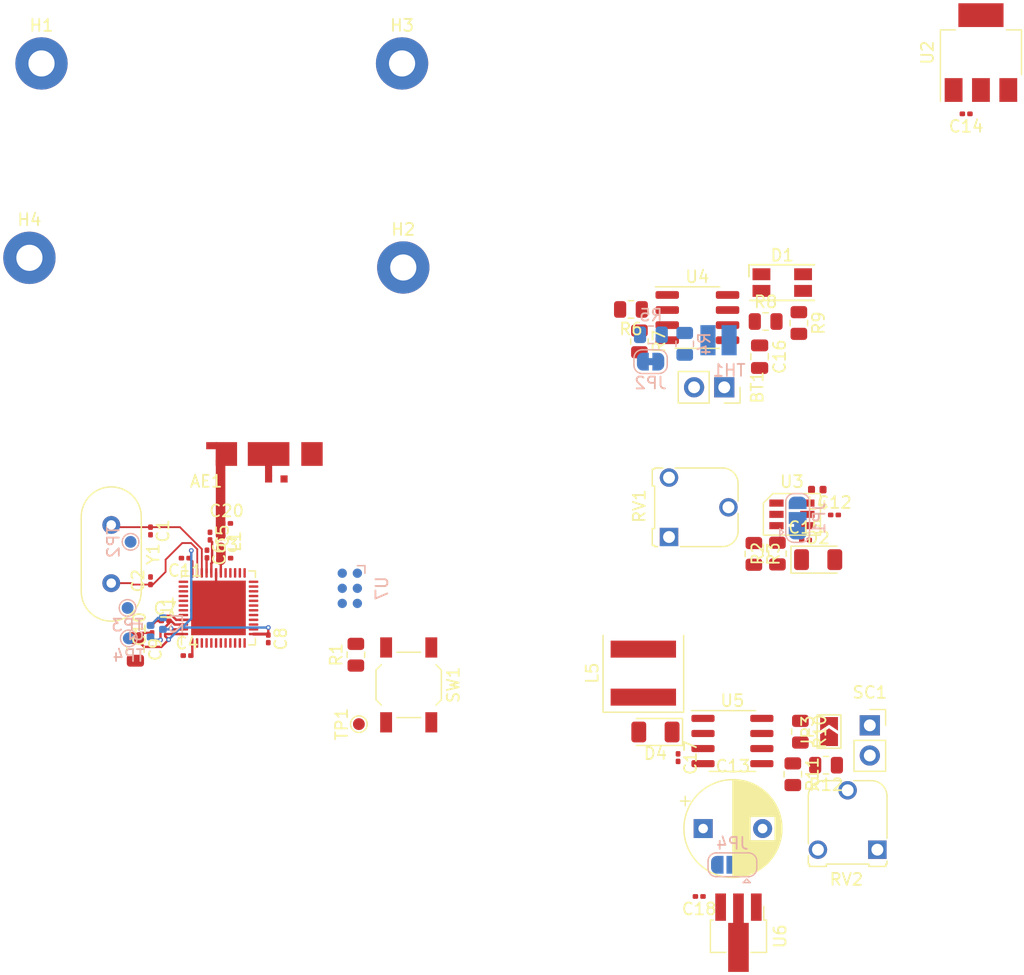
<source format=kicad_pcb>
(kicad_pcb (version 20171130) (host pcbnew 5.99.0+really5.1.10+dfsg1-1)

  (general
    (thickness 1.6)
    (drawings 0)
    (tracks 86)
    (zones 0)
    (modules 66)
    (nets 74)
  )

  (page A4)
  (layers
    (0 F.Cu signal)
    (31 B.Cu signal)
    (32 B.Adhes user)
    (33 F.Adhes user)
    (34 B.Paste user)
    (35 F.Paste user)
    (36 B.SilkS user hide)
    (37 F.SilkS user hide)
    (38 B.Mask user)
    (39 F.Mask user)
    (40 Dwgs.User user hide)
    (41 Cmts.User user hide)
    (42 Eco1.User user)
    (43 Eco2.User user)
    (44 Edge.Cuts user)
    (45 Margin user)
    (46 B.CrtYd user)
    (47 F.CrtYd user)
    (48 B.Fab user hide)
    (49 F.Fab user hide)
  )

  (setup
    (last_trace_width 0.1524)
    (user_trace_width 0.2)
    (trace_clearance 0.13)
    (zone_clearance 0.508)
    (zone_45_only no)
    (trace_min 0.127)
    (via_size 0.4)
    (via_drill 0.2)
    (via_min_size 0.4)
    (via_min_drill 0.2)
    (uvia_size 0.3)
    (uvia_drill 0.1)
    (uvias_allowed no)
    (uvia_min_size 0.2)
    (uvia_min_drill 0.1)
    (edge_width 0.05)
    (segment_width 0.2)
    (pcb_text_width 0.3)
    (pcb_text_size 1.5 1.5)
    (mod_edge_width 0.12)
    (mod_text_size 1 1)
    (mod_text_width 0.15)
    (pad_size 1.524 1.524)
    (pad_drill 0.762)
    (pad_to_mask_clearance 0)
    (aux_axis_origin 0 0)
    (visible_elements FFFFFF7F)
    (pcbplotparams
      (layerselection 0x010fc_ffffffff)
      (usegerberextensions false)
      (usegerberattributes true)
      (usegerberadvancedattributes true)
      (creategerberjobfile true)
      (excludeedgelayer true)
      (linewidth 0.100000)
      (plotframeref false)
      (viasonmask false)
      (mode 1)
      (useauxorigin false)
      (hpglpennumber 1)
      (hpglpenspeed 20)
      (hpglpendiameter 15.000000)
      (psnegative false)
      (psa4output false)
      (plotreference true)
      (plotvalue true)
      (plotinvisibletext false)
      (padsonsilk false)
      (subtractmaskfromsilk false)
      (outputformat 1)
      (mirror false)
      (drillshape 1)
      (scaleselection 1)
      (outputdirectory ""))
  )

  (net 0 "")
  (net 1 GND)
  (net 2 /Vbat)
  (net 3 "Net-(C1-Pad1)")
  (net 4 "Net-(C2-Pad1)")
  (net 5 /RF_out)
  (net 6 /DEC4)
  (net 7 /Vnrf)
  (net 8 GNDD)
  (net 9 +3V3)
  (net 10 +5V)
  (net 11 +2V8)
  (net 12 "Net-(D1-Pad3)")
  (net 13 "Net-(D1-Pad4)")
  (net 14 /TP4056_Vcc)
  (net 15 "Net-(D1-Pad1)")
  (net 16 /SWDCLK)
  (net 17 /SWDIO)
  (net 18 "Net-(JP2-Pad2)")
  (net 19 /Vbb_in)
  (net 20 "Net-(L2-Pad2)")
  (net 21 "Net-(R6-Pad1)")
  (net 22 "Net-(R8-Pad1)")
  (net 23 "Net-(R9-Pad1)")
  (net 24 "Net-(U1-Pad44)")
  (net 25 "Net-(U1-Pad43)")
  (net 26 "Net-(U1-Pad42)")
  (net 27 "Net-(U1-Pad41)")
  (net 28 "Net-(U1-Pad40)")
  (net 29 "Net-(U1-Pad39)")
  (net 30 "Net-(U1-Pad38)")
  (net 31 "Net-(U1-Pad37)")
  (net 32 "Net-(U1-Pad29)")
  (net 33 "Net-(U1-Pad28)")
  (net 34 "Net-(U1-Pad27)")
  (net 35 "Net-(U1-Pad23)")
  (net 36 "Net-(U1-Pad22)")
  (net 37 "Net-(U1-Pad21)")
  (net 38 "Net-(U1-Pad20)")
  (net 39 "Net-(U1-Pad19)")
  (net 40 "Net-(U1-Pad18)")
  (net 41 "Net-(U1-Pad17)")
  (net 42 "Net-(U1-Pad16)")
  (net 43 "Net-(U1-Pad15)")
  (net 44 "Net-(U1-Pad14)")
  (net 45 "Net-(U1-Pad12)")
  (net 46 "Net-(U1-Pad11)")
  (net 47 "Net-(U1-Pad10)")
  (net 48 "Net-(U1-Pad9)")
  (net 49 "Net-(U1-Pad8)")
  (net 50 "Net-(U1-Pad7)")
  (net 51 "Net-(U1-Pad6)")
  (net 52 "Net-(U1-Pad5)")
  (net 53 "Net-(U1-Pad4)")
  (net 54 "Net-(U1-Pad3)")
  (net 55 "Net-(U1-Pad2)")
  (net 56 /Vreg)
  (net 57 /EN_BOOST)
  (net 58 "Net-(U3-Pad6)")
  (net 59 /nRESET)
  (net 60 "Net-(U7-Pad6)")
  (net 61 /ANT)
  (net 62 /DEC1)
  (net 63 /DEC2)
  (net 64 /DEC3)
  (net 65 /Vboost_in)
  (net 66 /BB_TC)
  (net 67 /Boost_SW)
  (net 68 /BB_SWE)
  (net 69 /BB_DC)
  (net 70 /LPWR_LDO)
  (net 71 /DCC)
  (net 72 /Boost_FB)
  (net 73 /BB_FB)

  (net_class Default "This is the default net class."
    (clearance 0.13)
    (trace_width 0.1524)
    (via_dia 0.4)
    (via_drill 0.2)
    (uvia_dia 0.3)
    (uvia_drill 0.1)
    (add_net /BB_FB)
    (add_net /BB_TC)
    (add_net /Boost_FB)
    (add_net /EN_BOOST)
    (add_net /SWDCLK)
    (add_net /SWDIO)
    (add_net /nRESET)
    (add_net "Net-(C1-Pad1)")
    (add_net "Net-(C2-Pad1)")
    (add_net "Net-(D1-Pad1)")
    (add_net "Net-(D1-Pad3)")
    (add_net "Net-(D1-Pad4)")
    (add_net "Net-(JP2-Pad2)")
    (add_net "Net-(R6-Pad1)")
    (add_net "Net-(R8-Pad1)")
    (add_net "Net-(R9-Pad1)")
    (add_net "Net-(U1-Pad10)")
    (add_net "Net-(U1-Pad11)")
    (add_net "Net-(U1-Pad12)")
    (add_net "Net-(U1-Pad14)")
    (add_net "Net-(U1-Pad15)")
    (add_net "Net-(U1-Pad16)")
    (add_net "Net-(U1-Pad17)")
    (add_net "Net-(U1-Pad18)")
    (add_net "Net-(U1-Pad19)")
    (add_net "Net-(U1-Pad2)")
    (add_net "Net-(U1-Pad20)")
    (add_net "Net-(U1-Pad21)")
    (add_net "Net-(U1-Pad22)")
    (add_net "Net-(U1-Pad23)")
    (add_net "Net-(U1-Pad27)")
    (add_net "Net-(U1-Pad28)")
    (add_net "Net-(U1-Pad29)")
    (add_net "Net-(U1-Pad3)")
    (add_net "Net-(U1-Pad37)")
    (add_net "Net-(U1-Pad38)")
    (add_net "Net-(U1-Pad39)")
    (add_net "Net-(U1-Pad4)")
    (add_net "Net-(U1-Pad40)")
    (add_net "Net-(U1-Pad41)")
    (add_net "Net-(U1-Pad42)")
    (add_net "Net-(U1-Pad43)")
    (add_net "Net-(U1-Pad44)")
    (add_net "Net-(U1-Pad5)")
    (add_net "Net-(U1-Pad6)")
    (add_net "Net-(U1-Pad7)")
    (add_net "Net-(U1-Pad8)")
    (add_net "Net-(U1-Pad9)")
    (add_net "Net-(U3-Pad6)")
    (add_net "Net-(U7-Pad6)")
  )

  (net_class PWR ""
    (clearance 0.13)
    (trace_width 0.2)
    (via_dia 0.4)
    (via_drill 0.2)
    (uvia_dia 0.3)
    (uvia_drill 0.1)
    (add_net +2V8)
    (add_net +3V3)
    (add_net +5V)
    (add_net /BB_DC)
    (add_net /BB_SWE)
    (add_net /Boost_SW)
    (add_net /DCC)
    (add_net /DEC1)
    (add_net /DEC2)
    (add_net /DEC3)
    (add_net /DEC4)
    (add_net /LPWR_LDO)
    (add_net /TP4056_Vcc)
    (add_net /Vbat)
    (add_net /Vbb_in)
    (add_net /Vboost_in)
    (add_net /Vnrf)
    (add_net /Vreg)
    (add_net GND)
    (add_net GNDD)
    (add_net "Net-(L2-Pad2)")
  )

  (net_class RF ""
    (clearance 0.18)
    (trace_width 0.8)
    (via_dia 1.5)
    (via_drill 0.8)
    (uvia_dia 0.3)
    (uvia_drill 0.1)
    (add_net /ANT)
    (add_net /RF_out)
  )

  (module smdpad:smdpad_01x02_1.27_2.54_0.51 (layer B.Cu) (tedit 614DC7C0) (tstamp 6172E763)
    (at 161.0614 47.9552 180)
    (descr "A SMD pas to solder wires on")
    (path /6175F820)
    (fp_text reference TH1 (at 0 -2.54) (layer B.SilkS)
      (effects (font (size 1 1) (thickness 0.15)) (justify mirror))
    )
    (fp_text value NTC (at 0 2.54) (layer B.Fab)
      (effects (font (size 1 1) (thickness 0.15)) (justify mirror))
    )
    (pad 2 smd rect (at 1.778 0 180) (size 1.27 2.54) (layers B.Cu B.Paste B.Mask)
      (net 18 "Net-(JP2-Pad2)"))
    (pad 1 smd rect (at 0 0 180) (size 1.27 2.54) (layers B.Cu B.Paste B.Mask)
      (net 1 GND))
  )

  (module Capacitor_SMD:C_0201_0603Metric (layer F.Cu) (tedit 5F68FEEE) (tstamp 6172E36F)
    (at 112.522 72.263 90)
    (descr "Capacitor SMD 0201 (0603 Metric), square (rectangular) end terminal, IPC_7351 nominal, (Body size source: https://www.vishay.com/docs/20052/crcw0201e3.pdf), generated with kicad-footprint-generator")
    (tags capacitor)
    (path /61702F39)
    (attr smd)
    (fp_text reference C10 (at 0 -1.05 90) (layer F.SilkS)
      (effects (font (size 1 1) (thickness 0.15)))
    )
    (fp_text value 100nF (at 0 1.05 90) (layer F.Fab)
      (effects (font (size 1 1) (thickness 0.15)))
    )
    (fp_text user %R (at 0 -0.68 90) (layer F.Fab)
      (effects (font (size 0.25 0.25) (thickness 0.04)))
    )
    (fp_line (start -0.3 0.15) (end -0.3 -0.15) (layer F.Fab) (width 0.1))
    (fp_line (start -0.3 -0.15) (end 0.3 -0.15) (layer F.Fab) (width 0.1))
    (fp_line (start 0.3 -0.15) (end 0.3 0.15) (layer F.Fab) (width 0.1))
    (fp_line (start 0.3 0.15) (end -0.3 0.15) (layer F.Fab) (width 0.1))
    (fp_line (start -0.7 0.35) (end -0.7 -0.35) (layer F.CrtYd) (width 0.05))
    (fp_line (start -0.7 -0.35) (end 0.7 -0.35) (layer F.CrtYd) (width 0.05))
    (fp_line (start 0.7 -0.35) (end 0.7 0.35) (layer F.CrtYd) (width 0.05))
    (fp_line (start 0.7 0.35) (end -0.7 0.35) (layer F.CrtYd) (width 0.05))
    (pad 2 smd roundrect (at 0.32 0 90) (size 0.46 0.4) (layers F.Cu F.Mask) (roundrect_rratio 0.25)
      (net 1 GND))
    (pad 1 smd roundrect (at -0.32 0 90) (size 0.46 0.4) (layers F.Cu F.Mask) (roundrect_rratio 0.25)
      (net 7 /Vnrf))
    (pad "" smd roundrect (at 0.345 0 90) (size 0.318 0.36) (layers F.Paste) (roundrect_rratio 0.25))
    (pad "" smd roundrect (at -0.345 0 90) (size 0.318 0.36) (layers F.Paste) (roundrect_rratio 0.25))
    (model ${KISYS3DMOD}/Capacitor_SMD.3dshapes/C_0201_0603Metric.wrl
      (at (xyz 0 0 0))
      (scale (xyz 1 1 1))
      (rotate (xyz 0 0 0))
    )
  )

  (module Capacitor_THT:CP_Radial_D8.0mm_P5.00mm (layer F.Cu) (tedit 5AE50EF0) (tstamp 6172E3A6)
    (at 158.8808 89.0524)
    (descr "CP, Radial series, Radial, pin pitch=5.00mm, , diameter=8mm, Electrolytic Capacitor")
    (tags "CP Radial series Radial pin pitch 5.00mm  diameter 8mm Electrolytic Capacitor")
    (path /617810FB)
    (fp_text reference C13 (at 2.5 -5.25) (layer F.SilkS)
      (effects (font (size 1 1) (thickness 0.15)))
    )
    (fp_text value >=23uF (at 2.5 5.25) (layer F.Fab)
      (effects (font (size 1 1) (thickness 0.15)))
    )
    (fp_text user %R (at 2.5 0) (layer F.Fab)
      (effects (font (size 1 1) (thickness 0.15)))
    )
    (fp_circle (center 2.5 0) (end 6.5 0) (layer F.Fab) (width 0.1))
    (fp_circle (center 2.5 0) (end 6.62 0) (layer F.SilkS) (width 0.12))
    (fp_circle (center 2.5 0) (end 6.75 0) (layer F.CrtYd) (width 0.05))
    (fp_line (start -0.926759 -1.7475) (end -0.126759 -1.7475) (layer F.Fab) (width 0.1))
    (fp_line (start -0.526759 -2.1475) (end -0.526759 -1.3475) (layer F.Fab) (width 0.1))
    (fp_line (start 2.5 -4.08) (end 2.5 4.08) (layer F.SilkS) (width 0.12))
    (fp_line (start 2.54 -4.08) (end 2.54 4.08) (layer F.SilkS) (width 0.12))
    (fp_line (start 2.58 -4.08) (end 2.58 4.08) (layer F.SilkS) (width 0.12))
    (fp_line (start 2.62 -4.079) (end 2.62 4.079) (layer F.SilkS) (width 0.12))
    (fp_line (start 2.66 -4.077) (end 2.66 4.077) (layer F.SilkS) (width 0.12))
    (fp_line (start 2.7 -4.076) (end 2.7 4.076) (layer F.SilkS) (width 0.12))
    (fp_line (start 2.74 -4.074) (end 2.74 4.074) (layer F.SilkS) (width 0.12))
    (fp_line (start 2.78 -4.071) (end 2.78 4.071) (layer F.SilkS) (width 0.12))
    (fp_line (start 2.82 -4.068) (end 2.82 4.068) (layer F.SilkS) (width 0.12))
    (fp_line (start 2.86 -4.065) (end 2.86 4.065) (layer F.SilkS) (width 0.12))
    (fp_line (start 2.9 -4.061) (end 2.9 4.061) (layer F.SilkS) (width 0.12))
    (fp_line (start 2.94 -4.057) (end 2.94 4.057) (layer F.SilkS) (width 0.12))
    (fp_line (start 2.98 -4.052) (end 2.98 4.052) (layer F.SilkS) (width 0.12))
    (fp_line (start 3.02 -4.048) (end 3.02 4.048) (layer F.SilkS) (width 0.12))
    (fp_line (start 3.06 -4.042) (end 3.06 4.042) (layer F.SilkS) (width 0.12))
    (fp_line (start 3.1 -4.037) (end 3.1 4.037) (layer F.SilkS) (width 0.12))
    (fp_line (start 3.14 -4.03) (end 3.14 4.03) (layer F.SilkS) (width 0.12))
    (fp_line (start 3.18 -4.024) (end 3.18 4.024) (layer F.SilkS) (width 0.12))
    (fp_line (start 3.221 -4.017) (end 3.221 4.017) (layer F.SilkS) (width 0.12))
    (fp_line (start 3.261 -4.01) (end 3.261 4.01) (layer F.SilkS) (width 0.12))
    (fp_line (start 3.301 -4.002) (end 3.301 4.002) (layer F.SilkS) (width 0.12))
    (fp_line (start 3.341 -3.994) (end 3.341 3.994) (layer F.SilkS) (width 0.12))
    (fp_line (start 3.381 -3.985) (end 3.381 3.985) (layer F.SilkS) (width 0.12))
    (fp_line (start 3.421 -3.976) (end 3.421 3.976) (layer F.SilkS) (width 0.12))
    (fp_line (start 3.461 -3.967) (end 3.461 3.967) (layer F.SilkS) (width 0.12))
    (fp_line (start 3.501 -3.957) (end 3.501 3.957) (layer F.SilkS) (width 0.12))
    (fp_line (start 3.541 -3.947) (end 3.541 3.947) (layer F.SilkS) (width 0.12))
    (fp_line (start 3.581 -3.936) (end 3.581 3.936) (layer F.SilkS) (width 0.12))
    (fp_line (start 3.621 -3.925) (end 3.621 3.925) (layer F.SilkS) (width 0.12))
    (fp_line (start 3.661 -3.914) (end 3.661 3.914) (layer F.SilkS) (width 0.12))
    (fp_line (start 3.701 -3.902) (end 3.701 3.902) (layer F.SilkS) (width 0.12))
    (fp_line (start 3.741 -3.889) (end 3.741 3.889) (layer F.SilkS) (width 0.12))
    (fp_line (start 3.781 -3.877) (end 3.781 3.877) (layer F.SilkS) (width 0.12))
    (fp_line (start 3.821 -3.863) (end 3.821 3.863) (layer F.SilkS) (width 0.12))
    (fp_line (start 3.861 -3.85) (end 3.861 3.85) (layer F.SilkS) (width 0.12))
    (fp_line (start 3.901 -3.835) (end 3.901 3.835) (layer F.SilkS) (width 0.12))
    (fp_line (start 3.941 -3.821) (end 3.941 3.821) (layer F.SilkS) (width 0.12))
    (fp_line (start 3.981 -3.805) (end 3.981 -1.04) (layer F.SilkS) (width 0.12))
    (fp_line (start 3.981 1.04) (end 3.981 3.805) (layer F.SilkS) (width 0.12))
    (fp_line (start 4.021 -3.79) (end 4.021 -1.04) (layer F.SilkS) (width 0.12))
    (fp_line (start 4.021 1.04) (end 4.021 3.79) (layer F.SilkS) (width 0.12))
    (fp_line (start 4.061 -3.774) (end 4.061 -1.04) (layer F.SilkS) (width 0.12))
    (fp_line (start 4.061 1.04) (end 4.061 3.774) (layer F.SilkS) (width 0.12))
    (fp_line (start 4.101 -3.757) (end 4.101 -1.04) (layer F.SilkS) (width 0.12))
    (fp_line (start 4.101 1.04) (end 4.101 3.757) (layer F.SilkS) (width 0.12))
    (fp_line (start 4.141 -3.74) (end 4.141 -1.04) (layer F.SilkS) (width 0.12))
    (fp_line (start 4.141 1.04) (end 4.141 3.74) (layer F.SilkS) (width 0.12))
    (fp_line (start 4.181 -3.722) (end 4.181 -1.04) (layer F.SilkS) (width 0.12))
    (fp_line (start 4.181 1.04) (end 4.181 3.722) (layer F.SilkS) (width 0.12))
    (fp_line (start 4.221 -3.704) (end 4.221 -1.04) (layer F.SilkS) (width 0.12))
    (fp_line (start 4.221 1.04) (end 4.221 3.704) (layer F.SilkS) (width 0.12))
    (fp_line (start 4.261 -3.686) (end 4.261 -1.04) (layer F.SilkS) (width 0.12))
    (fp_line (start 4.261 1.04) (end 4.261 3.686) (layer F.SilkS) (width 0.12))
    (fp_line (start 4.301 -3.666) (end 4.301 -1.04) (layer F.SilkS) (width 0.12))
    (fp_line (start 4.301 1.04) (end 4.301 3.666) (layer F.SilkS) (width 0.12))
    (fp_line (start 4.341 -3.647) (end 4.341 -1.04) (layer F.SilkS) (width 0.12))
    (fp_line (start 4.341 1.04) (end 4.341 3.647) (layer F.SilkS) (width 0.12))
    (fp_line (start 4.381 -3.627) (end 4.381 -1.04) (layer F.SilkS) (width 0.12))
    (fp_line (start 4.381 1.04) (end 4.381 3.627) (layer F.SilkS) (width 0.12))
    (fp_line (start 4.421 -3.606) (end 4.421 -1.04) (layer F.SilkS) (width 0.12))
    (fp_line (start 4.421 1.04) (end 4.421 3.606) (layer F.SilkS) (width 0.12))
    (fp_line (start 4.461 -3.584) (end 4.461 -1.04) (layer F.SilkS) (width 0.12))
    (fp_line (start 4.461 1.04) (end 4.461 3.584) (layer F.SilkS) (width 0.12))
    (fp_line (start 4.501 -3.562) (end 4.501 -1.04) (layer F.SilkS) (width 0.12))
    (fp_line (start 4.501 1.04) (end 4.501 3.562) (layer F.SilkS) (width 0.12))
    (fp_line (start 4.541 -3.54) (end 4.541 -1.04) (layer F.SilkS) (width 0.12))
    (fp_line (start 4.541 1.04) (end 4.541 3.54) (layer F.SilkS) (width 0.12))
    (fp_line (start 4.581 -3.517) (end 4.581 -1.04) (layer F.SilkS) (width 0.12))
    (fp_line (start 4.581 1.04) (end 4.581 3.517) (layer F.SilkS) (width 0.12))
    (fp_line (start 4.621 -3.493) (end 4.621 -1.04) (layer F.SilkS) (width 0.12))
    (fp_line (start 4.621 1.04) (end 4.621 3.493) (layer F.SilkS) (width 0.12))
    (fp_line (start 4.661 -3.469) (end 4.661 -1.04) (layer F.SilkS) (width 0.12))
    (fp_line (start 4.661 1.04) (end 4.661 3.469) (layer F.SilkS) (width 0.12))
    (fp_line (start 4.701 -3.444) (end 4.701 -1.04) (layer F.SilkS) (width 0.12))
    (fp_line (start 4.701 1.04) (end 4.701 3.444) (layer F.SilkS) (width 0.12))
    (fp_line (start 4.741 -3.418) (end 4.741 -1.04) (layer F.SilkS) (width 0.12))
    (fp_line (start 4.741 1.04) (end 4.741 3.418) (layer F.SilkS) (width 0.12))
    (fp_line (start 4.781 -3.392) (end 4.781 -1.04) (layer F.SilkS) (width 0.12))
    (fp_line (start 4.781 1.04) (end 4.781 3.392) (layer F.SilkS) (width 0.12))
    (fp_line (start 4.821 -3.365) (end 4.821 -1.04) (layer F.SilkS) (width 0.12))
    (fp_line (start 4.821 1.04) (end 4.821 3.365) (layer F.SilkS) (width 0.12))
    (fp_line (start 4.861 -3.338) (end 4.861 -1.04) (layer F.SilkS) (width 0.12))
    (fp_line (start 4.861 1.04) (end 4.861 3.338) (layer F.SilkS) (width 0.12))
    (fp_line (start 4.901 -3.309) (end 4.901 -1.04) (layer F.SilkS) (width 0.12))
    (fp_line (start 4.901 1.04) (end 4.901 3.309) (layer F.SilkS) (width 0.12))
    (fp_line (start 4.941 -3.28) (end 4.941 -1.04) (layer F.SilkS) (width 0.12))
    (fp_line (start 4.941 1.04) (end 4.941 3.28) (layer F.SilkS) (width 0.12))
    (fp_line (start 4.981 -3.25) (end 4.981 -1.04) (layer F.SilkS) (width 0.12))
    (fp_line (start 4.981 1.04) (end 4.981 3.25) (layer F.SilkS) (width 0.12))
    (fp_line (start 5.021 -3.22) (end 5.021 -1.04) (layer F.SilkS) (width 0.12))
    (fp_line (start 5.021 1.04) (end 5.021 3.22) (layer F.SilkS) (width 0.12))
    (fp_line (start 5.061 -3.189) (end 5.061 -1.04) (layer F.SilkS) (width 0.12))
    (fp_line (start 5.061 1.04) (end 5.061 3.189) (layer F.SilkS) (width 0.12))
    (fp_line (start 5.101 -3.156) (end 5.101 -1.04) (layer F.SilkS) (width 0.12))
    (fp_line (start 5.101 1.04) (end 5.101 3.156) (layer F.SilkS) (width 0.12))
    (fp_line (start 5.141 -3.124) (end 5.141 -1.04) (layer F.SilkS) (width 0.12))
    (fp_line (start 5.141 1.04) (end 5.141 3.124) (layer F.SilkS) (width 0.12))
    (fp_line (start 5.181 -3.09) (end 5.181 -1.04) (layer F.SilkS) (width 0.12))
    (fp_line (start 5.181 1.04) (end 5.181 3.09) (layer F.SilkS) (width 0.12))
    (fp_line (start 5.221 -3.055) (end 5.221 -1.04) (layer F.SilkS) (width 0.12))
    (fp_line (start 5.221 1.04) (end 5.221 3.055) (layer F.SilkS) (width 0.12))
    (fp_line (start 5.261 -3.019) (end 5.261 -1.04) (layer F.SilkS) (width 0.12))
    (fp_line (start 5.261 1.04) (end 5.261 3.019) (layer F.SilkS) (width 0.12))
    (fp_line (start 5.301 -2.983) (end 5.301 -1.04) (layer F.SilkS) (width 0.12))
    (fp_line (start 5.301 1.04) (end 5.301 2.983) (layer F.SilkS) (width 0.12))
    (fp_line (start 5.341 -2.945) (end 5.341 -1.04) (layer F.SilkS) (width 0.12))
    (fp_line (start 5.341 1.04) (end 5.341 2.945) (layer F.SilkS) (width 0.12))
    (fp_line (start 5.381 -2.907) (end 5.381 -1.04) (layer F.SilkS) (width 0.12))
    (fp_line (start 5.381 1.04) (end 5.381 2.907) (layer F.SilkS) (width 0.12))
    (fp_line (start 5.421 -2.867) (end 5.421 -1.04) (layer F.SilkS) (width 0.12))
    (fp_line (start 5.421 1.04) (end 5.421 2.867) (layer F.SilkS) (width 0.12))
    (fp_line (start 5.461 -2.826) (end 5.461 -1.04) (layer F.SilkS) (width 0.12))
    (fp_line (start 5.461 1.04) (end 5.461 2.826) (layer F.SilkS) (width 0.12))
    (fp_line (start 5.501 -2.784) (end 5.501 -1.04) (layer F.SilkS) (width 0.12))
    (fp_line (start 5.501 1.04) (end 5.501 2.784) (layer F.SilkS) (width 0.12))
    (fp_line (start 5.541 -2.741) (end 5.541 -1.04) (layer F.SilkS) (width 0.12))
    (fp_line (start 5.541 1.04) (end 5.541 2.741) (layer F.SilkS) (width 0.12))
    (fp_line (start 5.581 -2.697) (end 5.581 -1.04) (layer F.SilkS) (width 0.12))
    (fp_line (start 5.581 1.04) (end 5.581 2.697) (layer F.SilkS) (width 0.12))
    (fp_line (start 5.621 -2.651) (end 5.621 -1.04) (layer F.SilkS) (width 0.12))
    (fp_line (start 5.621 1.04) (end 5.621 2.651) (layer F.SilkS) (width 0.12))
    (fp_line (start 5.661 -2.604) (end 5.661 -1.04) (layer F.SilkS) (width 0.12))
    (fp_line (start 5.661 1.04) (end 5.661 2.604) (layer F.SilkS) (width 0.12))
    (fp_line (start 5.701 -2.556) (end 5.701 -1.04) (layer F.SilkS) (width 0.12))
    (fp_line (start 5.701 1.04) (end 5.701 2.556) (layer F.SilkS) (width 0.12))
    (fp_line (start 5.741 -2.505) (end 5.741 -1.04) (layer F.SilkS) (width 0.12))
    (fp_line (start 5.741 1.04) (end 5.741 2.505) (layer F.SilkS) (width 0.12))
    (fp_line (start 5.781 -2.454) (end 5.781 -1.04) (layer F.SilkS) (width 0.12))
    (fp_line (start 5.781 1.04) (end 5.781 2.454) (layer F.SilkS) (width 0.12))
    (fp_line (start 5.821 -2.4) (end 5.821 -1.04) (layer F.SilkS) (width 0.12))
    (fp_line (start 5.821 1.04) (end 5.821 2.4) (layer F.SilkS) (width 0.12))
    (fp_line (start 5.861 -2.345) (end 5.861 -1.04) (layer F.SilkS) (width 0.12))
    (fp_line (start 5.861 1.04) (end 5.861 2.345) (layer F.SilkS) (width 0.12))
    (fp_line (start 5.901 -2.287) (end 5.901 -1.04) (layer F.SilkS) (width 0.12))
    (fp_line (start 5.901 1.04) (end 5.901 2.287) (layer F.SilkS) (width 0.12))
    (fp_line (start 5.941 -2.228) (end 5.941 -1.04) (layer F.SilkS) (width 0.12))
    (fp_line (start 5.941 1.04) (end 5.941 2.228) (layer F.SilkS) (width 0.12))
    (fp_line (start 5.981 -2.166) (end 5.981 -1.04) (layer F.SilkS) (width 0.12))
    (fp_line (start 5.981 1.04) (end 5.981 2.166) (layer F.SilkS) (width 0.12))
    (fp_line (start 6.021 -2.102) (end 6.021 -1.04) (layer F.SilkS) (width 0.12))
    (fp_line (start 6.021 1.04) (end 6.021 2.102) (layer F.SilkS) (width 0.12))
    (fp_line (start 6.061 -2.034) (end 6.061 2.034) (layer F.SilkS) (width 0.12))
    (fp_line (start 6.101 -1.964) (end 6.101 1.964) (layer F.SilkS) (width 0.12))
    (fp_line (start 6.141 -1.89) (end 6.141 1.89) (layer F.SilkS) (width 0.12))
    (fp_line (start 6.181 -1.813) (end 6.181 1.813) (layer F.SilkS) (width 0.12))
    (fp_line (start 6.221 -1.731) (end 6.221 1.731) (layer F.SilkS) (width 0.12))
    (fp_line (start 6.261 -1.645) (end 6.261 1.645) (layer F.SilkS) (width 0.12))
    (fp_line (start 6.301 -1.552) (end 6.301 1.552) (layer F.SilkS) (width 0.12))
    (fp_line (start 6.341 -1.453) (end 6.341 1.453) (layer F.SilkS) (width 0.12))
    (fp_line (start 6.381 -1.346) (end 6.381 1.346) (layer F.SilkS) (width 0.12))
    (fp_line (start 6.421 -1.229) (end 6.421 1.229) (layer F.SilkS) (width 0.12))
    (fp_line (start 6.461 -1.098) (end 6.461 1.098) (layer F.SilkS) (width 0.12))
    (fp_line (start 6.501 -0.948) (end 6.501 0.948) (layer F.SilkS) (width 0.12))
    (fp_line (start 6.541 -0.768) (end 6.541 0.768) (layer F.SilkS) (width 0.12))
    (fp_line (start 6.581 -0.533) (end 6.581 0.533) (layer F.SilkS) (width 0.12))
    (fp_line (start -1.909698 -2.315) (end -1.109698 -2.315) (layer F.SilkS) (width 0.12))
    (fp_line (start -1.509698 -2.715) (end -1.509698 -1.915) (layer F.SilkS) (width 0.12))
    (pad 2 thru_hole circle (at 5 0) (size 1.6 1.6) (drill 0.8) (layers *.Cu *.Mask)
      (net 1 GND))
    (pad 1 thru_hole rect (at 0 0) (size 1.6 1.6) (drill 0.8) (layers *.Cu *.Mask)
      (net 8 GNDD))
    (model ${KISYS3DMOD}/Capacitor_THT.3dshapes/CP_Radial_D8.0mm_P5.00mm.wrl
      (at (xyz 0 0 0))
      (scale (xyz 1 1 1))
      (rotate (xyz 0 0 0))
    )
  )

  (module Connector_PinSocket_2.54mm:PinSocket_1x02_P2.54mm_Vertical (layer F.Cu) (tedit 5A19A420) (tstamp 6172E6FA)
    (at 172.8978 80.3656)
    (descr "Through hole straight socket strip, 1x02, 2.54mm pitch, single row (from Kicad 4.0.7), script generated")
    (tags "Through hole socket strip THT 1x02 2.54mm single row")
    (path /6177E8E1)
    (fp_text reference SC1 (at 0 -2.77) (layer F.SilkS)
      (effects (font (size 1 1) (thickness 0.15)))
    )
    (fp_text value Solar_Cell (at 0 5.31) (layer F.Fab)
      (effects (font (size 1 1) (thickness 0.15)))
    )
    (fp_text user %R (at 0 1.27 90) (layer F.Fab)
      (effects (font (size 1 1) (thickness 0.15)))
    )
    (fp_line (start -1.27 -1.27) (end 0.635 -1.27) (layer F.Fab) (width 0.1))
    (fp_line (start 0.635 -1.27) (end 1.27 -0.635) (layer F.Fab) (width 0.1))
    (fp_line (start 1.27 -0.635) (end 1.27 3.81) (layer F.Fab) (width 0.1))
    (fp_line (start 1.27 3.81) (end -1.27 3.81) (layer F.Fab) (width 0.1))
    (fp_line (start -1.27 3.81) (end -1.27 -1.27) (layer F.Fab) (width 0.1))
    (fp_line (start -1.33 1.27) (end 1.33 1.27) (layer F.SilkS) (width 0.12))
    (fp_line (start -1.33 1.27) (end -1.33 3.87) (layer F.SilkS) (width 0.12))
    (fp_line (start -1.33 3.87) (end 1.33 3.87) (layer F.SilkS) (width 0.12))
    (fp_line (start 1.33 1.27) (end 1.33 3.87) (layer F.SilkS) (width 0.12))
    (fp_line (start 1.33 -1.33) (end 1.33 0) (layer F.SilkS) (width 0.12))
    (fp_line (start 0 -1.33) (end 1.33 -1.33) (layer F.SilkS) (width 0.12))
    (fp_line (start -1.8 -1.8) (end 1.75 -1.8) (layer F.CrtYd) (width 0.05))
    (fp_line (start 1.75 -1.8) (end 1.75 4.3) (layer F.CrtYd) (width 0.05))
    (fp_line (start 1.75 4.3) (end -1.8 4.3) (layer F.CrtYd) (width 0.05))
    (fp_line (start -1.8 4.3) (end -1.8 -1.8) (layer F.CrtYd) (width 0.05))
    (pad 2 thru_hole oval (at 0 2.54) (size 1.7 1.7) (drill 1) (layers *.Cu *.Mask)
      (net 8 GNDD))
    (pad 1 thru_hole rect (at 0 0) (size 1.7 1.7) (drill 1) (layers *.Cu *.Mask)
      (net 19 /Vbb_in))
    (model ${KISYS3DMOD}/Connector_PinSocket_2.54mm.3dshapes/PinSocket_1x02_P2.54mm_Vertical.wrl
      (at (xyz 0 0 0))
      (scale (xyz 1 1 1))
      (rotate (xyz 0 0 0))
    )
  )

  (module Connector_PinSocket_2.54mm:PinSocket_1x02_P2.54mm_Vertical (layer F.Cu) (tedit 5A19A420) (tstamp 6172E242)
    (at 160.655 51.9176 270)
    (descr "Through hole straight socket strip, 1x02, 2.54mm pitch, single row (from Kicad 4.0.7), script generated")
    (tags "Through hole socket strip THT 1x02 2.54mm single row")
    (path /6175E7DF)
    (fp_text reference BT1 (at 0 -2.77 90) (layer F.SilkS)
      (effects (font (size 1 1) (thickness 0.15)))
    )
    (fp_text value bat (at 0 5.31 90) (layer F.Fab)
      (effects (font (size 1 1) (thickness 0.15)))
    )
    (fp_text user %R (at 0 1.27) (layer F.Fab)
      (effects (font (size 1 1) (thickness 0.15)))
    )
    (fp_line (start -1.27 -1.27) (end 0.635 -1.27) (layer F.Fab) (width 0.1))
    (fp_line (start 0.635 -1.27) (end 1.27 -0.635) (layer F.Fab) (width 0.1))
    (fp_line (start 1.27 -0.635) (end 1.27 3.81) (layer F.Fab) (width 0.1))
    (fp_line (start 1.27 3.81) (end -1.27 3.81) (layer F.Fab) (width 0.1))
    (fp_line (start -1.27 3.81) (end -1.27 -1.27) (layer F.Fab) (width 0.1))
    (fp_line (start -1.33 1.27) (end 1.33 1.27) (layer F.SilkS) (width 0.12))
    (fp_line (start -1.33 1.27) (end -1.33 3.87) (layer F.SilkS) (width 0.12))
    (fp_line (start -1.33 3.87) (end 1.33 3.87) (layer F.SilkS) (width 0.12))
    (fp_line (start 1.33 1.27) (end 1.33 3.87) (layer F.SilkS) (width 0.12))
    (fp_line (start 1.33 -1.33) (end 1.33 0) (layer F.SilkS) (width 0.12))
    (fp_line (start 0 -1.33) (end 1.33 -1.33) (layer F.SilkS) (width 0.12))
    (fp_line (start -1.8 -1.8) (end 1.75 -1.8) (layer F.CrtYd) (width 0.05))
    (fp_line (start 1.75 -1.8) (end 1.75 4.3) (layer F.CrtYd) (width 0.05))
    (fp_line (start 1.75 4.3) (end -1.8 4.3) (layer F.CrtYd) (width 0.05))
    (fp_line (start -1.8 4.3) (end -1.8 -1.8) (layer F.CrtYd) (width 0.05))
    (pad 2 thru_hole oval (at 0 2.54 270) (size 1.7 1.7) (drill 1) (layers *.Cu *.Mask)
      (net 1 GND))
    (pad 1 thru_hole rect (at 0 0 270) (size 1.7 1.7) (drill 1) (layers *.Cu *.Mask)
      (net 2 /Vbat))
    (model ${KISYS3DMOD}/Connector_PinSocket_2.54mm.3dshapes/PinSocket_1x02_P2.54mm_Vertical.wrl
      (at (xyz 0 0 0))
      (scale (xyz 1 1 1))
      (rotate (xyz 0 0 0))
    )
  )

  (module Connector:Tag-Connect_TC2030-IDC-NL_2x03_P1.27mm_Vertical (layer B.Cu) (tedit 5A29CEA9) (tstamp 61738CA5)
    (at 129.159 68.834 270)
    (descr "Tag-Connect programming header; http://www.tag-connect.com/Materials/TC2030-IDC-NL.pdf")
    (tags "tag connect programming header pogo pins")
    (path /6192AD54)
    (attr virtual)
    (fp_text reference U7 (at 0 -2.7 270) (layer B.SilkS)
      (effects (font (size 1 1) (thickness 0.15)) (justify mirror))
    )
    (fp_text value TagConnect (at 0 2.3 270) (layer B.Fab)
      (effects (font (size 1 1) (thickness 0.15)) (justify mirror))
    )
    (fp_text user KEEPOUT (at 0 0 270) (layer Cmts.User)
      (effects (font (size 0.4 0.4) (thickness 0.07)))
    )
    (fp_text user %R (at 0 0 270) (layer B.Fab)
      (effects (font (size 1 1) (thickness 0.15)) (justify mirror))
    )
    (fp_line (start -1.905 -1.27) (end -1.905 -0.635) (layer B.SilkS) (width 0.12))
    (fp_line (start -1.27 -1.27) (end -1.905 -1.27) (layer B.SilkS) (width 0.12))
    (fp_line (start -3.5 -2) (end -3.5 2) (layer B.CrtYd) (width 0.05))
    (fp_line (start 3.5 -2) (end -3.5 -2) (layer B.CrtYd) (width 0.05))
    (fp_line (start 3.5 2) (end 3.5 -2) (layer B.CrtYd) (width 0.05))
    (fp_line (start -3.5 2) (end 3.5 2) (layer B.CrtYd) (width 0.05))
    (fp_line (start -1.27 -0.635) (end -1.27 0.635) (layer Dwgs.User) (width 0.1))
    (fp_line (start 1.27 -0.635) (end -1.27 -0.635) (layer Dwgs.User) (width 0.1))
    (fp_line (start 1.27 0.635) (end 1.27 -0.635) (layer Dwgs.User) (width 0.1))
    (fp_line (start -1.27 0.635) (end 1.27 0.635) (layer Dwgs.User) (width 0.1))
    (fp_line (start -1.27 -0.635) (end 0 0.635) (layer Dwgs.User) (width 0.1))
    (fp_line (start -1.27 0) (end -0.635 0.635) (layer Dwgs.User) (width 0.1))
    (fp_line (start -0.635 -0.635) (end 0.635 0.635) (layer Dwgs.User) (width 0.1))
    (fp_line (start 0 -0.635) (end 1.27 0.635) (layer Dwgs.User) (width 0.1))
    (fp_line (start 0.635 -0.635) (end 1.27 0) (layer Dwgs.User) (width 0.1))
    (pad 6 connect circle (at 1.27 0.635 270) (size 0.7874 0.7874) (layers B.Cu B.Mask)
      (net 60 "Net-(U7-Pad6)"))
    (pad 5 connect circle (at 1.27 -0.635 270) (size 0.7874 0.7874) (layers B.Cu B.Mask)
      (net 1 GND))
    (pad 4 connect circle (at 0 0.635 270) (size 0.7874 0.7874) (layers B.Cu B.Mask)
      (net 16 /SWDCLK))
    (pad 3 connect circle (at 0 -0.635 270) (size 0.7874 0.7874) (layers B.Cu B.Mask)
      (net 59 /nRESET))
    (pad 2 connect circle (at -1.27 0.635 270) (size 0.7874 0.7874) (layers B.Cu B.Mask)
      (net 17 /SWDIO))
    (pad 1 connect circle (at -1.27 -0.635 270) (size 0.7874 0.7874) (layers B.Cu B.Mask)
      (net 7 /Vnrf))
    (pad "" np_thru_hole circle (at -2.54 0 270) (size 0.9906 0.9906) (drill 0.9906) (layers *.Cu *.Mask))
    (pad "" np_thru_hole circle (at 2.54 -1.016 270) (size 0.9906 0.9906) (drill 0.9906) (layers *.Cu *.Mask))
    (pad "" np_thru_hole circle (at 2.54 1.016 270) (size 0.9906 0.9906) (drill 0.9906) (layers *.Cu *.Mask))
  )

  (module Capacitor_SMD:C_0805_2012Metric (layer F.Cu) (tedit 5F68FEEE) (tstamp 6172E44C)
    (at 163.6268 49.342 270)
    (descr "Capacitor SMD 0805 (2012 Metric), square (rectangular) end terminal, IPC_7351 nominal, (Body size source: IPC-SM-782 page 76, https://www.pcb-3d.com/wordpress/wp-content/uploads/ipc-sm-782a_amendment_1_and_2.pdf, https://docs.google.com/spreadsheets/d/1BsfQQcO9C6DZCsRaXUlFlo91Tg2WpOkGARC1WS5S8t0/edit?usp=sharing), generated with kicad-footprint-generator")
    (tags capacitor)
    (path /6177B4F4)
    (attr smd)
    (fp_text reference C16 (at 0 -1.68 90) (layer F.SilkS)
      (effects (font (size 1 1) (thickness 0.15)))
    )
    (fp_text value 10uF (at 0 1.68 90) (layer F.Fab)
      (effects (font (size 1 1) (thickness 0.15)))
    )
    (fp_text user %R (at 0 0 90) (layer F.Fab)
      (effects (font (size 0.5 0.5) (thickness 0.08)))
    )
    (fp_line (start -1 0.625) (end -1 -0.625) (layer F.Fab) (width 0.1))
    (fp_line (start -1 -0.625) (end 1 -0.625) (layer F.Fab) (width 0.1))
    (fp_line (start 1 -0.625) (end 1 0.625) (layer F.Fab) (width 0.1))
    (fp_line (start 1 0.625) (end -1 0.625) (layer F.Fab) (width 0.1))
    (fp_line (start -0.261252 -0.735) (end 0.261252 -0.735) (layer F.SilkS) (width 0.12))
    (fp_line (start -0.261252 0.735) (end 0.261252 0.735) (layer F.SilkS) (width 0.12))
    (fp_line (start -1.7 0.98) (end -1.7 -0.98) (layer F.CrtYd) (width 0.05))
    (fp_line (start -1.7 -0.98) (end 1.7 -0.98) (layer F.CrtYd) (width 0.05))
    (fp_line (start 1.7 -0.98) (end 1.7 0.98) (layer F.CrtYd) (width 0.05))
    (fp_line (start 1.7 0.98) (end -1.7 0.98) (layer F.CrtYd) (width 0.05))
    (pad 2 smd roundrect (at 0.95 0 270) (size 1 1.45) (layers F.Cu F.Paste F.Mask) (roundrect_rratio 0.25)
      (net 1 GND))
    (pad 1 smd roundrect (at -0.95 0 270) (size 1 1.45) (layers F.Cu F.Paste F.Mask) (roundrect_rratio 0.25)
      (net 2 /Vbat))
    (model ${KISYS3DMOD}/Capacitor_SMD.3dshapes/C_0805_2012Metric.wrl
      (at (xyz 0 0 0))
      (scale (xyz 1 1 1))
      (rotate (xyz 0 0 0))
    )
  )

  (module Capacitor_SMD:C_0805_2012Metric (layer F.Cu) (tedit 5F68FEEE) (tstamp 6172E35E)
    (at 111.125 73.975 270)
    (descr "Capacitor SMD 0805 (2012 Metric), square (rectangular) end terminal, IPC_7351 nominal, (Body size source: IPC-SM-782 page 76, https://www.pcb-3d.com/wordpress/wp-content/uploads/ipc-sm-782a_amendment_1_and_2.pdf, https://docs.google.com/spreadsheets/d/1BsfQQcO9C6DZCsRaXUlFlo91Tg2WpOkGARC1WS5S8t0/edit?usp=sharing), generated with kicad-footprint-generator")
    (tags capacitor)
    (path /616FF2A3)
    (attr smd)
    (fp_text reference C9 (at 0 -1.68 90) (layer F.SilkS)
      (effects (font (size 1 1) (thickness 0.15)))
    )
    (fp_text value 4.7uF (at 0 1.68 90) (layer F.Fab)
      (effects (font (size 1 1) (thickness 0.15)))
    )
    (fp_text user %R (at 0 0 90) (layer F.Fab)
      (effects (font (size 0.5 0.5) (thickness 0.08)))
    )
    (fp_line (start -1 0.625) (end -1 -0.625) (layer F.Fab) (width 0.1))
    (fp_line (start -1 -0.625) (end 1 -0.625) (layer F.Fab) (width 0.1))
    (fp_line (start 1 -0.625) (end 1 0.625) (layer F.Fab) (width 0.1))
    (fp_line (start 1 0.625) (end -1 0.625) (layer F.Fab) (width 0.1))
    (fp_line (start -0.261252 -0.735) (end 0.261252 -0.735) (layer F.SilkS) (width 0.12))
    (fp_line (start -0.261252 0.735) (end 0.261252 0.735) (layer F.SilkS) (width 0.12))
    (fp_line (start -1.7 0.98) (end -1.7 -0.98) (layer F.CrtYd) (width 0.05))
    (fp_line (start -1.7 -0.98) (end 1.7 -0.98) (layer F.CrtYd) (width 0.05))
    (fp_line (start 1.7 -0.98) (end 1.7 0.98) (layer F.CrtYd) (width 0.05))
    (fp_line (start 1.7 0.98) (end -1.7 0.98) (layer F.CrtYd) (width 0.05))
    (pad 2 smd roundrect (at 0.95 0 270) (size 1 1.45) (layers F.Cu F.Paste F.Mask) (roundrect_rratio 0.25)
      (net 1 GND))
    (pad 1 smd roundrect (at -0.95 0 270) (size 1 1.45) (layers F.Cu F.Paste F.Mask) (roundrect_rratio 0.25)
      (net 7 /Vnrf))
    (model ${KISYS3DMOD}/Capacitor_SMD.3dshapes/C_0805_2012Metric.wrl
      (at (xyz 0 0 0))
      (scale (xyz 1 1 1))
      (rotate (xyz 0 0 0))
    )
  )

  (module Capacitor_SMD:C_0201_0603Metric (layer F.Cu) (tedit 5F68FEEE) (tstamp 61734CC3)
    (at 115.316 66.294 180)
    (descr "Capacitor SMD 0201 (0603 Metric), square (rectangular) end terminal, IPC_7351 nominal, (Body size source: https://www.vishay.com/docs/20052/crcw0201e3.pdf), generated with kicad-footprint-generator")
    (tags capacitor)
    (path /618D0B53)
    (attr smd)
    (fp_text reference C11 (at 0 -1.05) (layer F.SilkS)
      (effects (font (size 1 1) (thickness 0.15)))
    )
    (fp_text value 100nF (at 0 1.05) (layer F.Fab)
      (effects (font (size 1 1) (thickness 0.15)))
    )
    (fp_text user %R (at 0 -0.68) (layer F.Fab)
      (effects (font (size 0.25 0.25) (thickness 0.04)))
    )
    (fp_line (start -0.3 0.15) (end -0.3 -0.15) (layer F.Fab) (width 0.1))
    (fp_line (start -0.3 -0.15) (end 0.3 -0.15) (layer F.Fab) (width 0.1))
    (fp_line (start 0.3 -0.15) (end 0.3 0.15) (layer F.Fab) (width 0.1))
    (fp_line (start 0.3 0.15) (end -0.3 0.15) (layer F.Fab) (width 0.1))
    (fp_line (start -0.7 0.35) (end -0.7 -0.35) (layer F.CrtYd) (width 0.05))
    (fp_line (start -0.7 -0.35) (end 0.7 -0.35) (layer F.CrtYd) (width 0.05))
    (fp_line (start 0.7 -0.35) (end 0.7 0.35) (layer F.CrtYd) (width 0.05))
    (fp_line (start 0.7 0.35) (end -0.7 0.35) (layer F.CrtYd) (width 0.05))
    (pad 2 smd roundrect (at 0.32 0 180) (size 0.46 0.4) (layers F.Cu F.Mask) (roundrect_rratio 0.25)
      (net 1 GND))
    (pad 1 smd roundrect (at -0.32 0 180) (size 0.46 0.4) (layers F.Cu F.Mask) (roundrect_rratio 0.25)
      (net 7 /Vnrf))
    (pad "" smd roundrect (at 0.345 0 180) (size 0.318 0.36) (layers F.Paste) (roundrect_rratio 0.25))
    (pad "" smd roundrect (at -0.345 0 180) (size 0.318 0.36) (layers F.Paste) (roundrect_rratio 0.25))
    (model ${KISYS3DMOD}/Capacitor_SMD.3dshapes/C_0201_0603Metric.wrl
      (at (xyz 0 0 0))
      (scale (xyz 1 1 1))
      (rotate (xyz 0 0 0))
    )
  )

  (module Crystal:Crystal_HC18-U_Vertical (layer F.Cu) (tedit 5A1AD3B7) (tstamp 61735949)
    (at 109.093 63.5 270)
    (descr "Crystal THT HC-18/U, http://5hertz.com/pdfs/04404_D.pdf")
    (tags "THT crystalHC-18/U")
    (path /616D5D1C)
    (fp_text reference Y1 (at 2.45 -3.525 90) (layer F.SilkS)
      (effects (font (size 1 1) (thickness 0.15)))
    )
    (fp_text value 32MHz (at 2.45 3.525 90) (layer F.Fab)
      (effects (font (size 1 1) (thickness 0.15)))
    )
    (fp_arc (start 5.575 0) (end 5.575 -2.525) (angle 180) (layer F.SilkS) (width 0.12))
    (fp_arc (start -0.675 0) (end -0.675 -2.525) (angle -180) (layer F.SilkS) (width 0.12))
    (fp_arc (start 5.45 0) (end 5.45 -2) (angle 180) (layer F.Fab) (width 0.1))
    (fp_arc (start -0.55 0) (end -0.55 -2) (angle -180) (layer F.Fab) (width 0.1))
    (fp_arc (start 5.575 0) (end 5.575 -2.325) (angle 180) (layer F.Fab) (width 0.1))
    (fp_arc (start -0.675 0) (end -0.675 -2.325) (angle -180) (layer F.Fab) (width 0.1))
    (fp_text user %R (at 2.45 0 90) (layer F.Fab)
      (effects (font (size 1 1) (thickness 0.15)))
    )
    (fp_line (start -0.675 -2.325) (end 5.575 -2.325) (layer F.Fab) (width 0.1))
    (fp_line (start -0.675 2.325) (end 5.575 2.325) (layer F.Fab) (width 0.1))
    (fp_line (start -0.55 -2) (end 5.45 -2) (layer F.Fab) (width 0.1))
    (fp_line (start -0.55 2) (end 5.45 2) (layer F.Fab) (width 0.1))
    (fp_line (start -0.675 -2.525) (end 5.575 -2.525) (layer F.SilkS) (width 0.12))
    (fp_line (start -0.675 2.525) (end 5.575 2.525) (layer F.SilkS) (width 0.12))
    (fp_line (start -3.5 -2.8) (end -3.5 2.8) (layer F.CrtYd) (width 0.05))
    (fp_line (start -3.5 2.8) (end 8.4 2.8) (layer F.CrtYd) (width 0.05))
    (fp_line (start 8.4 2.8) (end 8.4 -2.8) (layer F.CrtYd) (width 0.05))
    (fp_line (start 8.4 -2.8) (end -3.5 -2.8) (layer F.CrtYd) (width 0.05))
    (pad 2 thru_hole circle (at 4.9 0 270) (size 1.5 1.5) (drill 0.8) (layers *.Cu *.Mask)
      (net 4 "Net-(C2-Pad1)"))
    (pad 1 thru_hole circle (at 0 0 270) (size 1.5 1.5) (drill 0.8) (layers *.Cu *.Mask)
      (net 3 "Net-(C1-Pad1)"))
    (model ${KISYS3DMOD}/Crystal.3dshapes/Crystal_HC18-U_Vertical.wrl
      (at (xyz 0 0 0))
      (scale (xyz 1 1 1))
      (rotate (xyz 0 0 0))
    )
  )

  (module Package_TO_SOT_SMD:SOT-89-3_Handsoldering (layer F.Cu) (tedit 5C33D6DD) (tstamp 6172E847)
    (at 161.8488 97.8154 270)
    (descr "SOT-89-3 Handsoldering")
    (tags "SOT-89-3 Handsoldering")
    (path /61773244)
    (attr smd)
    (fp_text reference U6 (at 0.3 -3.5 90) (layer F.SilkS)
      (effects (font (size 1 1) (thickness 0.15)))
    )
    (fp_text value HT7127-1-SOT89 (at 0.3 3.5 90) (layer F.Fab)
      (effects (font (size 1 1) (thickness 0.15)))
    )
    (fp_text user %R (at 0.5 0) (layer F.Fab)
      (effects (font (size 1 1) (thickness 0.15)))
    )
    (fp_line (start 1.66 1.05) (end 1.66 2.36) (layer F.SilkS) (width 0.12))
    (fp_line (start 1.66 2.36) (end -1.06 2.36) (layer F.SilkS) (width 0.12))
    (fp_line (start -2.2 -2.13) (end -1.06 -2.13) (layer F.SilkS) (width 0.12))
    (fp_line (start 1.66 -2.36) (end 1.66 -1.05) (layer F.SilkS) (width 0.12))
    (fp_line (start -0.95 -1.25) (end 0.05 -2.25) (layer F.Fab) (width 0.1))
    (fp_line (start 1.55 -2.25) (end 1.55 2.25) (layer F.Fab) (width 0.1))
    (fp_line (start 1.55 2.25) (end -0.95 2.25) (layer F.Fab) (width 0.1))
    (fp_line (start -0.95 2.25) (end -0.95 -1.25) (layer F.Fab) (width 0.1))
    (fp_line (start 0.05 -2.25) (end 1.55 -2.25) (layer F.Fab) (width 0.1))
    (fp_line (start 3.55 -2.5) (end 3.55 2.5) (layer F.CrtYd) (width 0.05))
    (fp_line (start 3.55 -2.5) (end -3.55 -2.5) (layer F.CrtYd) (width 0.05))
    (fp_line (start -3.55 2.5) (end 3.55 2.5) (layer F.CrtYd) (width 0.05))
    (fp_line (start -3.55 2.5) (end -3.55 -2.5) (layer F.CrtYd) (width 0.05))
    (fp_line (start -1.06 -2.36) (end 1.66 -2.36) (layer F.SilkS) (width 0.12))
    (fp_line (start -1.06 -2.36) (end -1.06 -2.13) (layer F.SilkS) (width 0.12))
    (fp_line (start -1.06 2.36) (end -1.06 2.13) (layer F.SilkS) (width 0.12))
    (pad 2 smd custom (at -2.0625 0 270) (size 2.475 0.9) (layers F.Cu F.Paste F.Mask)
      (net 70 /LPWR_LDO) (zone_connect 2)
      (options (clearance outline) (anchor rect))
      (primitives
        (gr_poly (pts
           (xy 1.2375 -0.8665) (xy 5.3625 -0.8665) (xy 5.3625 0.8665) (xy 1.2375 0.8665)) (width 0))
      ))
    (pad 3 smd rect (at -2.15 1.5 270) (size 2.3 0.9) (layers F.Cu F.Paste F.Mask)
      (net 11 +2V8))
    (pad 1 smd rect (at -2.15 -1.5 270) (size 2.3 0.9) (layers F.Cu F.Paste F.Mask)
      (net 1 GND))
    (model ${KISYS3DMOD}/Package_TO_SOT_SMD.3dshapes/SOT-89-3.wrl
      (at (xyz 0 0 0))
      (scale (xyz 1 1 1))
      (rotate (xyz 0 0 0))
    )
  )

  (module Package_SO:SOIC-8_3.9x4.9mm_P1.27mm (layer F.Cu) (tedit 5D9F72B1) (tstamp 6172E82F)
    (at 161.3408 81.6864)
    (descr "SOIC, 8 Pin (JEDEC MS-012AA, https://www.analog.com/media/en/package-pcb-resources/package/pkg_pdf/soic_narrow-r/r_8.pdf), generated with kicad-footprint-generator ipc_gullwing_generator.py")
    (tags "SOIC SO")
    (path /6172D9EA)
    (attr smd)
    (fp_text reference U5 (at 0 -3.4) (layer F.SilkS)
      (effects (font (size 1 1) (thickness 0.15)))
    )
    (fp_text value MC34063AD (at 0 3.4) (layer F.Fab)
      (effects (font (size 1 1) (thickness 0.15)))
    )
    (fp_text user %R (at 0 0) (layer F.Fab)
      (effects (font (size 0.98 0.98) (thickness 0.15)))
    )
    (fp_line (start 0 2.56) (end 1.95 2.56) (layer F.SilkS) (width 0.12))
    (fp_line (start 0 2.56) (end -1.95 2.56) (layer F.SilkS) (width 0.12))
    (fp_line (start 0 -2.56) (end 1.95 -2.56) (layer F.SilkS) (width 0.12))
    (fp_line (start 0 -2.56) (end -3.45 -2.56) (layer F.SilkS) (width 0.12))
    (fp_line (start -0.975 -2.45) (end 1.95 -2.45) (layer F.Fab) (width 0.1))
    (fp_line (start 1.95 -2.45) (end 1.95 2.45) (layer F.Fab) (width 0.1))
    (fp_line (start 1.95 2.45) (end -1.95 2.45) (layer F.Fab) (width 0.1))
    (fp_line (start -1.95 2.45) (end -1.95 -1.475) (layer F.Fab) (width 0.1))
    (fp_line (start -1.95 -1.475) (end -0.975 -2.45) (layer F.Fab) (width 0.1))
    (fp_line (start -3.7 -2.7) (end -3.7 2.7) (layer F.CrtYd) (width 0.05))
    (fp_line (start -3.7 2.7) (end 3.7 2.7) (layer F.CrtYd) (width 0.05))
    (fp_line (start 3.7 2.7) (end 3.7 -2.7) (layer F.CrtYd) (width 0.05))
    (fp_line (start 3.7 -2.7) (end -3.7 -2.7) (layer F.CrtYd) (width 0.05))
    (pad 8 smd roundrect (at 2.475 -1.905) (size 1.95 0.6) (layers F.Cu F.Paste F.Mask) (roundrect_rratio 0.25)
      (net 69 /BB_DC))
    (pad 7 smd roundrect (at 2.475 -0.635) (size 1.95 0.6) (layers F.Cu F.Paste F.Mask) (roundrect_rratio 0.25)
      (net 69 /BB_DC))
    (pad 6 smd roundrect (at 2.475 0.635) (size 1.95 0.6) (layers F.Cu F.Paste F.Mask) (roundrect_rratio 0.25)
      (net 19 /Vbb_in))
    (pad 5 smd roundrect (at 2.475 1.905) (size 1.95 0.6) (layers F.Cu F.Paste F.Mask) (roundrect_rratio 0.25)
      (net 73 /BB_FB))
    (pad 4 smd roundrect (at -2.475 1.905) (size 1.95 0.6) (layers F.Cu F.Paste F.Mask) (roundrect_rratio 0.25)
      (net 8 GNDD))
    (pad 3 smd roundrect (at -2.475 0.635) (size 1.95 0.6) (layers F.Cu F.Paste F.Mask) (roundrect_rratio 0.25)
      (net 66 /BB_TC))
    (pad 2 smd roundrect (at -2.475 -0.635) (size 1.95 0.6) (layers F.Cu F.Paste F.Mask) (roundrect_rratio 0.25)
      (net 68 /BB_SWE))
    (pad 1 smd roundrect (at -2.475 -1.905) (size 1.95 0.6) (layers F.Cu F.Paste F.Mask) (roundrect_rratio 0.25)
      (net 69 /BB_DC))
    (model ${KISYS3DMOD}/Package_SO.3dshapes/SOIC-8_3.9x4.9mm_P1.27mm.wrl
      (at (xyz 0 0 0))
      (scale (xyz 1 1 1))
      (rotate (xyz 0 0 0))
    )
  )

  (module Package_SO:SOP-8_3.76x4.96mm_P1.27mm (layer F.Cu) (tedit 5D9F72B1) (tstamp 6172E815)
    (at 158.3944 46.0502)
    (descr "SOP, 8 Pin (https://ww2.minicircuits.com/case_style/XX211.pdf), generated with kicad-footprint-generator ipc_gullwing_generator.py")
    (tags "SOP SO")
    (path /6172ADCA)
    (attr smd)
    (fp_text reference U4 (at 0 -3.43) (layer F.SilkS)
      (effects (font (size 1 1) (thickness 0.15)))
    )
    (fp_text value TP4056 (at 0 3.43) (layer F.Fab)
      (effects (font (size 1 1) (thickness 0.15)))
    )
    (fp_text user %R (at 0 0) (layer F.Fab)
      (effects (font (size 0.94 0.94) (thickness 0.14)))
    )
    (fp_line (start 0 2.59) (end 1.88 2.59) (layer F.SilkS) (width 0.12))
    (fp_line (start 0 2.59) (end -1.88 2.59) (layer F.SilkS) (width 0.12))
    (fp_line (start 0 -2.59) (end 1.88 -2.59) (layer F.SilkS) (width 0.12))
    (fp_line (start 0 -2.59) (end -3.525 -2.59) (layer F.SilkS) (width 0.12))
    (fp_line (start -0.94 -2.48) (end 1.88 -2.48) (layer F.Fab) (width 0.1))
    (fp_line (start 1.88 -2.48) (end 1.88 2.48) (layer F.Fab) (width 0.1))
    (fp_line (start 1.88 2.48) (end -1.88 2.48) (layer F.Fab) (width 0.1))
    (fp_line (start -1.88 2.48) (end -1.88 -1.54) (layer F.Fab) (width 0.1))
    (fp_line (start -1.88 -1.54) (end -0.94 -2.48) (layer F.Fab) (width 0.1))
    (fp_line (start -3.78 -2.73) (end -3.78 2.73) (layer F.CrtYd) (width 0.05))
    (fp_line (start -3.78 2.73) (end 3.78 2.73) (layer F.CrtYd) (width 0.05))
    (fp_line (start 3.78 2.73) (end 3.78 -2.73) (layer F.CrtYd) (width 0.05))
    (fp_line (start 3.78 -2.73) (end -3.78 -2.73) (layer F.CrtYd) (width 0.05))
    (pad 8 smd roundrect (at 2.5375 -1.905) (size 1.975 0.65) (layers F.Cu F.Paste F.Mask) (roundrect_rratio 0.25)
      (net 14 /TP4056_Vcc))
    (pad 7 smd roundrect (at 2.5375 -0.635) (size 1.975 0.65) (layers F.Cu F.Paste F.Mask) (roundrect_rratio 0.25)
      (net 23 "Net-(R9-Pad1)"))
    (pad 6 smd roundrect (at 2.5375 0.635) (size 1.975 0.65) (layers F.Cu F.Paste F.Mask) (roundrect_rratio 0.25)
      (net 22 "Net-(R8-Pad1)"))
    (pad 5 smd roundrect (at 2.5375 1.905) (size 1.975 0.65) (layers F.Cu F.Paste F.Mask) (roundrect_rratio 0.25)
      (net 2 /Vbat))
    (pad 4 smd roundrect (at -2.5375 1.905) (size 1.975 0.65) (layers F.Cu F.Paste F.Mask) (roundrect_rratio 0.25)
      (net 14 /TP4056_Vcc))
    (pad 3 smd roundrect (at -2.5375 0.635) (size 1.975 0.65) (layers F.Cu F.Paste F.Mask) (roundrect_rratio 0.25)
      (net 1 GND))
    (pad 2 smd roundrect (at -2.5375 -0.635) (size 1.975 0.65) (layers F.Cu F.Paste F.Mask) (roundrect_rratio 0.25)
      (net 21 "Net-(R6-Pad1)"))
    (pad 1 smd roundrect (at -2.5375 -1.905) (size 1.975 0.65) (layers F.Cu F.Paste F.Mask) (roundrect_rratio 0.25)
      (net 18 "Net-(JP2-Pad2)"))
    (model ${KISYS3DMOD}/Package_SO.3dshapes/SOP-8_3.76x4.96mm_P1.27mm.wrl
      (at (xyz 0 0 0))
      (scale (xyz 1 1 1))
      (rotate (xyz 0 0 0))
    )
  )

  (module aliexpress:SX1308 (layer F.Cu) (tedit 6170671E) (tstamp 6172E7FB)
    (at 166.3446 62.611 270)
    (path /61732F64)
    (attr smd)
    (fp_text reference U3 (at -2.75 0) (layer F.SilkS)
      (effects (font (size 1 1) (thickness 0.15)))
    )
    (fp_text value SX1308 (at 0.254 -3.302 90) (layer F.Fab)
      (effects (font (size 1 1) (thickness 0.15)))
    )
    (fp_line (start -0.95 2.4) (end -1.75 1.6) (layer F.SilkS) (width 0.12))
    (fp_line (start -1.75 1.6) (end -1.75 -2.4) (layer F.SilkS) (width 0.12))
    (fp_line (start -1.75 -2.4) (end 1.75 -2.4) (layer F.SilkS) (width 0.12))
    (fp_line (start 1.75 -2.4) (end 1.75 2.4) (layer F.SilkS) (width 0.12))
    (fp_line (start 1.75 2.4) (end -0.95 2.4) (layer F.SilkS) (width 0.12))
    (fp_line (start -1.5 -2.15) (end 1.5 -2.15) (layer F.CrtYd) (width 0.05))
    (fp_line (start 1.5 -2.15) (end 1.5 2.15) (layer F.CrtYd) (width 0.05))
    (fp_line (start 1.5 2.15) (end -1.5 2.15) (layer F.CrtYd) (width 0.05))
    (fp_line (start -1.5 2.15) (end -1.5 -2.15) (layer F.CrtYd) (width 0.05))
    (pad 3 smd rect (at 0.95 1.3 270) (size 0.6 1.2) (layers F.Cu F.Paste F.Mask)
      (net 72 /Boost_FB))
    (pad 4 smd rect (at 0.95 -1.3 270) (size 0.6 1.2) (layers F.Cu F.Paste F.Mask)
      (net 57 /EN_BOOST))
    (pad 2 smd rect (at 0 1.3 270) (size 0.6 1.2) (layers F.Cu F.Paste F.Mask)
      (net 1 GND))
    (pad 5 smd rect (at 0 -1.3 270) (size 0.6 1.2) (layers F.Cu F.Paste F.Mask)
      (net 65 /Vboost_in))
    (pad 1 smd rect (at -0.95 1.3 270) (size 0.6 1.2) (layers F.Cu F.Paste F.Mask)
      (net 67 /Boost_SW))
    (pad 6 smd rect (at -0.95 -1.3 270) (size 0.6 1.2) (layers F.Cu F.Paste F.Mask)
      (net 58 "Net-(U3-Pad6)"))
  )

  (module Package_TO_SOT_SMD:SOT-223-3_TabPin2 (layer F.Cu) (tedit 5A02FF57) (tstamp 6172E7E8)
    (at 182.245 23.749 90)
    (descr "module CMS SOT223 4 pins")
    (tags "CMS SOT")
    (path /617A49E4)
    (attr smd)
    (fp_text reference U2 (at 0 -4.5 90) (layer F.SilkS)
      (effects (font (size 1 1) (thickness 0.15)))
    )
    (fp_text value AMS1117-3.3 (at 0 4.5 90) (layer F.Fab)
      (effects (font (size 1 1) (thickness 0.15)))
    )
    (fp_text user %R (at 0 0) (layer F.Fab)
      (effects (font (size 0.8 0.8) (thickness 0.12)))
    )
    (fp_line (start 1.91 3.41) (end 1.91 2.15) (layer F.SilkS) (width 0.12))
    (fp_line (start 1.91 -3.41) (end 1.91 -2.15) (layer F.SilkS) (width 0.12))
    (fp_line (start 4.4 -3.6) (end -4.4 -3.6) (layer F.CrtYd) (width 0.05))
    (fp_line (start 4.4 3.6) (end 4.4 -3.6) (layer F.CrtYd) (width 0.05))
    (fp_line (start -4.4 3.6) (end 4.4 3.6) (layer F.CrtYd) (width 0.05))
    (fp_line (start -4.4 -3.6) (end -4.4 3.6) (layer F.CrtYd) (width 0.05))
    (fp_line (start -1.85 -2.35) (end -0.85 -3.35) (layer F.Fab) (width 0.1))
    (fp_line (start -1.85 -2.35) (end -1.85 3.35) (layer F.Fab) (width 0.1))
    (fp_line (start -1.85 3.41) (end 1.91 3.41) (layer F.SilkS) (width 0.12))
    (fp_line (start -0.85 -3.35) (end 1.85 -3.35) (layer F.Fab) (width 0.1))
    (fp_line (start -4.1 -3.41) (end 1.91 -3.41) (layer F.SilkS) (width 0.12))
    (fp_line (start -1.85 3.35) (end 1.85 3.35) (layer F.Fab) (width 0.1))
    (fp_line (start 1.85 -3.35) (end 1.85 3.35) (layer F.Fab) (width 0.1))
    (pad 1 smd rect (at -3.15 -2.3 90) (size 2 1.5) (layers F.Cu F.Paste F.Mask)
      (net 1 GND))
    (pad 3 smd rect (at -3.15 2.3 90) (size 2 1.5) (layers F.Cu F.Paste F.Mask)
      (net 56 /Vreg))
    (pad 2 smd rect (at -3.15 0 90) (size 2 1.5) (layers F.Cu F.Paste F.Mask)
      (net 9 +3V3))
    (pad 2 smd rect (at 3.15 0 90) (size 2 3.8) (layers F.Cu F.Paste F.Mask)
      (net 9 +3V3))
    (model ${KISYS3DMOD}/Package_TO_SOT_SMD.3dshapes/SOT-223.wrl
      (at (xyz 0 0 0))
      (scale (xyz 1 1 1))
      (rotate (xyz 0 0 0))
    )
  )

  (module Package_DFN_QFN:QFN-48-1EP_6x6mm_P0.4mm_EP4.6x4.6mm (layer F.Cu) (tedit 5DC5F6A5) (tstamp 6172E7D2)
    (at 118.11 70.485 90)
    (descr "QFN, 48 Pin (http://infocenter.nordicsemi.com/pdf/nRF51822_PS_v3.3.pdf#page=67), generated with kicad-footprint-generator ipc_noLead_generator.py")
    (tags "QFN NoLead")
    (path /616C6A0A)
    (attr smd)
    (fp_text reference U1 (at 0 -4.3 90) (layer F.SilkS)
      (effects (font (size 1 1) (thickness 0.15)))
    )
    (fp_text value nRF52832-QFxx (at 0 4.3 90) (layer F.Fab)
      (effects (font (size 1 1) (thickness 0.15)))
    )
    (fp_text user %R (at 0 0 90) (layer F.Fab)
      (effects (font (size 1 1) (thickness 0.15)))
    )
    (fp_line (start 2.56 -3.11) (end 3.11 -3.11) (layer F.SilkS) (width 0.12))
    (fp_line (start 3.11 -3.11) (end 3.11 -2.56) (layer F.SilkS) (width 0.12))
    (fp_line (start -2.56 3.11) (end -3.11 3.11) (layer F.SilkS) (width 0.12))
    (fp_line (start -3.11 3.11) (end -3.11 2.56) (layer F.SilkS) (width 0.12))
    (fp_line (start 2.56 3.11) (end 3.11 3.11) (layer F.SilkS) (width 0.12))
    (fp_line (start 3.11 3.11) (end 3.11 2.56) (layer F.SilkS) (width 0.12))
    (fp_line (start -2.56 -3.11) (end -3.11 -3.11) (layer F.SilkS) (width 0.12))
    (fp_line (start -2 -3) (end 3 -3) (layer F.Fab) (width 0.1))
    (fp_line (start 3 -3) (end 3 3) (layer F.Fab) (width 0.1))
    (fp_line (start 3 3) (end -3 3) (layer F.Fab) (width 0.1))
    (fp_line (start -3 3) (end -3 -2) (layer F.Fab) (width 0.1))
    (fp_line (start -3 -2) (end -2 -3) (layer F.Fab) (width 0.1))
    (fp_line (start -3.6 -3.6) (end -3.6 3.6) (layer F.CrtYd) (width 0.05))
    (fp_line (start -3.6 3.6) (end 3.6 3.6) (layer F.CrtYd) (width 0.05))
    (fp_line (start 3.6 3.6) (end 3.6 -3.6) (layer F.CrtYd) (width 0.05))
    (fp_line (start 3.6 -3.6) (end -3.6 -3.6) (layer F.CrtYd) (width 0.05))
    (pad "" smd roundrect (at 1.53 1.53 90) (size 1.24 1.24) (layers F.Paste) (roundrect_rratio 0.201613))
    (pad "" smd roundrect (at 1.53 0 90) (size 1.24 1.24) (layers F.Paste) (roundrect_rratio 0.201613))
    (pad "" smd roundrect (at 1.53 -1.53 90) (size 1.24 1.24) (layers F.Paste) (roundrect_rratio 0.201613))
    (pad "" smd roundrect (at 0 1.53 90) (size 1.24 1.24) (layers F.Paste) (roundrect_rratio 0.201613))
    (pad "" smd roundrect (at 0 0 90) (size 1.24 1.24) (layers F.Paste) (roundrect_rratio 0.201613))
    (pad "" smd roundrect (at 0 -1.53 90) (size 1.24 1.24) (layers F.Paste) (roundrect_rratio 0.201613))
    (pad "" smd roundrect (at -1.53 1.53 90) (size 1.24 1.24) (layers F.Paste) (roundrect_rratio 0.201613))
    (pad "" smd roundrect (at -1.53 0 90) (size 1.24 1.24) (layers F.Paste) (roundrect_rratio 0.201613))
    (pad "" smd roundrect (at -1.53 -1.53 90) (size 1.24 1.24) (layers F.Paste) (roundrect_rratio 0.201613))
    (pad 49 smd rect (at 0 0 90) (size 4.6 4.6) (layers F.Cu F.Mask)
      (net 1 GND))
    (pad 48 smd roundrect (at -2.2 -2.95 90) (size 0.2 0.8) (layers F.Cu F.Paste F.Mask) (roundrect_rratio 0.25)
      (net 7 /Vnrf))
    (pad 47 smd roundrect (at -1.8 -2.95 90) (size 0.2 0.8) (layers F.Cu F.Paste F.Mask) (roundrect_rratio 0.25)
      (net 71 /DCC))
    (pad 46 smd roundrect (at -1.4 -2.95 90) (size 0.2 0.8) (layers F.Cu F.Paste F.Mask) (roundrect_rratio 0.25)
      (net 6 /DEC4))
    (pad 45 smd roundrect (at -1 -2.95 90) (size 0.2 0.8) (layers F.Cu F.Paste F.Mask) (roundrect_rratio 0.25)
      (net 1 GND))
    (pad 44 smd roundrect (at -0.6 -2.95 90) (size 0.2 0.8) (layers F.Cu F.Paste F.Mask) (roundrect_rratio 0.25)
      (net 24 "Net-(U1-Pad44)"))
    (pad 43 smd roundrect (at -0.2 -2.95 90) (size 0.2 0.8) (layers F.Cu F.Paste F.Mask) (roundrect_rratio 0.25)
      (net 25 "Net-(U1-Pad43)"))
    (pad 42 smd roundrect (at 0.2 -2.95 90) (size 0.2 0.8) (layers F.Cu F.Paste F.Mask) (roundrect_rratio 0.25)
      (net 26 "Net-(U1-Pad42)"))
    (pad 41 smd roundrect (at 0.6 -2.95 90) (size 0.2 0.8) (layers F.Cu F.Paste F.Mask) (roundrect_rratio 0.25)
      (net 27 "Net-(U1-Pad41)"))
    (pad 40 smd roundrect (at 1 -2.95 90) (size 0.2 0.8) (layers F.Cu F.Paste F.Mask) (roundrect_rratio 0.25)
      (net 28 "Net-(U1-Pad40)"))
    (pad 39 smd roundrect (at 1.4 -2.95 90) (size 0.2 0.8) (layers F.Cu F.Paste F.Mask) (roundrect_rratio 0.25)
      (net 29 "Net-(U1-Pad39)"))
    (pad 38 smd roundrect (at 1.8 -2.95 90) (size 0.2 0.8) (layers F.Cu F.Paste F.Mask) (roundrect_rratio 0.25)
      (net 30 "Net-(U1-Pad38)"))
    (pad 37 smd roundrect (at 2.2 -2.95 90) (size 0.2 0.8) (layers F.Cu F.Paste F.Mask) (roundrect_rratio 0.25)
      (net 31 "Net-(U1-Pad37)"))
    (pad 36 smd roundrect (at 2.95 -2.2 90) (size 0.8 0.2) (layers F.Cu F.Paste F.Mask) (roundrect_rratio 0.25)
      (net 7 /Vnrf))
    (pad 35 smd roundrect (at 2.95 -1.8 90) (size 0.8 0.2) (layers F.Cu F.Paste F.Mask) (roundrect_rratio 0.25)
      (net 4 "Net-(C2-Pad1)"))
    (pad 34 smd roundrect (at 2.95 -1.4 90) (size 0.8 0.2) (layers F.Cu F.Paste F.Mask) (roundrect_rratio 0.25)
      (net 3 "Net-(C1-Pad1)"))
    (pad 33 smd roundrect (at 2.95 -1 90) (size 0.8 0.2) (layers F.Cu F.Paste F.Mask) (roundrect_rratio 0.25)
      (net 64 /DEC3))
    (pad 32 smd roundrect (at 2.95 -0.6 90) (size 0.8 0.2) (layers F.Cu F.Paste F.Mask) (roundrect_rratio 0.25)
      (net 63 /DEC2))
    (pad 31 smd roundrect (at 2.95 -0.2 90) (size 0.8 0.2) (layers F.Cu F.Paste F.Mask) (roundrect_rratio 0.25)
      (net 1 GND))
    (pad 30 smd roundrect (at 2.95 0.2 90) (size 0.8 0.2) (layers F.Cu F.Paste F.Mask) (roundrect_rratio 0.25)
      (net 5 /RF_out))
    (pad 29 smd roundrect (at 2.95 0.6 90) (size 0.8 0.2) (layers F.Cu F.Paste F.Mask) (roundrect_rratio 0.25)
      (net 32 "Net-(U1-Pad29)"))
    (pad 28 smd roundrect (at 2.95 1 90) (size 0.8 0.2) (layers F.Cu F.Paste F.Mask) (roundrect_rratio 0.25)
      (net 33 "Net-(U1-Pad28)"))
    (pad 27 smd roundrect (at 2.95 1.4 90) (size 0.8 0.2) (layers F.Cu F.Paste F.Mask) (roundrect_rratio 0.25)
      (net 34 "Net-(U1-Pad27)"))
    (pad 26 smd roundrect (at 2.95 1.8 90) (size 0.8 0.2) (layers F.Cu F.Paste F.Mask) (roundrect_rratio 0.25)
      (net 17 /SWDIO))
    (pad 25 smd roundrect (at 2.95 2.2 90) (size 0.8 0.2) (layers F.Cu F.Paste F.Mask) (roundrect_rratio 0.25)
      (net 16 /SWDCLK))
    (pad 24 smd roundrect (at 2.2 2.95 90) (size 0.2 0.8) (layers F.Cu F.Paste F.Mask) (roundrect_rratio 0.25)
      (net 59 /nRESET))
    (pad 23 smd roundrect (at 1.8 2.95 90) (size 0.2 0.8) (layers F.Cu F.Paste F.Mask) (roundrect_rratio 0.25)
      (net 35 "Net-(U1-Pad23)"))
    (pad 22 smd roundrect (at 1.4 2.95 90) (size 0.2 0.8) (layers F.Cu F.Paste F.Mask) (roundrect_rratio 0.25)
      (net 36 "Net-(U1-Pad22)"))
    (pad 21 smd roundrect (at 1 2.95 90) (size 0.2 0.8) (layers F.Cu F.Paste F.Mask) (roundrect_rratio 0.25)
      (net 37 "Net-(U1-Pad21)"))
    (pad 20 smd roundrect (at 0.6 2.95 90) (size 0.2 0.8) (layers F.Cu F.Paste F.Mask) (roundrect_rratio 0.25)
      (net 38 "Net-(U1-Pad20)"))
    (pad 19 smd roundrect (at 0.2 2.95 90) (size 0.2 0.8) (layers F.Cu F.Paste F.Mask) (roundrect_rratio 0.25)
      (net 39 "Net-(U1-Pad19)"))
    (pad 18 smd roundrect (at -0.2 2.95 90) (size 0.2 0.8) (layers F.Cu F.Paste F.Mask) (roundrect_rratio 0.25)
      (net 40 "Net-(U1-Pad18)"))
    (pad 17 smd roundrect (at -0.6 2.95 90) (size 0.2 0.8) (layers F.Cu F.Paste F.Mask) (roundrect_rratio 0.25)
      (net 41 "Net-(U1-Pad17)"))
    (pad 16 smd roundrect (at -1 2.95 90) (size 0.2 0.8) (layers F.Cu F.Paste F.Mask) (roundrect_rratio 0.25)
      (net 42 "Net-(U1-Pad16)"))
    (pad 15 smd roundrect (at -1.4 2.95 90) (size 0.2 0.8) (layers F.Cu F.Paste F.Mask) (roundrect_rratio 0.25)
      (net 43 "Net-(U1-Pad15)"))
    (pad 14 smd roundrect (at -1.8 2.95 90) (size 0.2 0.8) (layers F.Cu F.Paste F.Mask) (roundrect_rratio 0.25)
      (net 44 "Net-(U1-Pad14)"))
    (pad 13 smd roundrect (at -2.2 2.95 90) (size 0.2 0.8) (layers F.Cu F.Paste F.Mask) (roundrect_rratio 0.25)
      (net 7 /Vnrf))
    (pad 12 smd roundrect (at -2.95 2.2 90) (size 0.8 0.2) (layers F.Cu F.Paste F.Mask) (roundrect_rratio 0.25)
      (net 45 "Net-(U1-Pad12)"))
    (pad 11 smd roundrect (at -2.95 1.8 90) (size 0.8 0.2) (layers F.Cu F.Paste F.Mask) (roundrect_rratio 0.25)
      (net 46 "Net-(U1-Pad11)"))
    (pad 10 smd roundrect (at -2.95 1.4 90) (size 0.8 0.2) (layers F.Cu F.Paste F.Mask) (roundrect_rratio 0.25)
      (net 47 "Net-(U1-Pad10)"))
    (pad 9 smd roundrect (at -2.95 1 90) (size 0.8 0.2) (layers F.Cu F.Paste F.Mask) (roundrect_rratio 0.25)
      (net 48 "Net-(U1-Pad9)"))
    (pad 8 smd roundrect (at -2.95 0.6 90) (size 0.8 0.2) (layers F.Cu F.Paste F.Mask) (roundrect_rratio 0.25)
      (net 49 "Net-(U1-Pad8)"))
    (pad 7 smd roundrect (at -2.95 0.2 90) (size 0.8 0.2) (layers F.Cu F.Paste F.Mask) (roundrect_rratio 0.25)
      (net 50 "Net-(U1-Pad7)"))
    (pad 6 smd roundrect (at -2.95 -0.2 90) (size 0.8 0.2) (layers F.Cu F.Paste F.Mask) (roundrect_rratio 0.25)
      (net 51 "Net-(U1-Pad6)"))
    (pad 5 smd roundrect (at -2.95 -0.6 90) (size 0.8 0.2) (layers F.Cu F.Paste F.Mask) (roundrect_rratio 0.25)
      (net 52 "Net-(U1-Pad5)"))
    (pad 4 smd roundrect (at -2.95 -1 90) (size 0.8 0.2) (layers F.Cu F.Paste F.Mask) (roundrect_rratio 0.25)
      (net 53 "Net-(U1-Pad4)"))
    (pad 3 smd roundrect (at -2.95 -1.4 90) (size 0.8 0.2) (layers F.Cu F.Paste F.Mask) (roundrect_rratio 0.25)
      (net 54 "Net-(U1-Pad3)"))
    (pad 2 smd roundrect (at -2.95 -1.8 90) (size 0.8 0.2) (layers F.Cu F.Paste F.Mask) (roundrect_rratio 0.25)
      (net 55 "Net-(U1-Pad2)"))
    (pad 1 smd roundrect (at -2.95 -2.2 90) (size 0.8 0.2) (layers F.Cu F.Paste F.Mask) (roundrect_rratio 0.25)
      (net 62 /DEC1))
    (model ${KISYS3DMOD}/Package_DFN_QFN.3dshapes/QFN-48-1EP_6x6mm_P0.4mm_EP4.6x4.6mm.wrl
      (at (xyz 0 0 0))
      (scale (xyz 1 1 1))
      (rotate (xyz 0 0 0))
    )
  )

  (module TestPoint:TestPoint_Pad_D1.0mm (layer B.Cu) (tedit 5A0F774F) (tstamp 6172E783)
    (at 110.5662 73.0504)
    (descr "SMD pad as test Point, diameter 1.0mm")
    (tags "test point SMD pad")
    (path /61801D83)
    (attr virtual)
    (fp_text reference TP4 (at 0 1.448) (layer B.SilkS)
      (effects (font (size 1 1) (thickness 0.15)) (justify mirror))
    )
    (fp_text value Vnrf (at 0 -1.55) (layer B.Fab)
      (effects (font (size 1 1) (thickness 0.15)) (justify mirror))
    )
    (fp_text user %R (at 0 1.45) (layer B.Fab)
      (effects (font (size 1 1) (thickness 0.15)) (justify mirror))
    )
    (fp_circle (center 0 0) (end 1 0) (layer B.CrtYd) (width 0.05))
    (fp_circle (center 0 0) (end 0 -0.7) (layer B.SilkS) (width 0.12))
    (pad 1 smd circle (at 0 0) (size 1 1) (layers B.Cu B.Mask)
      (net 7 /Vnrf))
  )

  (module TestPoint:TestPoint_Pad_D1.0mm (layer B.Cu) (tedit 5A0F774F) (tstamp 6172E77B)
    (at 110.4646 70.485)
    (descr "SMD pad as test Point, diameter 1.0mm")
    (tags "test point SMD pad")
    (path /617FFB6A)
    (attr virtual)
    (fp_text reference TP3 (at 0 1.448) (layer B.SilkS)
      (effects (font (size 1 1) (thickness 0.15)) (justify mirror))
    )
    (fp_text value XC2 (at 0 -1.55) (layer B.Fab)
      (effects (font (size 1 1) (thickness 0.15)) (justify mirror))
    )
    (fp_text user %R (at 0 1.45) (layer B.Fab)
      (effects (font (size 1 1) (thickness 0.15)) (justify mirror))
    )
    (fp_circle (center 0 0) (end 1 0) (layer B.CrtYd) (width 0.05))
    (fp_circle (center 0 0) (end 0 -0.7) (layer B.SilkS) (width 0.12))
    (pad 1 smd circle (at 0 0) (size 1 1) (layers B.Cu B.Mask)
      (net 4 "Net-(C2-Pad1)"))
  )

  (module TestPoint:TestPoint_Pad_D1.0mm (layer B.Cu) (tedit 5A0F774F) (tstamp 6172E773)
    (at 110.7186 64.9224 270)
    (descr "SMD pad as test Point, diameter 1.0mm")
    (tags "test point SMD pad")
    (path /617F9BFC)
    (attr virtual)
    (fp_text reference TP2 (at 0 1.448 270) (layer B.SilkS)
      (effects (font (size 1 1) (thickness 0.15)) (justify mirror))
    )
    (fp_text value XC1 (at 0 -1.55 270) (layer B.Fab)
      (effects (font (size 1 1) (thickness 0.15)) (justify mirror))
    )
    (fp_text user %R (at 0 1.45 270) (layer B.Fab)
      (effects (font (size 1 1) (thickness 0.15)) (justify mirror))
    )
    (fp_circle (center 0 0) (end 1 0) (layer B.CrtYd) (width 0.05))
    (fp_circle (center 0 0) (end 0 -0.7) (layer B.SilkS) (width 0.12))
    (pad 1 smd circle (at 0 0 270) (size 1 1) (layers B.Cu B.Mask)
      (net 3 "Net-(C1-Pad1)"))
  )

  (module TestPoint:TestPoint_Pad_D1.0mm (layer F.Cu) (tedit 5A0F774F) (tstamp 6173597C)
    (at 129.921 80.264 90)
    (descr "SMD pad as test Point, diameter 1.0mm")
    (tags "test point SMD pad")
    (path /61800504)
    (attr virtual)
    (fp_text reference TP1 (at 0 -1.448 90) (layer F.SilkS)
      (effects (font (size 1 1) (thickness 0.15)))
    )
    (fp_text value Reset (at 0 1.55 90) (layer F.Fab)
      (effects (font (size 1 1) (thickness 0.15)))
    )
    (fp_text user %R (at 0 -1.45 90) (layer F.Fab)
      (effects (font (size 1 1) (thickness 0.15)))
    )
    (fp_circle (center 0 0) (end 1 0) (layer F.CrtYd) (width 0.05))
    (fp_circle (center 0 0) (end 0 0.7) (layer F.SilkS) (width 0.12))
    (pad 1 smd circle (at 0 0 90) (size 1 1) (layers F.Cu F.Mask)
      (net 59 /nRESET))
  )

  (module Button_Switch_SMD:SW_SPST_TL3342 (layer F.Cu) (tedit 5A02FC95) (tstamp 6172E730)
    (at 134.112 76.962 270)
    (descr "Low-profile SMD Tactile Switch, https://www.e-switch.com/system/asset/product_line/data_sheet/165/TL3342.pdf")
    (tags "SPST Tactile Switch")
    (path /6170B6BD)
    (attr smd)
    (fp_text reference SW1 (at 0 -3.75 90) (layer F.SilkS)
      (effects (font (size 1 1) (thickness 0.15)))
    )
    (fp_text value SW_Push (at 0 3.75 90) (layer F.Fab)
      (effects (font (size 1 1) (thickness 0.15)))
    )
    (fp_text user %R (at 0 -3.75 90) (layer F.Fab)
      (effects (font (size 1 1) (thickness 0.15)))
    )
    (fp_line (start 3.2 2.1) (end 3.2 1.6) (layer F.Fab) (width 0.1))
    (fp_line (start 3.2 -2.1) (end 3.2 -1.6) (layer F.Fab) (width 0.1))
    (fp_line (start -3.2 2.1) (end -3.2 1.6) (layer F.Fab) (width 0.1))
    (fp_line (start -3.2 -2.1) (end -3.2 -1.6) (layer F.Fab) (width 0.1))
    (fp_line (start 2.7 -2.1) (end 2.7 -1.6) (layer F.Fab) (width 0.1))
    (fp_line (start 1.7 -2.1) (end 3.2 -2.1) (layer F.Fab) (width 0.1))
    (fp_line (start 3.2 -1.6) (end 2.2 -1.6) (layer F.Fab) (width 0.1))
    (fp_line (start -2.7 -2.1) (end -2.7 -1.6) (layer F.Fab) (width 0.1))
    (fp_line (start -1.7 -2.1) (end -3.2 -2.1) (layer F.Fab) (width 0.1))
    (fp_line (start -3.2 -1.6) (end -2.2 -1.6) (layer F.Fab) (width 0.1))
    (fp_line (start -2.7 2.1) (end -2.7 1.6) (layer F.Fab) (width 0.1))
    (fp_line (start -3.2 1.6) (end -2.2 1.6) (layer F.Fab) (width 0.1))
    (fp_line (start -1.7 2.1) (end -3.2 2.1) (layer F.Fab) (width 0.1))
    (fp_line (start 1.7 2.1) (end 3.2 2.1) (layer F.Fab) (width 0.1))
    (fp_line (start 2.7 2.1) (end 2.7 1.6) (layer F.Fab) (width 0.1))
    (fp_line (start 3.2 1.6) (end 2.2 1.6) (layer F.Fab) (width 0.1))
    (fp_line (start -1.7 2.3) (end -1.25 2.75) (layer F.SilkS) (width 0.12))
    (fp_line (start 1.7 2.3) (end 1.25 2.75) (layer F.SilkS) (width 0.12))
    (fp_line (start 1.7 -2.3) (end 1.25 -2.75) (layer F.SilkS) (width 0.12))
    (fp_line (start -1.7 -2.3) (end -1.25 -2.75) (layer F.SilkS) (width 0.12))
    (fp_line (start -2 -1) (end -1 -2) (layer F.Fab) (width 0.1))
    (fp_line (start -1 -2) (end 1 -2) (layer F.Fab) (width 0.1))
    (fp_line (start 1 -2) (end 2 -1) (layer F.Fab) (width 0.1))
    (fp_line (start 2 -1) (end 2 1) (layer F.Fab) (width 0.1))
    (fp_line (start 2 1) (end 1 2) (layer F.Fab) (width 0.1))
    (fp_line (start 1 2) (end -1 2) (layer F.Fab) (width 0.1))
    (fp_line (start -1 2) (end -2 1) (layer F.Fab) (width 0.1))
    (fp_line (start -2 1) (end -2 -1) (layer F.Fab) (width 0.1))
    (fp_line (start 2.75 -1) (end 2.75 1) (layer F.SilkS) (width 0.12))
    (fp_line (start -1.25 2.75) (end 1.25 2.75) (layer F.SilkS) (width 0.12))
    (fp_line (start -2.75 -1) (end -2.75 1) (layer F.SilkS) (width 0.12))
    (fp_line (start -1.25 -2.75) (end 1.25 -2.75) (layer F.SilkS) (width 0.12))
    (fp_line (start -2.6 -1.2) (end -2.6 1.2) (layer F.Fab) (width 0.1))
    (fp_line (start -2.6 1.2) (end -1.2 2.6) (layer F.Fab) (width 0.1))
    (fp_line (start -1.2 2.6) (end 1.2 2.6) (layer F.Fab) (width 0.1))
    (fp_line (start 1.2 2.6) (end 2.6 1.2) (layer F.Fab) (width 0.1))
    (fp_line (start 2.6 1.2) (end 2.6 -1.2) (layer F.Fab) (width 0.1))
    (fp_line (start 2.6 -1.2) (end 1.2 -2.6) (layer F.Fab) (width 0.1))
    (fp_line (start 1.2 -2.6) (end -1.2 -2.6) (layer F.Fab) (width 0.1))
    (fp_line (start -1.2 -2.6) (end -2.6 -1.2) (layer F.Fab) (width 0.1))
    (fp_line (start -4.25 -3) (end 4.25 -3) (layer F.CrtYd) (width 0.05))
    (fp_line (start 4.25 -3) (end 4.25 3) (layer F.CrtYd) (width 0.05))
    (fp_line (start 4.25 3) (end -4.25 3) (layer F.CrtYd) (width 0.05))
    (fp_line (start -4.25 3) (end -4.25 -3) (layer F.CrtYd) (width 0.05))
    (fp_circle (center 0 0) (end 1 0) (layer F.Fab) (width 0.1))
    (pad 2 smd rect (at 3.15 1.9 270) (size 1.7 1) (layers F.Cu F.Paste F.Mask)
      (net 59 /nRESET))
    (pad 2 smd rect (at -3.15 1.9 270) (size 1.7 1) (layers F.Cu F.Paste F.Mask)
      (net 59 /nRESET))
    (pad 1 smd rect (at 3.15 -1.9 270) (size 1.7 1) (layers F.Cu F.Paste F.Mask)
      (net 1 GND))
    (pad 1 smd rect (at -3.15 -1.9 270) (size 1.7 1) (layers F.Cu F.Paste F.Mask)
      (net 1 GND))
    (model ${KISYS3DMOD}/Button_Switch_SMD.3dshapes/SW_SPST_TL3342.wrl
      (at (xyz 0 0 0))
      (scale (xyz 1 1 1))
      (rotate (xyz 0 0 0))
    )
  )

  (module Potentiometer_THT:Potentiometer_Runtron_RM-065_Vertical (layer F.Cu) (tedit 5BF6754C) (tstamp 6172E6C7)
    (at 173.5328 90.8304 180)
    (descr "Potentiometer, vertical, Trimmer, RM-065 http://www.runtron.com/down/PDF%20Datasheet/Carbon%20Film%20Potentiometer/RM065%20RM063.pdf")
    (tags "Potentiometer Trimmer RM-065")
    (path /6175FFD0)
    (fp_text reference RV2 (at 2.6 -2.5) (layer F.SilkS)
      (effects (font (size 1 1) (thickness 0.15)))
    )
    (fp_text value R_POT (at 2.6 7.4) (layer F.Fab)
      (effects (font (size 1 1) (thickness 0.15)))
    )
    (fp_text user %R (at 2.5 2.5) (layer F.Fab)
      (effects (font (size 1 1) (thickness 0.15)))
    )
    (fp_arc (start 4.5 4.5) (end 4.5 5.7) (angle -90) (layer F.Fab) (width 0.1))
    (fp_arc (start 0.5 4.5) (end -0.7 4.5) (angle -90) (layer F.Fab) (width 0.1))
    (fp_arc (start 0.5 4.5) (end -0.81 4.5) (angle -90) (layer F.SilkS) (width 0.12))
    (fp_arc (start 4.5 4.5) (end 4.5 5.81) (angle -90) (layer F.SilkS) (width 0.12))
    (fp_line (start 5.81 -1.21) (end 5.81 -0.52) (layer F.SilkS) (width 0.12))
    (fp_line (start 5.71 -1.21) (end 5.81 -1.21) (layer F.SilkS) (width 0.12))
    (fp_line (start -0.81 -1.21) (end -0.81 -0.96) (layer F.SilkS) (width 0.12))
    (fp_line (start -0.71 -1.21) (end -0.81 -1.21) (layer F.SilkS) (width 0.12))
    (fp_line (start -0.71 -1.41) (end -0.71 -1.21) (layer F.SilkS) (width 0.12))
    (fp_line (start 0.71 -1.21) (end 0.71 -1.41) (layer F.SilkS) (width 0.12))
    (fp_circle (center 2.5 2.5) (end 5.5 2.5) (layer F.Fab) (width 0.1))
    (fp_line (start -1.03 -1.55) (end 6.03 -1.55) (layer F.CrtYd) (width 0.05))
    (fp_line (start -1.03 -1.55) (end -1.03 6.05) (layer F.CrtYd) (width 0.05))
    (fp_line (start 6.03 6.05) (end 6.03 -1.55) (layer F.CrtYd) (width 0.05))
    (fp_line (start 6.05 6.03) (end -1.05 6.03) (layer F.CrtYd) (width 0.05))
    (fp_line (start 5.7 -1.1) (end -0.7 -1.1) (layer F.Fab) (width 0.1))
    (fp_line (start 4.4 -1.3) (end 4.4 -1.1) (layer F.Fab) (width 0.1))
    (fp_line (start 5.6 -1.3) (end 4.41 -1.3) (layer F.Fab) (width 0.1))
    (fp_line (start 5.6 -1.1) (end 5.6 -1.3) (layer F.Fab) (width 0.1))
    (fp_line (start 0.6 -1.3) (end 0.6 -1.1) (layer F.Fab) (width 0.1))
    (fp_line (start -0.6 -1.3) (end 0.6 -1.3) (layer F.Fab) (width 0.1))
    (fp_line (start -0.6 -1.1) (end -0.6 -1.3) (layer F.Fab) (width 0.1))
    (fp_line (start -0.7 4.5) (end -0.7 -1.1) (layer F.Fab) (width 0.1))
    (fp_line (start 5.7 4.5) (end 5.7 -1.1) (layer F.Fab) (width 0.1))
    (fp_line (start 0.5 5.7) (end 4.5 5.7) (layer F.Fab) (width 0.1))
    (fp_line (start 4.5 5.81) (end 3.01 5.81) (layer F.SilkS) (width 0.12))
    (fp_line (start 5.81 0.52) (end 5.81 4.5) (layer F.SilkS) (width 0.12))
    (fp_line (start -0.81 4.5) (end -0.81 0.96) (layer F.SilkS) (width 0.12))
    (fp_line (start 1.99 5.81) (end 0.5 5.81) (layer F.SilkS) (width 0.12))
    (fp_line (start 5.71 -1.41) (end 5.71 -1.21) (layer F.SilkS) (width 0.12))
    (fp_line (start 4.29 -1.41) (end 5.71 -1.41) (layer F.SilkS) (width 0.12))
    (fp_line (start 4.29 -1.21) (end 4.29 -1.41) (layer F.SilkS) (width 0.12))
    (fp_line (start 0.71 -1.21) (end 4.29 -1.21) (layer F.SilkS) (width 0.12))
    (fp_line (start -0.71 -1.41) (end 0.71 -1.41) (layer F.SilkS) (width 0.12))
    (pad 2 thru_hole circle (at 2.5 5 180) (size 1.55 1.55) (drill 1) (layers *.Cu *.Mask)
      (net 73 /BB_FB))
    (pad 1 thru_hole rect (at 0 0 180) (size 1.55 1.55) (drill 1) (layers *.Cu *.Mask)
      (net 8 GNDD))
    (pad 3 thru_hole circle (at 5 0 180) (size 1.55 1.55) (drill 1) (layers *.Cu *.Mask)
      (net 1 GND))
    (model ${KISYS3DMOD}/Potentiometer_THT.3dshapes/Potentiometer_Runtron_RM-065_Vertical.wrl
      (at (xyz 0 0 0))
      (scale (xyz 1 1 1))
      (rotate (xyz 0 0 0))
    )
  )

  (module Potentiometer_THT:Potentiometer_Runtron_RM-065_Vertical (layer F.Cu) (tedit 5BF6754C) (tstamp 6172E69D)
    (at 156.0068 64.516 90)
    (descr "Potentiometer, vertical, Trimmer, RM-065 http://www.runtron.com/down/PDF%20Datasheet/Carbon%20Film%20Potentiometer/RM065%20RM063.pdf")
    (tags "Potentiometer Trimmer RM-065")
    (path /6175B35F)
    (fp_text reference RV1 (at 2.6 -2.5 90) (layer F.SilkS)
      (effects (font (size 1 1) (thickness 0.15)))
    )
    (fp_text value R_POT (at 2.6 7.4 90) (layer F.Fab)
      (effects (font (size 1 1) (thickness 0.15)))
    )
    (fp_text user %R (at 2.5 2.5 90) (layer F.Fab)
      (effects (font (size 1 1) (thickness 0.15)))
    )
    (fp_arc (start 4.5 4.5) (end 4.5 5.7) (angle -90) (layer F.Fab) (width 0.1))
    (fp_arc (start 0.5 4.5) (end -0.7 4.5) (angle -90) (layer F.Fab) (width 0.1))
    (fp_arc (start 0.5 4.5) (end -0.81 4.5) (angle -90) (layer F.SilkS) (width 0.12))
    (fp_arc (start 4.5 4.5) (end 4.5 5.81) (angle -90) (layer F.SilkS) (width 0.12))
    (fp_line (start 5.81 -1.21) (end 5.81 -0.52) (layer F.SilkS) (width 0.12))
    (fp_line (start 5.71 -1.21) (end 5.81 -1.21) (layer F.SilkS) (width 0.12))
    (fp_line (start -0.81 -1.21) (end -0.81 -0.96) (layer F.SilkS) (width 0.12))
    (fp_line (start -0.71 -1.21) (end -0.81 -1.21) (layer F.SilkS) (width 0.12))
    (fp_line (start -0.71 -1.41) (end -0.71 -1.21) (layer F.SilkS) (width 0.12))
    (fp_line (start 0.71 -1.21) (end 0.71 -1.41) (layer F.SilkS) (width 0.12))
    (fp_circle (center 2.5 2.5) (end 5.5 2.5) (layer F.Fab) (width 0.1))
    (fp_line (start -1.03 -1.55) (end 6.03 -1.55) (layer F.CrtYd) (width 0.05))
    (fp_line (start -1.03 -1.55) (end -1.03 6.05) (layer F.CrtYd) (width 0.05))
    (fp_line (start 6.03 6.05) (end 6.03 -1.55) (layer F.CrtYd) (width 0.05))
    (fp_line (start 6.05 6.03) (end -1.05 6.03) (layer F.CrtYd) (width 0.05))
    (fp_line (start 5.7 -1.1) (end -0.7 -1.1) (layer F.Fab) (width 0.1))
    (fp_line (start 4.4 -1.3) (end 4.4 -1.1) (layer F.Fab) (width 0.1))
    (fp_line (start 5.6 -1.3) (end 4.41 -1.3) (layer F.Fab) (width 0.1))
    (fp_line (start 5.6 -1.1) (end 5.6 -1.3) (layer F.Fab) (width 0.1))
    (fp_line (start 0.6 -1.3) (end 0.6 -1.1) (layer F.Fab) (width 0.1))
    (fp_line (start -0.6 -1.3) (end 0.6 -1.3) (layer F.Fab) (width 0.1))
    (fp_line (start -0.6 -1.1) (end -0.6 -1.3) (layer F.Fab) (width 0.1))
    (fp_line (start -0.7 4.5) (end -0.7 -1.1) (layer F.Fab) (width 0.1))
    (fp_line (start 5.7 4.5) (end 5.7 -1.1) (layer F.Fab) (width 0.1))
    (fp_line (start 0.5 5.7) (end 4.5 5.7) (layer F.Fab) (width 0.1))
    (fp_line (start 4.5 5.81) (end 3.01 5.81) (layer F.SilkS) (width 0.12))
    (fp_line (start 5.81 0.52) (end 5.81 4.5) (layer F.SilkS) (width 0.12))
    (fp_line (start -0.81 4.5) (end -0.81 0.96) (layer F.SilkS) (width 0.12))
    (fp_line (start 1.99 5.81) (end 0.5 5.81) (layer F.SilkS) (width 0.12))
    (fp_line (start 5.71 -1.41) (end 5.71 -1.21) (layer F.SilkS) (width 0.12))
    (fp_line (start 4.29 -1.41) (end 5.71 -1.41) (layer F.SilkS) (width 0.12))
    (fp_line (start 4.29 -1.21) (end 4.29 -1.41) (layer F.SilkS) (width 0.12))
    (fp_line (start 0.71 -1.21) (end 4.29 -1.21) (layer F.SilkS) (width 0.12))
    (fp_line (start -0.71 -1.41) (end 0.71 -1.41) (layer F.SilkS) (width 0.12))
    (pad 2 thru_hole circle (at 2.5 5 90) (size 1.55 1.55) (drill 1) (layers *.Cu *.Mask)
      (net 72 /Boost_FB))
    (pad 1 thru_hole rect (at 0 0 90) (size 1.55 1.55) (drill 1) (layers *.Cu *.Mask)
      (net 1 GND))
    (pad 3 thru_hole circle (at 5 0 90) (size 1.55 1.55) (drill 1) (layers *.Cu *.Mask)
      (net 10 +5V))
    (model ${KISYS3DMOD}/Potentiometer_THT.3dshapes/Potentiometer_Runtron_RM-065_Vertical.wrl
      (at (xyz 0 0 0))
      (scale (xyz 1 1 1))
      (rotate (xyz 0 0 0))
    )
  )

  (module Resistor_SMD:R_0805_2012Metric (layer F.Cu) (tedit 5F68FEEE) (tstamp 6172E673)
    (at 169.2148 83.7184 180)
    (descr "Resistor SMD 0805 (2012 Metric), square (rectangular) end terminal, IPC_7351 nominal, (Body size source: IPC-SM-782 page 72, https://www.pcb-3d.com/wordpress/wp-content/uploads/ipc-sm-782a_amendment_1_and_2.pdf), generated with kicad-footprint-generator")
    (tags resistor)
    (path /61768614)
    (attr smd)
    (fp_text reference R12 (at 0 -1.65) (layer F.SilkS)
      (effects (font (size 1 1) (thickness 0.15)))
    )
    (fp_text value 3.4k (at 0 1.65) (layer F.Fab)
      (effects (font (size 1 1) (thickness 0.15)))
    )
    (fp_text user %R (at 0 0) (layer F.Fab)
      (effects (font (size 0.5 0.5) (thickness 0.08)))
    )
    (fp_line (start -1 0.625) (end -1 -0.625) (layer F.Fab) (width 0.1))
    (fp_line (start -1 -0.625) (end 1 -0.625) (layer F.Fab) (width 0.1))
    (fp_line (start 1 -0.625) (end 1 0.625) (layer F.Fab) (width 0.1))
    (fp_line (start 1 0.625) (end -1 0.625) (layer F.Fab) (width 0.1))
    (fp_line (start -0.227064 -0.735) (end 0.227064 -0.735) (layer F.SilkS) (width 0.12))
    (fp_line (start -0.227064 0.735) (end 0.227064 0.735) (layer F.SilkS) (width 0.12))
    (fp_line (start -1.68 0.95) (end -1.68 -0.95) (layer F.CrtYd) (width 0.05))
    (fp_line (start -1.68 -0.95) (end 1.68 -0.95) (layer F.CrtYd) (width 0.05))
    (fp_line (start 1.68 -0.95) (end 1.68 0.95) (layer F.CrtYd) (width 0.05))
    (fp_line (start 1.68 0.95) (end -1.68 0.95) (layer F.CrtYd) (width 0.05))
    (pad 2 smd roundrect (at 0.9125 0 180) (size 1.025 1.4) (layers F.Cu F.Paste F.Mask) (roundrect_rratio 0.243902)
      (net 73 /BB_FB))
    (pad 1 smd roundrect (at -0.9125 0 180) (size 1.025 1.4) (layers F.Cu F.Paste F.Mask) (roundrect_rratio 0.243902)
      (net 8 GNDD))
    (model ${KISYS3DMOD}/Resistor_SMD.3dshapes/R_0805_2012Metric.wrl
      (at (xyz 0 0 0))
      (scale (xyz 1 1 1))
      (rotate (xyz 0 0 0))
    )
  )

  (module Resistor_SMD:R_0805_2012Metric (layer F.Cu) (tedit 5F68FEEE) (tstamp 6172E662)
    (at 166.4208 84.4804 270)
    (descr "Resistor SMD 0805 (2012 Metric), square (rectangular) end terminal, IPC_7351 nominal, (Body size source: IPC-SM-782 page 72, https://www.pcb-3d.com/wordpress/wp-content/uploads/ipc-sm-782a_amendment_1_and_2.pdf), generated with kicad-footprint-generator")
    (tags resistor)
    (path /61768003)
    (attr smd)
    (fp_text reference R11 (at 0 -1.65 90) (layer F.SilkS)
      (effects (font (size 1 1) (thickness 0.15)))
    )
    (fp_text value 1k (at 0 1.65 90) (layer F.Fab)
      (effects (font (size 1 1) (thickness 0.15)))
    )
    (fp_text user %R (at 0 0 90) (layer F.Fab)
      (effects (font (size 0.5 0.5) (thickness 0.08)))
    )
    (fp_line (start -1 0.625) (end -1 -0.625) (layer F.Fab) (width 0.1))
    (fp_line (start -1 -0.625) (end 1 -0.625) (layer F.Fab) (width 0.1))
    (fp_line (start 1 -0.625) (end 1 0.625) (layer F.Fab) (width 0.1))
    (fp_line (start 1 0.625) (end -1 0.625) (layer F.Fab) (width 0.1))
    (fp_line (start -0.227064 -0.735) (end 0.227064 -0.735) (layer F.SilkS) (width 0.12))
    (fp_line (start -0.227064 0.735) (end 0.227064 0.735) (layer F.SilkS) (width 0.12))
    (fp_line (start -1.68 0.95) (end -1.68 -0.95) (layer F.CrtYd) (width 0.05))
    (fp_line (start -1.68 -0.95) (end 1.68 -0.95) (layer F.CrtYd) (width 0.05))
    (fp_line (start 1.68 -0.95) (end 1.68 0.95) (layer F.CrtYd) (width 0.05))
    (fp_line (start 1.68 0.95) (end -1.68 0.95) (layer F.CrtYd) (width 0.05))
    (pad 2 smd roundrect (at 0.9125 0 270) (size 1.025 1.4) (layers F.Cu F.Paste F.Mask) (roundrect_rratio 0.243902)
      (net 1 GND))
    (pad 1 smd roundrect (at -0.9125 0 270) (size 1.025 1.4) (layers F.Cu F.Paste F.Mask) (roundrect_rratio 0.243902)
      (net 73 /BB_FB))
    (model ${KISYS3DMOD}/Resistor_SMD.3dshapes/R_0805_2012Metric.wrl
      (at (xyz 0 0 0))
      (scale (xyz 1 1 1))
      (rotate (xyz 0 0 0))
    )
  )

  (module Resistor_SMD:R_0805_2012Metric (layer F.Cu) (tedit 5F68FEEE) (tstamp 6172E651)
    (at 167.0558 80.9009 270)
    (descr "Resistor SMD 0805 (2012 Metric), square (rectangular) end terminal, IPC_7351 nominal, (Body size source: IPC-SM-782 page 72, https://www.pcb-3d.com/wordpress/wp-content/uploads/ipc-sm-782a_amendment_1_and_2.pdf), generated with kicad-footprint-generator")
    (tags resistor)
    (path /61730486)
    (attr smd)
    (fp_text reference R10 (at 0 -1.65 90) (layer F.SilkS)
      (effects (font (size 1 1) (thickness 0.15)))
    )
    (fp_text value 0.45 (at 0 1.65 90) (layer F.Fab)
      (effects (font (size 1 1) (thickness 0.15)))
    )
    (fp_text user %R (at 0 0 90) (layer F.Fab)
      (effects (font (size 0.5 0.5) (thickness 0.08)))
    )
    (fp_line (start -1 0.625) (end -1 -0.625) (layer F.Fab) (width 0.1))
    (fp_line (start -1 -0.625) (end 1 -0.625) (layer F.Fab) (width 0.1))
    (fp_line (start 1 -0.625) (end 1 0.625) (layer F.Fab) (width 0.1))
    (fp_line (start 1 0.625) (end -1 0.625) (layer F.Fab) (width 0.1))
    (fp_line (start -0.227064 -0.735) (end 0.227064 -0.735) (layer F.SilkS) (width 0.12))
    (fp_line (start -0.227064 0.735) (end 0.227064 0.735) (layer F.SilkS) (width 0.12))
    (fp_line (start -1.68 0.95) (end -1.68 -0.95) (layer F.CrtYd) (width 0.05))
    (fp_line (start -1.68 -0.95) (end 1.68 -0.95) (layer F.CrtYd) (width 0.05))
    (fp_line (start 1.68 -0.95) (end 1.68 0.95) (layer F.CrtYd) (width 0.05))
    (fp_line (start 1.68 0.95) (end -1.68 0.95) (layer F.CrtYd) (width 0.05))
    (pad 2 smd roundrect (at 0.9125 0 270) (size 1.025 1.4) (layers F.Cu F.Paste F.Mask) (roundrect_rratio 0.243902)
      (net 19 /Vbb_in))
    (pad 1 smd roundrect (at -0.9125 0 270) (size 1.025 1.4) (layers F.Cu F.Paste F.Mask) (roundrect_rratio 0.243902)
      (net 69 /BB_DC))
    (model ${KISYS3DMOD}/Resistor_SMD.3dshapes/R_0805_2012Metric.wrl
      (at (xyz 0 0 0))
      (scale (xyz 1 1 1))
      (rotate (xyz 0 0 0))
    )
  )

  (module Resistor_SMD:R_0805_2012Metric (layer F.Cu) (tedit 5F68FEEE) (tstamp 617469C1)
    (at 166.9288 46.5074 270)
    (descr "Resistor SMD 0805 (2012 Metric), square (rectangular) end terminal, IPC_7351 nominal, (Body size source: IPC-SM-782 page 72, https://www.pcb-3d.com/wordpress/wp-content/uploads/ipc-sm-782a_amendment_1_and_2.pdf), generated with kicad-footprint-generator")
    (tags resistor)
    (path /61784A46)
    (attr smd)
    (fp_text reference R9 (at 0 -1.65 90) (layer F.SilkS)
      (effects (font (size 1 1) (thickness 0.15)))
    )
    (fp_text value 1k (at 0 1.65 90) (layer F.Fab)
      (effects (font (size 1 1) (thickness 0.15)))
    )
    (fp_text user %R (at 0 0 90) (layer F.Fab)
      (effects (font (size 0.5 0.5) (thickness 0.08)))
    )
    (fp_line (start -1 0.625) (end -1 -0.625) (layer F.Fab) (width 0.1))
    (fp_line (start -1 -0.625) (end 1 -0.625) (layer F.Fab) (width 0.1))
    (fp_line (start 1 -0.625) (end 1 0.625) (layer F.Fab) (width 0.1))
    (fp_line (start 1 0.625) (end -1 0.625) (layer F.Fab) (width 0.1))
    (fp_line (start -0.227064 -0.735) (end 0.227064 -0.735) (layer F.SilkS) (width 0.12))
    (fp_line (start -0.227064 0.735) (end 0.227064 0.735) (layer F.SilkS) (width 0.12))
    (fp_line (start -1.68 0.95) (end -1.68 -0.95) (layer F.CrtYd) (width 0.05))
    (fp_line (start -1.68 -0.95) (end 1.68 -0.95) (layer F.CrtYd) (width 0.05))
    (fp_line (start 1.68 -0.95) (end 1.68 0.95) (layer F.CrtYd) (width 0.05))
    (fp_line (start 1.68 0.95) (end -1.68 0.95) (layer F.CrtYd) (width 0.05))
    (pad 2 smd roundrect (at 0.9125 0 270) (size 1.025 1.4) (layers F.Cu F.Paste F.Mask) (roundrect_rratio 0.243902)
      (net 12 "Net-(D1-Pad3)"))
    (pad 1 smd roundrect (at -0.9125 0 270) (size 1.025 1.4) (layers F.Cu F.Paste F.Mask) (roundrect_rratio 0.243902)
      (net 23 "Net-(R9-Pad1)"))
    (model ${KISYS3DMOD}/Resistor_SMD.3dshapes/R_0805_2012Metric.wrl
      (at (xyz 0 0 0))
      (scale (xyz 1 1 1))
      (rotate (xyz 0 0 0))
    )
  )

  (module Resistor_SMD:R_0805_2012Metric (layer F.Cu) (tedit 5F68FEEE) (tstamp 6172E62F)
    (at 164.1348 46.3804)
    (descr "Resistor SMD 0805 (2012 Metric), square (rectangular) end terminal, IPC_7351 nominal, (Body size source: IPC-SM-782 page 72, https://www.pcb-3d.com/wordpress/wp-content/uploads/ipc-sm-782a_amendment_1_and_2.pdf), generated with kicad-footprint-generator")
    (tags resistor)
    (path /6178314F)
    (attr smd)
    (fp_text reference R8 (at 0 -1.65) (layer F.SilkS)
      (effects (font (size 1 1) (thickness 0.15)))
    )
    (fp_text value 1k (at 0 1.65) (layer F.Fab)
      (effects (font (size 1 1) (thickness 0.15)))
    )
    (fp_text user %R (at 0 0) (layer F.Fab)
      (effects (font (size 0.5 0.5) (thickness 0.08)))
    )
    (fp_line (start -1 0.625) (end -1 -0.625) (layer F.Fab) (width 0.1))
    (fp_line (start -1 -0.625) (end 1 -0.625) (layer F.Fab) (width 0.1))
    (fp_line (start 1 -0.625) (end 1 0.625) (layer F.Fab) (width 0.1))
    (fp_line (start 1 0.625) (end -1 0.625) (layer F.Fab) (width 0.1))
    (fp_line (start -0.227064 -0.735) (end 0.227064 -0.735) (layer F.SilkS) (width 0.12))
    (fp_line (start -0.227064 0.735) (end 0.227064 0.735) (layer F.SilkS) (width 0.12))
    (fp_line (start -1.68 0.95) (end -1.68 -0.95) (layer F.CrtYd) (width 0.05))
    (fp_line (start -1.68 -0.95) (end 1.68 -0.95) (layer F.CrtYd) (width 0.05))
    (fp_line (start 1.68 -0.95) (end 1.68 0.95) (layer F.CrtYd) (width 0.05))
    (fp_line (start 1.68 0.95) (end -1.68 0.95) (layer F.CrtYd) (width 0.05))
    (pad 2 smd roundrect (at 0.9125 0) (size 1.025 1.4) (layers F.Cu F.Paste F.Mask) (roundrect_rratio 0.243902)
      (net 13 "Net-(D1-Pad4)"))
    (pad 1 smd roundrect (at -0.9125 0) (size 1.025 1.4) (layers F.Cu F.Paste F.Mask) (roundrect_rratio 0.243902)
      (net 22 "Net-(R8-Pad1)"))
    (model ${KISYS3DMOD}/Resistor_SMD.3dshapes/R_0805_2012Metric.wrl
      (at (xyz 0 0 0))
      (scale (xyz 1 1 1))
      (rotate (xyz 0 0 0))
    )
  )

  (module Resistor_SMD:R_0805_2012Metric (layer F.Cu) (tedit 5F68FEEE) (tstamp 6172E61E)
    (at 153.5176 48.0568 270)
    (descr "Resistor SMD 0805 (2012 Metric), square (rectangular) end terminal, IPC_7351 nominal, (Body size source: IPC-SM-782 page 72, https://www.pcb-3d.com/wordpress/wp-content/uploads/ipc-sm-782a_amendment_1_and_2.pdf), generated with kicad-footprint-generator")
    (tags resistor)
    (path /61784491)
    (attr smd)
    (fp_text reference R7 (at 0 -1.65 90) (layer F.SilkS)
      (effects (font (size 1 1) (thickness 0.15)))
    )
    (fp_text value 0.4 (at 0 1.65 90) (layer F.Fab)
      (effects (font (size 1 1) (thickness 0.15)))
    )
    (fp_text user %R (at 0 0 90) (layer F.Fab)
      (effects (font (size 0.5 0.5) (thickness 0.08)))
    )
    (fp_line (start -1 0.625) (end -1 -0.625) (layer F.Fab) (width 0.1))
    (fp_line (start -1 -0.625) (end 1 -0.625) (layer F.Fab) (width 0.1))
    (fp_line (start 1 -0.625) (end 1 0.625) (layer F.Fab) (width 0.1))
    (fp_line (start 1 0.625) (end -1 0.625) (layer F.Fab) (width 0.1))
    (fp_line (start -0.227064 -0.735) (end 0.227064 -0.735) (layer F.SilkS) (width 0.12))
    (fp_line (start -0.227064 0.735) (end 0.227064 0.735) (layer F.SilkS) (width 0.12))
    (fp_line (start -1.68 0.95) (end -1.68 -0.95) (layer F.CrtYd) (width 0.05))
    (fp_line (start -1.68 -0.95) (end 1.68 -0.95) (layer F.CrtYd) (width 0.05))
    (fp_line (start 1.68 -0.95) (end 1.68 0.95) (layer F.CrtYd) (width 0.05))
    (fp_line (start 1.68 0.95) (end -1.68 0.95) (layer F.CrtYd) (width 0.05))
    (pad 2 smd roundrect (at 0.9125 0 270) (size 1.025 1.4) (layers F.Cu F.Paste F.Mask) (roundrect_rratio 0.243902)
      (net 14 /TP4056_Vcc))
    (pad 1 smd roundrect (at -0.9125 0 270) (size 1.025 1.4) (layers F.Cu F.Paste F.Mask) (roundrect_rratio 0.243902)
      (net 1 GND))
    (model ${KISYS3DMOD}/Resistor_SMD.3dshapes/R_0805_2012Metric.wrl
      (at (xyz 0 0 0))
      (scale (xyz 1 1 1))
      (rotate (xyz 0 0 0))
    )
  )

  (module Resistor_SMD:R_0805_2012Metric (layer F.Cu) (tedit 5F68FEEE) (tstamp 6172E60D)
    (at 152.8064 45.3644 180)
    (descr "Resistor SMD 0805 (2012 Metric), square (rectangular) end terminal, IPC_7351 nominal, (Body size source: IPC-SM-782 page 72, https://www.pcb-3d.com/wordpress/wp-content/uploads/ipc-sm-782a_amendment_1_and_2.pdf), generated with kicad-footprint-generator")
    (tags resistor)
    (path /61737A54)
    (attr smd)
    (fp_text reference R6 (at 0 -1.65) (layer F.SilkS)
      (effects (font (size 1 1) (thickness 0.15)))
    )
    (fp_text value 10k (at 0 1.65) (layer F.Fab)
      (effects (font (size 1 1) (thickness 0.15)))
    )
    (fp_text user %R (at 0 0) (layer F.Fab)
      (effects (font (size 0.5 0.5) (thickness 0.08)))
    )
    (fp_line (start -1 0.625) (end -1 -0.625) (layer F.Fab) (width 0.1))
    (fp_line (start -1 -0.625) (end 1 -0.625) (layer F.Fab) (width 0.1))
    (fp_line (start 1 -0.625) (end 1 0.625) (layer F.Fab) (width 0.1))
    (fp_line (start 1 0.625) (end -1 0.625) (layer F.Fab) (width 0.1))
    (fp_line (start -0.227064 -0.735) (end 0.227064 -0.735) (layer F.SilkS) (width 0.12))
    (fp_line (start -0.227064 0.735) (end 0.227064 0.735) (layer F.SilkS) (width 0.12))
    (fp_line (start -1.68 0.95) (end -1.68 -0.95) (layer F.CrtYd) (width 0.05))
    (fp_line (start -1.68 -0.95) (end 1.68 -0.95) (layer F.CrtYd) (width 0.05))
    (fp_line (start 1.68 -0.95) (end 1.68 0.95) (layer F.CrtYd) (width 0.05))
    (fp_line (start 1.68 0.95) (end -1.68 0.95) (layer F.CrtYd) (width 0.05))
    (pad 2 smd roundrect (at 0.9125 0 180) (size 1.025 1.4) (layers F.Cu F.Paste F.Mask) (roundrect_rratio 0.243902)
      (net 1 GND))
    (pad 1 smd roundrect (at -0.9125 0 180) (size 1.025 1.4) (layers F.Cu F.Paste F.Mask) (roundrect_rratio 0.243902)
      (net 21 "Net-(R6-Pad1)"))
    (model ${KISYS3DMOD}/Resistor_SMD.3dshapes/R_0805_2012Metric.wrl
      (at (xyz 0 0 0))
      (scale (xyz 1 1 1))
      (rotate (xyz 0 0 0))
    )
  )

  (module Resistor_SMD:R_0805_2012Metric (layer B.Cu) (tedit 5F68FEEE) (tstamp 6172E5FC)
    (at 154.4828 47.498 180)
    (descr "Resistor SMD 0805 (2012 Metric), square (rectangular) end terminal, IPC_7351 nominal, (Body size source: IPC-SM-782 page 72, https://www.pcb-3d.com/wordpress/wp-content/uploads/ipc-sm-782a_amendment_1_and_2.pdf), generated with kicad-footprint-generator")
    (tags resistor)
    (path /617B9A1C)
    (attr smd)
    (fp_text reference R5 (at 0 1.65) (layer B.SilkS)
      (effects (font (size 1 1) (thickness 0.15)) (justify mirror))
    )
    (fp_text value R (at 0 -1.65) (layer B.Fab)
      (effects (font (size 1 1) (thickness 0.15)) (justify mirror))
    )
    (fp_text user %R (at 0 0) (layer B.Fab)
      (effects (font (size 0.5 0.5) (thickness 0.08)) (justify mirror))
    )
    (fp_line (start -1 -0.625) (end -1 0.625) (layer B.Fab) (width 0.1))
    (fp_line (start -1 0.625) (end 1 0.625) (layer B.Fab) (width 0.1))
    (fp_line (start 1 0.625) (end 1 -0.625) (layer B.Fab) (width 0.1))
    (fp_line (start 1 -0.625) (end -1 -0.625) (layer B.Fab) (width 0.1))
    (fp_line (start -0.227064 0.735) (end 0.227064 0.735) (layer B.SilkS) (width 0.12))
    (fp_line (start -0.227064 -0.735) (end 0.227064 -0.735) (layer B.SilkS) (width 0.12))
    (fp_line (start -1.68 -0.95) (end -1.68 0.95) (layer B.CrtYd) (width 0.05))
    (fp_line (start -1.68 0.95) (end 1.68 0.95) (layer B.CrtYd) (width 0.05))
    (fp_line (start 1.68 0.95) (end 1.68 -0.95) (layer B.CrtYd) (width 0.05))
    (fp_line (start 1.68 -0.95) (end -1.68 -0.95) (layer B.CrtYd) (width 0.05))
    (pad 2 smd roundrect (at 0.9125 0 180) (size 1.025 1.4) (layers B.Cu B.Paste B.Mask) (roundrect_rratio 0.243902)
      (net 1 GND))
    (pad 1 smd roundrect (at -0.9125 0 180) (size 1.025 1.4) (layers B.Cu B.Paste B.Mask) (roundrect_rratio 0.243902)
      (net 18 "Net-(JP2-Pad2)"))
    (model ${KISYS3DMOD}/Resistor_SMD.3dshapes/R_0805_2012Metric.wrl
      (at (xyz 0 0 0))
      (scale (xyz 1 1 1))
      (rotate (xyz 0 0 0))
    )
  )

  (module Resistor_SMD:R_0805_2012Metric (layer B.Cu) (tedit 5F68FEEE) (tstamp 6172E5EB)
    (at 157.3276 48.2581 90)
    (descr "Resistor SMD 0805 (2012 Metric), square (rectangular) end terminal, IPC_7351 nominal, (Body size source: IPC-SM-782 page 72, https://www.pcb-3d.com/wordpress/wp-content/uploads/ipc-sm-782a_amendment_1_and_2.pdf), generated with kicad-footprint-generator")
    (tags resistor)
    (path /617B9471)
    (attr smd)
    (fp_text reference R4 (at 0 1.65 90) (layer B.SilkS)
      (effects (font (size 1 1) (thickness 0.15)) (justify mirror))
    )
    (fp_text value R (at 0 -1.65 90) (layer B.Fab)
      (effects (font (size 1 1) (thickness 0.15)) (justify mirror))
    )
    (fp_text user %R (at 0 0 90) (layer B.Fab)
      (effects (font (size 0.5 0.5) (thickness 0.08)) (justify mirror))
    )
    (fp_line (start -1 -0.625) (end -1 0.625) (layer B.Fab) (width 0.1))
    (fp_line (start -1 0.625) (end 1 0.625) (layer B.Fab) (width 0.1))
    (fp_line (start 1 0.625) (end 1 -0.625) (layer B.Fab) (width 0.1))
    (fp_line (start 1 -0.625) (end -1 -0.625) (layer B.Fab) (width 0.1))
    (fp_line (start -0.227064 0.735) (end 0.227064 0.735) (layer B.SilkS) (width 0.12))
    (fp_line (start -0.227064 -0.735) (end 0.227064 -0.735) (layer B.SilkS) (width 0.12))
    (fp_line (start -1.68 -0.95) (end -1.68 0.95) (layer B.CrtYd) (width 0.05))
    (fp_line (start -1.68 0.95) (end 1.68 0.95) (layer B.CrtYd) (width 0.05))
    (fp_line (start 1.68 0.95) (end 1.68 -0.95) (layer B.CrtYd) (width 0.05))
    (fp_line (start 1.68 -0.95) (end -1.68 -0.95) (layer B.CrtYd) (width 0.05))
    (pad 2 smd roundrect (at 0.9125 0 90) (size 1.025 1.4) (layers B.Cu B.Paste B.Mask) (roundrect_rratio 0.243902)
      (net 18 "Net-(JP2-Pad2)"))
    (pad 1 smd roundrect (at -0.9125 0 90) (size 1.025 1.4) (layers B.Cu B.Paste B.Mask) (roundrect_rratio 0.243902)
      (net 14 /TP4056_Vcc))
    (model ${KISYS3DMOD}/Resistor_SMD.3dshapes/R_0805_2012Metric.wrl
      (at (xyz 0 0 0))
      (scale (xyz 1 1 1))
      (rotate (xyz 0 0 0))
    )
  )

  (module Resistor_SMD:R_0805_2012Metric (layer F.Cu) (tedit 5F68FEEE) (tstamp 6172E5DA)
    (at 163.1442 65.9384 270)
    (descr "Resistor SMD 0805 (2012 Metric), square (rectangular) end terminal, IPC_7351 nominal, (Body size source: IPC-SM-782 page 72, https://www.pcb-3d.com/wordpress/wp-content/uploads/ipc-sm-782a_amendment_1_and_2.pdf), generated with kicad-footprint-generator")
    (tags resistor)
    (path /6173B26C)
    (attr smd)
    (fp_text reference R3 (at 0 -1.65 90) (layer F.SilkS)
      (effects (font (size 1 1) (thickness 0.15)))
    )
    (fp_text value 5k (at 0 1.65 90) (layer F.Fab)
      (effects (font (size 1 1) (thickness 0.15)))
    )
    (fp_text user %R (at 0 0 90) (layer F.Fab)
      (effects (font (size 0.5 0.5) (thickness 0.08)))
    )
    (fp_line (start -1 0.625) (end -1 -0.625) (layer F.Fab) (width 0.1))
    (fp_line (start -1 -0.625) (end 1 -0.625) (layer F.Fab) (width 0.1))
    (fp_line (start 1 -0.625) (end 1 0.625) (layer F.Fab) (width 0.1))
    (fp_line (start 1 0.625) (end -1 0.625) (layer F.Fab) (width 0.1))
    (fp_line (start -0.227064 -0.735) (end 0.227064 -0.735) (layer F.SilkS) (width 0.12))
    (fp_line (start -0.227064 0.735) (end 0.227064 0.735) (layer F.SilkS) (width 0.12))
    (fp_line (start -1.68 0.95) (end -1.68 -0.95) (layer F.CrtYd) (width 0.05))
    (fp_line (start -1.68 -0.95) (end 1.68 -0.95) (layer F.CrtYd) (width 0.05))
    (fp_line (start 1.68 -0.95) (end 1.68 0.95) (layer F.CrtYd) (width 0.05))
    (fp_line (start 1.68 0.95) (end -1.68 0.95) (layer F.CrtYd) (width 0.05))
    (pad 2 smd roundrect (at 0.9125 0 270) (size 1.025 1.4) (layers F.Cu F.Paste F.Mask) (roundrect_rratio 0.243902)
      (net 1 GND))
    (pad 1 smd roundrect (at -0.9125 0 270) (size 1.025 1.4) (layers F.Cu F.Paste F.Mask) (roundrect_rratio 0.243902)
      (net 72 /Boost_FB))
    (model ${KISYS3DMOD}/Resistor_SMD.3dshapes/R_0805_2012Metric.wrl
      (at (xyz 0 0 0))
      (scale (xyz 1 1 1))
      (rotate (xyz 0 0 0))
    )
  )

  (module Resistor_SMD:R_0805_2012Metric (layer F.Cu) (tedit 5F68FEEE) (tstamp 6172E5C9)
    (at 165.1254 65.9111 90)
    (descr "Resistor SMD 0805 (2012 Metric), square (rectangular) end terminal, IPC_7351 nominal, (Body size source: IPC-SM-782 page 72, https://www.pcb-3d.com/wordpress/wp-content/uploads/ipc-sm-782a_amendment_1_and_2.pdf), generated with kicad-footprint-generator")
    (tags resistor)
    (path /6173AD1A)
    (attr smd)
    (fp_text reference R2 (at 0 -1.65 90) (layer F.SilkS)
      (effects (font (size 1 1) (thickness 0.15)))
    )
    (fp_text value 37k (at 0 1.65 90) (layer F.Fab)
      (effects (font (size 1 1) (thickness 0.15)))
    )
    (fp_text user %R (at 0 0 90) (layer F.Fab)
      (effects (font (size 0.5 0.5) (thickness 0.08)))
    )
    (fp_line (start -1 0.625) (end -1 -0.625) (layer F.Fab) (width 0.1))
    (fp_line (start -1 -0.625) (end 1 -0.625) (layer F.Fab) (width 0.1))
    (fp_line (start 1 -0.625) (end 1 0.625) (layer F.Fab) (width 0.1))
    (fp_line (start 1 0.625) (end -1 0.625) (layer F.Fab) (width 0.1))
    (fp_line (start -0.227064 -0.735) (end 0.227064 -0.735) (layer F.SilkS) (width 0.12))
    (fp_line (start -0.227064 0.735) (end 0.227064 0.735) (layer F.SilkS) (width 0.12))
    (fp_line (start -1.68 0.95) (end -1.68 -0.95) (layer F.CrtYd) (width 0.05))
    (fp_line (start -1.68 -0.95) (end 1.68 -0.95) (layer F.CrtYd) (width 0.05))
    (fp_line (start 1.68 -0.95) (end 1.68 0.95) (layer F.CrtYd) (width 0.05))
    (fp_line (start 1.68 0.95) (end -1.68 0.95) (layer F.CrtYd) (width 0.05))
    (pad 2 smd roundrect (at 0.9125 0 90) (size 1.025 1.4) (layers F.Cu F.Paste F.Mask) (roundrect_rratio 0.243902)
      (net 72 /Boost_FB))
    (pad 1 smd roundrect (at -0.9125 0 90) (size 1.025 1.4) (layers F.Cu F.Paste F.Mask) (roundrect_rratio 0.243902)
      (net 10 +5V))
    (model ${KISYS3DMOD}/Resistor_SMD.3dshapes/R_0805_2012Metric.wrl
      (at (xyz 0 0 0))
      (scale (xyz 1 1 1))
      (rotate (xyz 0 0 0))
    )
  )

  (module Resistor_SMD:R_0805_2012Metric (layer F.Cu) (tedit 5F68FEEE) (tstamp 6172E5B8)
    (at 129.667 74.422 90)
    (descr "Resistor SMD 0805 (2012 Metric), square (rectangular) end terminal, IPC_7351 nominal, (Body size source: IPC-SM-782 page 72, https://www.pcb-3d.com/wordpress/wp-content/uploads/ipc-sm-782a_amendment_1_and_2.pdf), generated with kicad-footprint-generator")
    (tags resistor)
    (path /616D275F)
    (attr smd)
    (fp_text reference R1 (at 0 -1.65 90) (layer F.SilkS)
      (effects (font (size 1 1) (thickness 0.15)))
    )
    (fp_text value 10k (at 0 1.65 90) (layer F.Fab)
      (effects (font (size 1 1) (thickness 0.15)))
    )
    (fp_text user %R (at 0 0 90) (layer F.Fab)
      (effects (font (size 0.5 0.5) (thickness 0.08)))
    )
    (fp_line (start -1 0.625) (end -1 -0.625) (layer F.Fab) (width 0.1))
    (fp_line (start -1 -0.625) (end 1 -0.625) (layer F.Fab) (width 0.1))
    (fp_line (start 1 -0.625) (end 1 0.625) (layer F.Fab) (width 0.1))
    (fp_line (start 1 0.625) (end -1 0.625) (layer F.Fab) (width 0.1))
    (fp_line (start -0.227064 -0.735) (end 0.227064 -0.735) (layer F.SilkS) (width 0.12))
    (fp_line (start -0.227064 0.735) (end 0.227064 0.735) (layer F.SilkS) (width 0.12))
    (fp_line (start -1.68 0.95) (end -1.68 -0.95) (layer F.CrtYd) (width 0.05))
    (fp_line (start -1.68 -0.95) (end 1.68 -0.95) (layer F.CrtYd) (width 0.05))
    (fp_line (start 1.68 -0.95) (end 1.68 0.95) (layer F.CrtYd) (width 0.05))
    (fp_line (start 1.68 0.95) (end -1.68 0.95) (layer F.CrtYd) (width 0.05))
    (pad 2 smd roundrect (at 0.9125 0 90) (size 1.025 1.4) (layers F.Cu F.Paste F.Mask) (roundrect_rratio 0.243902)
      (net 59 /nRESET))
    (pad 1 smd roundrect (at -0.9125 0 90) (size 1.025 1.4) (layers F.Cu F.Paste F.Mask) (roundrect_rratio 0.243902)
      (net 7 /Vnrf))
    (model ${KISYS3DMOD}/Resistor_SMD.3dshapes/R_0805_2012Metric.wrl
      (at (xyz 0 0 0))
      (scale (xyz 1 1 1))
      (rotate (xyz 0 0 0))
    )
  )

  (module Inductor_SMD:L_Coilcraft_XAL60xx_6.36x6.56mm (layer F.Cu) (tedit 5D9E2F8C) (tstamp 6173D4D9)
    (at 153.8478 75.9714 90)
    (descr "Coilcraft XAL60xx series, https://www.coilcraft.com/pdfs/xal60xx.pdf")
    (tags "L Coilcraft XAL60xx")
    (path /61743391)
    (attr smd)
    (fp_text reference L5 (at 0 -4.3 90) (layer F.SilkS)
      (effects (font (size 1 1) (thickness 0.15)))
    )
    (fp_text value >=26uH (at 0 4.3 90) (layer F.Fab)
      (effects (font (size 1 1) (thickness 0.15)))
    )
    (fp_text user %R (at 0 0 90) (layer F.Fab)
      (effects (font (size 1 1) (thickness 0.15)))
    )
    (fp_line (start -3.18 -2.28) (end -2.18 -3.28) (layer F.Fab) (width 0.1))
    (fp_line (start -3.29 -3.39) (end -3.29 3.39) (layer F.SilkS) (width 0.12))
    (fp_line (start -2.18 -3.28) (end 3.18 -3.28) (layer F.Fab) (width 0.1))
    (fp_line (start 3.18 -3.28) (end 3.18 3.28) (layer F.Fab) (width 0.1))
    (fp_line (start -3.18 -2.28) (end -3.18 3.28) (layer F.Fab) (width 0.1))
    (fp_line (start -3.18 3.28) (end 3.18 3.28) (layer F.Fab) (width 0.1))
    (fp_line (start -3.29 -3.39) (end 3.18 -3.39) (layer F.SilkS) (width 0.12))
    (fp_line (start -3.29 3.39) (end 3.18 3.39) (layer F.SilkS) (width 0.12))
    (fp_line (start -3.43 -3.53) (end 3.43 -3.53) (layer F.CrtYd) (width 0.05))
    (fp_line (start 3.43 -3.53) (end 3.43 3.53) (layer F.CrtYd) (width 0.05))
    (fp_line (start -3.43 -3.53) (end -3.43 3.53) (layer F.CrtYd) (width 0.05))
    (fp_line (start -3.43 3.53) (end 3.43 3.53) (layer F.CrtYd) (width 0.05))
    (pad 2 smd rect (at 2.02 0 90) (size 1.43 5.5) (layers F.Cu F.Paste F.Mask)
      (net 8 GNDD))
    (pad 1 smd rect (at -2.02 0 90) (size 1.43 5.5) (layers F.Cu F.Paste F.Mask)
      (net 68 /BB_SWE))
    (model ${KISYS3DMOD}/Inductor_SMD.3dshapes/L_Coilcraft_XAL60xx_6.36x6.56mm.wrl
      (at (xyz 0 0 0))
      (scale (xyz 1 1 1))
      (rotate (xyz 0 0 0))
    )
  )

  (module Inductor_SMD:L_0402_1005Metric (layer F.Cu) (tedit 5F68FEF0) (tstamp 6172E594)
    (at 168.4782 60.5282 180)
    (descr "Inductor SMD 0402 (1005 Metric), square (rectangular) end terminal, IPC_7351 nominal, (Body size source: http://www.tortai-tech.com/upload/download/2011102023233369053.pdf), generated with kicad-footprint-generator")
    (tags inductor)
    (path /61734768)
    (attr smd)
    (fp_text reference L4 (at 0 -1.17) (layer F.SilkS)
      (effects (font (size 1 1) (thickness 0.15)))
    )
    (fp_text value 10uH (at 0 1.17) (layer F.Fab)
      (effects (font (size 1 1) (thickness 0.15)))
    )
    (fp_text user %R (at 0 0) (layer F.Fab)
      (effects (font (size 0.25 0.25) (thickness 0.04)))
    )
    (fp_line (start -0.5 0.25) (end -0.5 -0.25) (layer F.Fab) (width 0.1))
    (fp_line (start -0.5 -0.25) (end 0.5 -0.25) (layer F.Fab) (width 0.1))
    (fp_line (start 0.5 -0.25) (end 0.5 0.25) (layer F.Fab) (width 0.1))
    (fp_line (start 0.5 0.25) (end -0.5 0.25) (layer F.Fab) (width 0.1))
    (fp_line (start -0.93 0.47) (end -0.93 -0.47) (layer F.CrtYd) (width 0.05))
    (fp_line (start -0.93 -0.47) (end 0.93 -0.47) (layer F.CrtYd) (width 0.05))
    (fp_line (start 0.93 -0.47) (end 0.93 0.47) (layer F.CrtYd) (width 0.05))
    (fp_line (start 0.93 0.47) (end -0.93 0.47) (layer F.CrtYd) (width 0.05))
    (pad 2 smd roundrect (at 0.485 0 180) (size 0.59 0.64) (layers F.Cu F.Paste F.Mask) (roundrect_rratio 0.25)
      (net 67 /Boost_SW))
    (pad 1 smd roundrect (at -0.485 0 180) (size 0.59 0.64) (layers F.Cu F.Paste F.Mask) (roundrect_rratio 0.25)
      (net 65 /Vboost_in))
    (model ${KISYS3DMOD}/Inductor_SMD.3dshapes/L_0402_1005Metric.wrl
      (at (xyz 0 0 0))
      (scale (xyz 1 1 1))
      (rotate (xyz 0 0 0))
    )
  )

  (module Inductor_SMD:L_0402_1005Metric (layer B.Cu) (tedit 5F68FEF0) (tstamp 6172E585)
    (at 112.395 72.4432 270)
    (descr "Inductor SMD 0402 (1005 Metric), square (rectangular) end terminal, IPC_7351 nominal, (Body size source: http://www.tortai-tech.com/upload/download/2011102023233369053.pdf), generated with kicad-footprint-generator")
    (tags inductor)
    (path /61707BC6)
    (attr smd)
    (fp_text reference L3 (at 0 1.17 90) (layer B.SilkS)
      (effects (font (size 1 1) (thickness 0.15)) (justify mirror))
    )
    (fp_text value 10uH (at 0 -1.17 90) (layer B.Fab)
      (effects (font (size 1 1) (thickness 0.15)) (justify mirror))
    )
    (fp_text user %R (at 0 0 90) (layer B.Fab)
      (effects (font (size 0.25 0.25) (thickness 0.04)) (justify mirror))
    )
    (fp_line (start -0.5 -0.25) (end -0.5 0.25) (layer B.Fab) (width 0.1))
    (fp_line (start -0.5 0.25) (end 0.5 0.25) (layer B.Fab) (width 0.1))
    (fp_line (start 0.5 0.25) (end 0.5 -0.25) (layer B.Fab) (width 0.1))
    (fp_line (start 0.5 -0.25) (end -0.5 -0.25) (layer B.Fab) (width 0.1))
    (fp_line (start -0.93 -0.47) (end -0.93 0.47) (layer B.CrtYd) (width 0.05))
    (fp_line (start -0.93 0.47) (end 0.93 0.47) (layer B.CrtYd) (width 0.05))
    (fp_line (start 0.93 0.47) (end 0.93 -0.47) (layer B.CrtYd) (width 0.05))
    (fp_line (start 0.93 -0.47) (end -0.93 -0.47) (layer B.CrtYd) (width 0.05))
    (pad 2 smd roundrect (at 0.485 0 270) (size 0.59 0.64) (layers B.Cu B.Paste B.Mask) (roundrect_rratio 0.25)
      (net 6 /DEC4))
    (pad 1 smd roundrect (at -0.485 0 270) (size 0.59 0.64) (layers B.Cu B.Paste B.Mask) (roundrect_rratio 0.25)
      (net 20 "Net-(L2-Pad2)"))
    (model ${KISYS3DMOD}/Inductor_SMD.3dshapes/L_0402_1005Metric.wrl
      (at (xyz 0 0 0))
      (scale (xyz 1 1 1))
      (rotate (xyz 0 0 0))
    )
  )

  (module Inductor_SMD:L_0402_1005Metric (layer B.Cu) (tedit 5F68FEF0) (tstamp 6172E576)
    (at 113.4364 71.8034 90)
    (descr "Inductor SMD 0402 (1005 Metric), square (rectangular) end terminal, IPC_7351 nominal, (Body size source: http://www.tortai-tech.com/upload/download/2011102023233369053.pdf), generated with kicad-footprint-generator")
    (tags inductor)
    (path /6170757D)
    (attr smd)
    (fp_text reference L2 (at 0 1.17 90) (layer B.SilkS)
      (effects (font (size 1 1) (thickness 0.15)) (justify mirror))
    )
    (fp_text value 15nH (at 0 -1.17 90) (layer B.Fab)
      (effects (font (size 1 1) (thickness 0.15)) (justify mirror))
    )
    (fp_text user %R (at 0 0 90) (layer B.Fab)
      (effects (font (size 0.25 0.25) (thickness 0.04)) (justify mirror))
    )
    (fp_line (start -0.5 -0.25) (end -0.5 0.25) (layer B.Fab) (width 0.1))
    (fp_line (start -0.5 0.25) (end 0.5 0.25) (layer B.Fab) (width 0.1))
    (fp_line (start 0.5 0.25) (end 0.5 -0.25) (layer B.Fab) (width 0.1))
    (fp_line (start 0.5 -0.25) (end -0.5 -0.25) (layer B.Fab) (width 0.1))
    (fp_line (start -0.93 -0.47) (end -0.93 0.47) (layer B.CrtYd) (width 0.05))
    (fp_line (start -0.93 0.47) (end 0.93 0.47) (layer B.CrtYd) (width 0.05))
    (fp_line (start 0.93 0.47) (end 0.93 -0.47) (layer B.CrtYd) (width 0.05))
    (fp_line (start 0.93 -0.47) (end -0.93 -0.47) (layer B.CrtYd) (width 0.05))
    (pad 2 smd roundrect (at 0.485 0 90) (size 0.59 0.64) (layers B.Cu B.Paste B.Mask) (roundrect_rratio 0.25)
      (net 20 "Net-(L2-Pad2)"))
    (pad 1 smd roundrect (at -0.485 0 90) (size 0.59 0.64) (layers B.Cu B.Paste B.Mask) (roundrect_rratio 0.25)
      (net 71 /DCC))
    (model ${KISYS3DMOD}/Inductor_SMD.3dshapes/L_0402_1005Metric.wrl
      (at (xyz 0 0 0))
      (scale (xyz 1 1 1))
      (rotate (xyz 0 0 0))
    )
  )

  (module Inductor_SMD:L_0402_1005Metric (layer F.Cu) (tedit 5F68FEF0) (tstamp 6172E567)
    (at 118.3132 64.897 270)
    (descr "Inductor SMD 0402 (1005 Metric), square (rectangular) end terminal, IPC_7351 nominal, (Body size source: http://www.tortai-tech.com/upload/download/2011102023233369053.pdf), generated with kicad-footprint-generator")
    (tags inductor)
    (path /61712C25)
    (attr smd)
    (fp_text reference L1 (at 0 -1.17 90) (layer F.SilkS)
      (effects (font (size 1 1) (thickness 0.15)))
    )
    (fp_text value 3.9nH (at 0 1.17 90) (layer F.Fab)
      (effects (font (size 1 1) (thickness 0.15)))
    )
    (fp_text user %R (at 0 0 90) (layer F.Fab)
      (effects (font (size 0.25 0.25) (thickness 0.04)))
    )
    (fp_line (start -0.5 0.25) (end -0.5 -0.25) (layer F.Fab) (width 0.1))
    (fp_line (start -0.5 -0.25) (end 0.5 -0.25) (layer F.Fab) (width 0.1))
    (fp_line (start 0.5 -0.25) (end 0.5 0.25) (layer F.Fab) (width 0.1))
    (fp_line (start 0.5 0.25) (end -0.5 0.25) (layer F.Fab) (width 0.1))
    (fp_line (start -0.93 0.47) (end -0.93 -0.47) (layer F.CrtYd) (width 0.05))
    (fp_line (start -0.93 -0.47) (end 0.93 -0.47) (layer F.CrtYd) (width 0.05))
    (fp_line (start 0.93 -0.47) (end 0.93 0.47) (layer F.CrtYd) (width 0.05))
    (fp_line (start 0.93 0.47) (end -0.93 0.47) (layer F.CrtYd) (width 0.05))
    (pad 2 smd roundrect (at 0.485 0 270) (size 0.59 0.64) (layers F.Cu F.Paste F.Mask) (roundrect_rratio 0.25)
      (net 5 /RF_out))
    (pad 1 smd roundrect (at -0.485 0 270) (size 0.59 0.64) (layers F.Cu F.Paste F.Mask) (roundrect_rratio 0.25)
      (net 61 /ANT))
    (model ${KISYS3DMOD}/Inductor_SMD.3dshapes/L_0402_1005Metric.wrl
      (at (xyz 0 0 0))
      (scale (xyz 1 1 1))
      (rotate (xyz 0 0 0))
    )
  )

  (module Jumper:SolderJumper-3_P1.3mm_Bridged12_RoundedPad1.0x1.5mm (layer B.Cu) (tedit 5C745321) (tstamp 6172E558)
    (at 161.3408 92.1004 180)
    (descr "SMD Solder 3-pad Jumper, 1x1.5mm rounded Pads, 0.3mm gap, pads 1-2 bridged with 1 copper strip")
    (tags "solder jumper open")
    (path /61738497)
    (attr virtual)
    (fp_text reference JP4 (at 0 1.8) (layer B.SilkS)
      (effects (font (size 1 1) (thickness 0.15)) (justify mirror))
    )
    (fp_text value Reg_select (at 0 -1.9) (layer B.Fab)
      (effects (font (size 1 1) (thickness 0.15)) (justify mirror))
    )
    (fp_arc (start -1.35 0.3) (end -1.35 1) (angle 90) (layer B.SilkS) (width 0.12))
    (fp_arc (start -1.35 -0.3) (end -2.05 -0.3) (angle 90) (layer B.SilkS) (width 0.12))
    (fp_arc (start 1.35 -0.3) (end 1.35 -1) (angle 90) (layer B.SilkS) (width 0.12))
    (fp_arc (start 1.35 0.3) (end 2.05 0.3) (angle 90) (layer B.SilkS) (width 0.12))
    (fp_line (start -1.2 -1.2) (end -0.9 -1.5) (layer B.SilkS) (width 0.12))
    (fp_line (start -1.5 -1.5) (end -0.9 -1.5) (layer B.SilkS) (width 0.12))
    (fp_line (start -1.2 -1.2) (end -1.5 -1.5) (layer B.SilkS) (width 0.12))
    (fp_line (start -2.05 -0.3) (end -2.05 0.3) (layer B.SilkS) (width 0.12))
    (fp_line (start 1.4 -1) (end -1.4 -1) (layer B.SilkS) (width 0.12))
    (fp_line (start 2.05 0.3) (end 2.05 -0.3) (layer B.SilkS) (width 0.12))
    (fp_line (start -1.4 1) (end 1.4 1) (layer B.SilkS) (width 0.12))
    (fp_line (start -2.3 1.25) (end 2.3 1.25) (layer B.CrtYd) (width 0.05))
    (fp_line (start -2.3 1.25) (end -2.3 -1.25) (layer B.CrtYd) (width 0.05))
    (fp_line (start 2.3 -1.25) (end 2.3 1.25) (layer B.CrtYd) (width 0.05))
    (fp_line (start 2.3 -1.25) (end -2.3 -1.25) (layer B.CrtYd) (width 0.05))
    (fp_poly (pts (xy -0.9 0.3) (xy -0.4 0.3) (xy -0.4 -0.3) (xy -0.9 -0.3)) (layer B.Cu) (width 0))
    (pad 1 smd custom (at -1.3 0 180) (size 1 0.5) (layers B.Cu B.Mask)
      (net 8 GNDD) (zone_connect 2)
      (options (clearance outline) (anchor rect))
      (primitives
        (gr_circle (center 0 -0.25) (end 0.5 -0.25) (width 0))
        (gr_circle (center 0 0.25) (end 0.5 0.25) (width 0))
        (gr_poly (pts
           (xy 0.55 0.75) (xy 0 0.75) (xy 0 -0.75) (xy 0.55 -0.75)) (width 0))
      ))
    (pad 2 smd rect (at 0 0 180) (size 1 1.5) (layers B.Cu B.Mask)
      (net 70 /LPWR_LDO))
    (pad 3 smd custom (at 1.3 0 180) (size 1 0.5) (layers B.Cu B.Mask)
      (net 2 /Vbat) (zone_connect 2)
      (options (clearance outline) (anchor rect))
      (primitives
        (gr_circle (center 0 -0.25) (end 0.5 -0.25) (width 0))
        (gr_circle (center 0 0.25) (end 0.5 0.25) (width 0))
        (gr_poly (pts
           (xy -0.55 0.75) (xy 0 0.75) (xy 0 -0.75) (xy -0.55 -0.75)) (width 0))
      ))
  )

  (module Jumper:SolderJumper-2_P1.3mm_Open_TrianglePad1.0x1.5mm (layer F.Cu) (tedit 5A64794F) (tstamp 6172E541)
    (at 169.4688 80.8874 90)
    (descr "SMD Solder Jumper, 1x1.5mm Triangular Pads, 0.3mm gap, open")
    (tags "solder jumper open")
    (path /61730F97)
    (attr virtual)
    (fp_text reference JP3 (at 0 -1.8 90) (layer F.SilkS)
      (effects (font (size 1 1) (thickness 0.15)))
    )
    (fp_text value shunt (at 0 1.9 90) (layer F.Fab)
      (effects (font (size 1 1) (thickness 0.15)))
    )
    (fp_line (start -1.4 1) (end -1.4 -1) (layer F.SilkS) (width 0.12))
    (fp_line (start 1.4 1) (end -1.4 1) (layer F.SilkS) (width 0.12))
    (fp_line (start 1.4 -1) (end 1.4 1) (layer F.SilkS) (width 0.12))
    (fp_line (start -1.4 -1) (end 1.4 -1) (layer F.SilkS) (width 0.12))
    (fp_line (start -1.65 -1.25) (end 1.65 -1.25) (layer F.CrtYd) (width 0.05))
    (fp_line (start -1.65 -1.25) (end -1.65 1.25) (layer F.CrtYd) (width 0.05))
    (fp_line (start 1.65 1.25) (end 1.65 -1.25) (layer F.CrtYd) (width 0.05))
    (fp_line (start 1.65 1.25) (end -1.65 1.25) (layer F.CrtYd) (width 0.05))
    (pad 1 smd custom (at -0.725 0 90) (size 0.3 0.3) (layers F.Cu F.Mask)
      (net 19 /Vbb_in) (zone_connect 2)
      (options (clearance outline) (anchor rect))
      (primitives
        (gr_poly (pts
           (xy -0.5 -0.75) (xy 0.5 -0.75) (xy 1 0) (xy 0.5 0.75) (xy -0.5 0.75)
) (width 0))
      ))
    (pad 2 smd custom (at 0.725 0 90) (size 0.3 0.3) (layers F.Cu F.Mask)
      (net 69 /BB_DC) (zone_connect 2)
      (options (clearance outline) (anchor rect))
      (primitives
        (gr_poly (pts
           (xy -0.65 -0.75) (xy 0.5 -0.75) (xy 0.5 0.75) (xy -0.65 0.75) (xy -0.15 0)
) (width 0))
      ))
  )

  (module Jumper:SolderJumper-2_P1.3mm_Bridged_RoundedPad1.0x1.5mm (layer B.Cu) (tedit 5C745284) (tstamp 6172E533)
    (at 154.4574 49.7586)
    (descr "SMD Solder Jumper, 1x1.5mm, rounded Pads, 0.3mm gap, bridged with 1 copper strip")
    (tags "solder jumper open")
    (path /61741473)
    (attr virtual)
    (fp_text reference JP2 (at 0 1.8) (layer B.SilkS)
      (effects (font (size 1 1) (thickness 0.15)) (justify mirror))
    )
    (fp_text value TempEN (at 0 -1.9) (layer B.Fab)
      (effects (font (size 1 1) (thickness 0.15)) (justify mirror))
    )
    (fp_arc (start -0.7 0.3) (end -0.7 1) (angle 90) (layer B.SilkS) (width 0.12))
    (fp_arc (start -0.7 -0.3) (end -1.4 -0.3) (angle 90) (layer B.SilkS) (width 0.12))
    (fp_arc (start 0.7 -0.3) (end 0.7 -1) (angle 90) (layer B.SilkS) (width 0.12))
    (fp_arc (start 0.7 0.3) (end 1.4 0.3) (angle 90) (layer B.SilkS) (width 0.12))
    (fp_line (start -1.4 -0.3) (end -1.4 0.3) (layer B.SilkS) (width 0.12))
    (fp_line (start 0.7 -1) (end -0.7 -1) (layer B.SilkS) (width 0.12))
    (fp_line (start 1.4 0.3) (end 1.4 -0.3) (layer B.SilkS) (width 0.12))
    (fp_line (start -0.7 1) (end 0.7 1) (layer B.SilkS) (width 0.12))
    (fp_line (start -1.65 1.25) (end 1.65 1.25) (layer B.CrtYd) (width 0.05))
    (fp_line (start -1.65 1.25) (end -1.65 -1.25) (layer B.CrtYd) (width 0.05))
    (fp_line (start 1.65 -1.25) (end 1.65 1.25) (layer B.CrtYd) (width 0.05))
    (fp_line (start 1.65 -1.25) (end -1.65 -1.25) (layer B.CrtYd) (width 0.05))
    (fp_poly (pts (xy 0.25 0.3) (xy -0.25 0.3) (xy -0.25 -0.3) (xy 0.25 -0.3)) (layer B.Cu) (width 0))
    (pad 1 smd custom (at -0.65 0) (size 1 0.5) (layers B.Cu B.Mask)
      (net 1 GND) (zone_connect 2)
      (options (clearance outline) (anchor rect))
      (primitives
        (gr_circle (center 0 -0.25) (end 0.5 -0.25) (width 0))
        (gr_circle (center 0 0.25) (end 0.5 0.25) (width 0))
        (gr_poly (pts
           (xy 0 0.75) (xy 0.5 0.75) (xy 0.5 -0.75) (xy 0 -0.75)) (width 0))
      ))
    (pad 2 smd custom (at 0.65 0) (size 1 0.5) (layers B.Cu B.Mask)
      (net 18 "Net-(JP2-Pad2)") (zone_connect 2)
      (options (clearance outline) (anchor rect))
      (primitives
        (gr_circle (center 0 -0.25) (end 0.5 -0.25) (width 0))
        (gr_circle (center 0 0.25) (end 0.5 0.25) (width 0))
        (gr_poly (pts
           (xy 0 0.75) (xy -0.5 0.75) (xy -0.5 -0.75) (xy 0 -0.75)) (width 0))
      ))
  )

  (module Jumper:SolderJumper-3_P1.3mm_Bridged12_RoundedPad1.0x1.5mm (layer B.Cu) (tedit 5C745321) (tstamp 6172E520)
    (at 166.8272 62.9158 90)
    (descr "SMD Solder 3-pad Jumper, 1x1.5mm rounded Pads, 0.3mm gap, pads 1-2 bridged with 1 copper strip")
    (tags "solder jumper open")
    (path /617938A9)
    (attr virtual)
    (fp_text reference JP1 (at 0 1.8 90) (layer B.SilkS)
      (effects (font (size 1 1) (thickness 0.15)) (justify mirror))
    )
    (fp_text value Boost (at 0 -1.9 90) (layer B.Fab)
      (effects (font (size 1 1) (thickness 0.15)) (justify mirror))
    )
    (fp_arc (start -1.35 0.3) (end -1.35 1) (angle 90) (layer B.SilkS) (width 0.12))
    (fp_arc (start -1.35 -0.3) (end -2.05 -0.3) (angle 90) (layer B.SilkS) (width 0.12))
    (fp_arc (start 1.35 -0.3) (end 1.35 -1) (angle 90) (layer B.SilkS) (width 0.12))
    (fp_arc (start 1.35 0.3) (end 2.05 0.3) (angle 90) (layer B.SilkS) (width 0.12))
    (fp_line (start -1.2 -1.2) (end -0.9 -1.5) (layer B.SilkS) (width 0.12))
    (fp_line (start -1.5 -1.5) (end -0.9 -1.5) (layer B.SilkS) (width 0.12))
    (fp_line (start -1.2 -1.2) (end -1.5 -1.5) (layer B.SilkS) (width 0.12))
    (fp_line (start -2.05 -0.3) (end -2.05 0.3) (layer B.SilkS) (width 0.12))
    (fp_line (start 1.4 -1) (end -1.4 -1) (layer B.SilkS) (width 0.12))
    (fp_line (start 2.05 0.3) (end 2.05 -0.3) (layer B.SilkS) (width 0.12))
    (fp_line (start -1.4 1) (end 1.4 1) (layer B.SilkS) (width 0.12))
    (fp_line (start -2.3 1.25) (end 2.3 1.25) (layer B.CrtYd) (width 0.05))
    (fp_line (start -2.3 1.25) (end -2.3 -1.25) (layer B.CrtYd) (width 0.05))
    (fp_line (start 2.3 -1.25) (end 2.3 1.25) (layer B.CrtYd) (width 0.05))
    (fp_line (start 2.3 -1.25) (end -2.3 -1.25) (layer B.CrtYd) (width 0.05))
    (fp_poly (pts (xy -0.9 0.3) (xy -0.4 0.3) (xy -0.4 -0.3) (xy -0.9 -0.3)) (layer B.Cu) (width 0))
    (pad 1 smd custom (at -1.3 0 90) (size 1 0.5) (layers B.Cu B.Mask)
      (net 9 +3V3) (zone_connect 2)
      (options (clearance outline) (anchor rect))
      (primitives
        (gr_circle (center 0 -0.25) (end 0.5 -0.25) (width 0))
        (gr_circle (center 0 0.25) (end 0.5 0.25) (width 0))
        (gr_poly (pts
           (xy 0.55 0.75) (xy 0 0.75) (xy 0 -0.75) (xy 0.55 -0.75)) (width 0))
      ))
    (pad 2 smd rect (at 0 0 90) (size 1 1.5) (layers B.Cu B.Mask)
      (net 65 /Vboost_in))
    (pad 3 smd custom (at 1.3 0 90) (size 1 0.5) (layers B.Cu B.Mask)
      (net 2 /Vbat) (zone_connect 2)
      (options (clearance outline) (anchor rect))
      (primitives
        (gr_circle (center 0 -0.25) (end 0.5 -0.25) (width 0))
        (gr_circle (center 0 0.25) (end 0.5 0.25) (width 0))
        (gr_poly (pts
           (xy -0.55 0.75) (xy 0 0.75) (xy 0 -0.75) (xy -0.55 -0.75)) (width 0))
      ))
  )

  (module MountingHole:MountingHole_2.2mm_M2_Pad (layer F.Cu) (tedit 56D1B4CB) (tstamp 6172E4EB)
    (at 102.2096 41.021)
    (descr "Mounting Hole 2.2mm, M2")
    (tags "mounting hole 2.2mm m2")
    (path /61839D5C)
    (attr virtual)
    (fp_text reference H4 (at 0 -3.2) (layer F.SilkS)
      (effects (font (size 1 1) (thickness 0.15)))
    )
    (fp_text value Fix (at 0 3.2) (layer F.Fab)
      (effects (font (size 1 1) (thickness 0.15)))
    )
    (fp_text user %R (at 0.3 0) (layer F.Fab)
      (effects (font (size 1 1) (thickness 0.15)))
    )
    (fp_circle (center 0 0) (end 2.2 0) (layer Cmts.User) (width 0.15))
    (fp_circle (center 0 0) (end 2.45 0) (layer F.CrtYd) (width 0.05))
    (pad 1 thru_hole circle (at 0 0) (size 4.4 4.4) (drill 2.2) (layers *.Cu *.Mask)
      (net 1 GND))
  )

  (module MountingHole:MountingHole_2.2mm_M2_Pad (layer F.Cu) (tedit 56D1B4CB) (tstamp 6172E4E3)
    (at 133.5532 24.6634)
    (descr "Mounting Hole 2.2mm, M2")
    (tags "mounting hole 2.2mm m2")
    (path /61831D32)
    (attr virtual)
    (fp_text reference H3 (at 0 -3.2) (layer F.SilkS)
      (effects (font (size 1 1) (thickness 0.15)))
    )
    (fp_text value Fix (at 0 3.2) (layer F.Fab)
      (effects (font (size 1 1) (thickness 0.15)))
    )
    (fp_text user %R (at 0.3 0) (layer F.Fab)
      (effects (font (size 1 1) (thickness 0.15)))
    )
    (fp_circle (center 0 0) (end 2.2 0) (layer Cmts.User) (width 0.15))
    (fp_circle (center 0 0) (end 2.45 0) (layer F.CrtYd) (width 0.05))
    (pad 1 thru_hole circle (at 0 0) (size 4.4 4.4) (drill 2.2) (layers *.Cu *.Mask)
      (net 1 GND))
  )

  (module MountingHole:MountingHole_2.2mm_M2_Pad (layer F.Cu) (tedit 56D1B4CB) (tstamp 6172E4DB)
    (at 133.6548 41.8338)
    (descr "Mounting Hole 2.2mm, M2")
    (tags "mounting hole 2.2mm m2")
    (path /61829DBE)
    (attr virtual)
    (fp_text reference H2 (at 0 -3.2) (layer F.SilkS)
      (effects (font (size 1 1) (thickness 0.15)))
    )
    (fp_text value Fix (at 0 3.2) (layer F.Fab)
      (effects (font (size 1 1) (thickness 0.15)))
    )
    (fp_text user %R (at 0.3 0) (layer F.Fab)
      (effects (font (size 1 1) (thickness 0.15)))
    )
    (fp_circle (center 0 0) (end 2.2 0) (layer Cmts.User) (width 0.15))
    (fp_circle (center 0 0) (end 2.45 0) (layer F.CrtYd) (width 0.05))
    (pad 1 thru_hole circle (at 0 0) (size 4.4 4.4) (drill 2.2) (layers *.Cu *.Mask)
      (net 1 GND))
  )

  (module MountingHole:MountingHole_2.2mm_M2_Pad (layer F.Cu) (tedit 56D1B4CB) (tstamp 6172E4D3)
    (at 103.2256 24.6634)
    (descr "Mounting Hole 2.2mm, M2")
    (tags "mounting hole 2.2mm m2")
    (path /61822FE3)
    (attr virtual)
    (fp_text reference H1 (at 0 -3.2) (layer F.SilkS)
      (effects (font (size 1 1) (thickness 0.15)))
    )
    (fp_text value Fix (at 0 3.2) (layer F.Fab)
      (effects (font (size 1 1) (thickness 0.15)))
    )
    (fp_text user %R (at 0.3 0) (layer F.Fab)
      (effects (font (size 1 1) (thickness 0.15)))
    )
    (fp_circle (center 0 0) (end 2.2 0) (layer Cmts.User) (width 0.15))
    (fp_circle (center 0 0) (end 2.45 0) (layer F.CrtYd) (width 0.05))
    (pad 1 thru_hole circle (at 0 0) (size 4.4 4.4) (drill 2.2) (layers *.Cu *.Mask)
      (net 1 GND))
  )

  (module Diode_SMD:D_1206_3216Metric (layer F.Cu) (tedit 5F68FEF0) (tstamp 6172E4CB)
    (at 154.8638 80.9244 180)
    (descr "Diode SMD 1206 (3216 Metric), square (rectangular) end terminal, IPC_7351 nominal, (Body size source: http://www.tortai-tech.com/upload/download/2011102023233369053.pdf), generated with kicad-footprint-generator")
    (tags diode)
    (path /6173FEAB)
    (attr smd)
    (fp_text reference D4 (at 0 -1.82) (layer F.SilkS)
      (effects (font (size 1 1) (thickness 0.15)))
    )
    (fp_text value D_Schottky (at 0 1.82) (layer F.Fab)
      (effects (font (size 1 1) (thickness 0.15)))
    )
    (fp_text user %R (at 0 0) (layer F.Fab)
      (effects (font (size 0.8 0.8) (thickness 0.12)))
    )
    (fp_line (start 1.6 -0.8) (end -1.2 -0.8) (layer F.Fab) (width 0.1))
    (fp_line (start -1.2 -0.8) (end -1.6 -0.4) (layer F.Fab) (width 0.1))
    (fp_line (start -1.6 -0.4) (end -1.6 0.8) (layer F.Fab) (width 0.1))
    (fp_line (start -1.6 0.8) (end 1.6 0.8) (layer F.Fab) (width 0.1))
    (fp_line (start 1.6 0.8) (end 1.6 -0.8) (layer F.Fab) (width 0.1))
    (fp_line (start 1.6 -1.135) (end -2.285 -1.135) (layer F.SilkS) (width 0.12))
    (fp_line (start -2.285 -1.135) (end -2.285 1.135) (layer F.SilkS) (width 0.12))
    (fp_line (start -2.285 1.135) (end 1.6 1.135) (layer F.SilkS) (width 0.12))
    (fp_line (start -2.28 1.12) (end -2.28 -1.12) (layer F.CrtYd) (width 0.05))
    (fp_line (start -2.28 -1.12) (end 2.28 -1.12) (layer F.CrtYd) (width 0.05))
    (fp_line (start 2.28 -1.12) (end 2.28 1.12) (layer F.CrtYd) (width 0.05))
    (fp_line (start 2.28 1.12) (end -2.28 1.12) (layer F.CrtYd) (width 0.05))
    (pad 2 smd roundrect (at 1.4 0 180) (size 1.25 1.75) (layers F.Cu F.Paste F.Mask) (roundrect_rratio 0.2)
      (net 1 GND))
    (pad 1 smd roundrect (at -1.4 0 180) (size 1.25 1.75) (layers F.Cu F.Paste F.Mask) (roundrect_rratio 0.2)
      (net 68 /BB_SWE))
    (model ${KISYS3DMOD}/Diode_SMD.3dshapes/D_1206_3216Metric.wrl
      (at (xyz 0 0 0))
      (scale (xyz 1 1 1))
      (rotate (xyz 0 0 0))
    )
  )

  (module Diode_SMD:D_1206_3216Metric (layer F.Cu) (tedit 5F68FEF0) (tstamp 6172E4B8)
    (at 168.5514 66.421)
    (descr "Diode SMD 1206 (3216 Metric), square (rectangular) end terminal, IPC_7351 nominal, (Body size source: http://www.tortai-tech.com/upload/download/2011102023233369053.pdf), generated with kicad-footprint-generator")
    (tags diode)
    (path /6174FB9D)
    (attr smd)
    (fp_text reference D2 (at 0 -1.82) (layer F.SilkS)
      (effects (font (size 1 1) (thickness 0.15)))
    )
    (fp_text value D_Schottky (at 0 1.82) (layer F.Fab)
      (effects (font (size 1 1) (thickness 0.15)))
    )
    (fp_text user %R (at 0 0) (layer F.Fab)
      (effects (font (size 0.8 0.8) (thickness 0.12)))
    )
    (fp_line (start 1.6 -0.8) (end -1.2 -0.8) (layer F.Fab) (width 0.1))
    (fp_line (start -1.2 -0.8) (end -1.6 -0.4) (layer F.Fab) (width 0.1))
    (fp_line (start -1.6 -0.4) (end -1.6 0.8) (layer F.Fab) (width 0.1))
    (fp_line (start -1.6 0.8) (end 1.6 0.8) (layer F.Fab) (width 0.1))
    (fp_line (start 1.6 0.8) (end 1.6 -0.8) (layer F.Fab) (width 0.1))
    (fp_line (start 1.6 -1.135) (end -2.285 -1.135) (layer F.SilkS) (width 0.12))
    (fp_line (start -2.285 -1.135) (end -2.285 1.135) (layer F.SilkS) (width 0.12))
    (fp_line (start -2.285 1.135) (end 1.6 1.135) (layer F.SilkS) (width 0.12))
    (fp_line (start -2.28 1.12) (end -2.28 -1.12) (layer F.CrtYd) (width 0.05))
    (fp_line (start -2.28 -1.12) (end 2.28 -1.12) (layer F.CrtYd) (width 0.05))
    (fp_line (start 2.28 -1.12) (end 2.28 1.12) (layer F.CrtYd) (width 0.05))
    (fp_line (start 2.28 1.12) (end -2.28 1.12) (layer F.CrtYd) (width 0.05))
    (pad 2 smd roundrect (at 1.4 0) (size 1.25 1.75) (layers F.Cu F.Paste F.Mask) (roundrect_rratio 0.2)
      (net 67 /Boost_SW))
    (pad 1 smd roundrect (at -1.4 0) (size 1.25 1.75) (layers F.Cu F.Paste F.Mask) (roundrect_rratio 0.2)
      (net 10 +5V))
    (model ${KISYS3DMOD}/Diode_SMD.3dshapes/D_1206_3216Metric.wrl
      (at (xyz 0 0 0))
      (scale (xyz 1 1 1))
      (rotate (xyz 0 0 0))
    )
  )

  (module LED_SMD:LED_RGB_1210 (layer F.Cu) (tedit 5979AE99) (tstamp 6172E4A5)
    (at 165.5318 43.1038)
    (descr "RGB LED 3.2x2.7mm http://www.avagotech.com/docs/AV02-0610EN")
    (tags "LED 3227")
    (path /617C8AEE)
    (attr smd)
    (fp_text reference D1 (at 0 -2.3) (layer F.SilkS)
      (effects (font (size 1 1) (thickness 0.15)))
    )
    (fp_text value LED_BARG (at 0 2.45) (layer F.Fab)
      (effects (font (size 1 1) (thickness 0.15)))
    )
    (fp_text user %R (at 0 -2.3) (layer F.Fab)
      (effects (font (size 1 1) (thickness 0.15)))
    )
    (fp_line (start -2.95 1.65) (end 2.85 1.65) (layer F.CrtYd) (width 0.05))
    (fp_line (start -2.95 -1.65) (end -2.95 1.65) (layer F.CrtYd) (width 0.05))
    (fp_line (start 2.85 -1.65) (end -2.95 -1.65) (layer F.CrtYd) (width 0.05))
    (fp_line (start 2.85 1.65) (end 2.85 -1.65) (layer F.CrtYd) (width 0.05))
    (fp_line (start 2.7 1.5) (end -2.7 1.5) (layer F.SilkS) (width 0.15))
    (fp_line (start 2.7 -1.5) (end -2.8 -1.5) (layer F.SilkS) (width 0.15))
    (fp_line (start -2.8 -0.5) (end -2.8 -1.5) (layer F.SilkS) (width 0.15))
    (fp_line (start -0.925 -1.35) (end 1.6 -1.35) (layer F.Fab) (width 0.1))
    (fp_line (start 1.6 -1.35) (end 1.6 1.35) (layer F.Fab) (width 0.1))
    (fp_line (start 1.6 1.35) (end -1.6 1.35) (layer F.Fab) (width 0.1))
    (fp_line (start -1.6 1.35) (end -1.6 -0.675) (layer F.Fab) (width 0.1))
    (fp_line (start -1.6 -0.675) (end -0.925 -1.35) (layer F.Fab) (width 0.1))
    (pad 3 smd rect (at 1.75 0.7 180) (size 1.5 1) (layers F.Cu F.Paste F.Mask)
      (net 12 "Net-(D1-Pad3)"))
    (pad 4 smd rect (at 1.75 -0.7 180) (size 1.5 1) (layers F.Cu F.Paste F.Mask)
      (net 13 "Net-(D1-Pad4)"))
    (pad 2 smd rect (at -1.75 0.7 180) (size 1.5 1) (layers F.Cu F.Paste F.Mask)
      (net 14 /TP4056_Vcc))
    (pad 1 smd rect (at -1.75 -0.7 180) (size 1.5 1) (layers F.Cu F.Paste F.Mask)
      (net 15 "Net-(D1-Pad1)"))
    (model ${KISYS3DMOD}/LED_SMD.3dshapes/LED_RGB_1210.wrl
      (at (xyz 0 0 0))
      (scale (xyz 1 1 1))
      (rotate (xyz 0 0 0))
    )
  )

  (module Capacitor_SMD:C_0201_0603Metric (layer F.Cu) (tedit 5F68FEEE) (tstamp 6172E490)
    (at 118.7958 63.373)
    (descr "Capacitor SMD 0201 (0603 Metric), square (rectangular) end terminal, IPC_7351 nominal, (Body size source: https://www.vishay.com/docs/20052/crcw0201e3.pdf), generated with kicad-footprint-generator")
    (tags capacitor)
    (path /6186179E)
    (attr smd)
    (fp_text reference C20 (at 0 -1.05) (layer F.SilkS)
      (effects (font (size 1 1) (thickness 0.15)))
    )
    (fp_text value NC (at 0 1.05) (layer F.Fab)
      (effects (font (size 1 1) (thickness 0.15)))
    )
    (fp_text user %R (at 0 -0.68) (layer F.Fab)
      (effects (font (size 0.25 0.25) (thickness 0.04)))
    )
    (fp_line (start -0.3 0.15) (end -0.3 -0.15) (layer F.Fab) (width 0.1))
    (fp_line (start -0.3 -0.15) (end 0.3 -0.15) (layer F.Fab) (width 0.1))
    (fp_line (start 0.3 -0.15) (end 0.3 0.15) (layer F.Fab) (width 0.1))
    (fp_line (start 0.3 0.15) (end -0.3 0.15) (layer F.Fab) (width 0.1))
    (fp_line (start -0.7 0.35) (end -0.7 -0.35) (layer F.CrtYd) (width 0.05))
    (fp_line (start -0.7 -0.35) (end 0.7 -0.35) (layer F.CrtYd) (width 0.05))
    (fp_line (start 0.7 -0.35) (end 0.7 0.35) (layer F.CrtYd) (width 0.05))
    (fp_line (start 0.7 0.35) (end -0.7 0.35) (layer F.CrtYd) (width 0.05))
    (pad 2 smd roundrect (at 0.32 0) (size 0.46 0.4) (layers F.Cu F.Mask) (roundrect_rratio 0.25)
      (net 1 GND))
    (pad 1 smd roundrect (at -0.32 0) (size 0.46 0.4) (layers F.Cu F.Mask) (roundrect_rratio 0.25)
      (net 61 /ANT))
    (pad "" smd roundrect (at 0.345 0) (size 0.318 0.36) (layers F.Paste) (roundrect_rratio 0.25))
    (pad "" smd roundrect (at -0.345 0) (size 0.318 0.36) (layers F.Paste) (roundrect_rratio 0.25))
    (model ${KISYS3DMOD}/Capacitor_SMD.3dshapes/C_0201_0603Metric.wrl
      (at (xyz 0 0 0))
      (scale (xyz 1 1 1))
      (rotate (xyz 0 0 0))
    )
  )

  (module Capacitor_SMD:C_0201_0603Metric (layer F.Cu) (tedit 5F68FEEE) (tstamp 6172E46E)
    (at 158.5468 94.7674 180)
    (descr "Capacitor SMD 0201 (0603 Metric), square (rectangular) end terminal, IPC_7351 nominal, (Body size source: https://www.vishay.com/docs/20052/crcw0201e3.pdf), generated with kicad-footprint-generator")
    (tags capacitor)
    (path /6178C11E)
    (attr smd)
    (fp_text reference C18 (at 0 -1.05) (layer F.SilkS)
      (effects (font (size 1 1) (thickness 0.15)))
    )
    (fp_text value 10uF (at 0 1.05) (layer F.Fab)
      (effects (font (size 1 1) (thickness 0.15)))
    )
    (fp_text user %R (at 0 -0.68) (layer F.Fab)
      (effects (font (size 0.25 0.25) (thickness 0.04)))
    )
    (fp_line (start -0.3 0.15) (end -0.3 -0.15) (layer F.Fab) (width 0.1))
    (fp_line (start -0.3 -0.15) (end 0.3 -0.15) (layer F.Fab) (width 0.1))
    (fp_line (start 0.3 -0.15) (end 0.3 0.15) (layer F.Fab) (width 0.1))
    (fp_line (start 0.3 0.15) (end -0.3 0.15) (layer F.Fab) (width 0.1))
    (fp_line (start -0.7 0.35) (end -0.7 -0.35) (layer F.CrtYd) (width 0.05))
    (fp_line (start -0.7 -0.35) (end 0.7 -0.35) (layer F.CrtYd) (width 0.05))
    (fp_line (start 0.7 -0.35) (end 0.7 0.35) (layer F.CrtYd) (width 0.05))
    (fp_line (start 0.7 0.35) (end -0.7 0.35) (layer F.CrtYd) (width 0.05))
    (pad 2 smd roundrect (at 0.32 0 180) (size 0.46 0.4) (layers F.Cu F.Mask) (roundrect_rratio 0.25)
      (net 1 GND))
    (pad 1 smd roundrect (at -0.32 0 180) (size 0.46 0.4) (layers F.Cu F.Mask) (roundrect_rratio 0.25)
      (net 11 +2V8))
    (pad "" smd roundrect (at 0.345 0 180) (size 0.318 0.36) (layers F.Paste) (roundrect_rratio 0.25))
    (pad "" smd roundrect (at -0.345 0 180) (size 0.318 0.36) (layers F.Paste) (roundrect_rratio 0.25))
    (model ${KISYS3DMOD}/Capacitor_SMD.3dshapes/C_0201_0603Metric.wrl
      (at (xyz 0 0 0))
      (scale (xyz 1 1 1))
      (rotate (xyz 0 0 0))
    )
  )

  (module Capacitor_SMD:C_0201_0603Metric (layer F.Cu) (tedit 5F68FEEE) (tstamp 6172E45D)
    (at 156.7688 83.0834 270)
    (descr "Capacitor SMD 0201 (0603 Metric), square (rectangular) end terminal, IPC_7351 nominal, (Body size source: https://www.vishay.com/docs/20052/crcw0201e3.pdf), generated with kicad-footprint-generator")
    (tags capacitor)
    (path /61758775)
    (attr smd)
    (fp_text reference C17 (at 0 -1.05 90) (layer F.SilkS)
      (effects (font (size 1 1) (thickness 0.15)))
    )
    (fp_text value 280pF (at 0 1.05 90) (layer F.Fab)
      (effects (font (size 1 1) (thickness 0.15)))
    )
    (fp_text user %R (at 0 -0.68 90) (layer F.Fab)
      (effects (font (size 0.25 0.25) (thickness 0.04)))
    )
    (fp_line (start -0.3 0.15) (end -0.3 -0.15) (layer F.Fab) (width 0.1))
    (fp_line (start -0.3 -0.15) (end 0.3 -0.15) (layer F.Fab) (width 0.1))
    (fp_line (start 0.3 -0.15) (end 0.3 0.15) (layer F.Fab) (width 0.1))
    (fp_line (start 0.3 0.15) (end -0.3 0.15) (layer F.Fab) (width 0.1))
    (fp_line (start -0.7 0.35) (end -0.7 -0.35) (layer F.CrtYd) (width 0.05))
    (fp_line (start -0.7 -0.35) (end 0.7 -0.35) (layer F.CrtYd) (width 0.05))
    (fp_line (start 0.7 -0.35) (end 0.7 0.35) (layer F.CrtYd) (width 0.05))
    (fp_line (start 0.7 0.35) (end -0.7 0.35) (layer F.CrtYd) (width 0.05))
    (pad 2 smd roundrect (at 0.32 0 270) (size 0.46 0.4) (layers F.Cu F.Mask) (roundrect_rratio 0.25)
      (net 8 GNDD))
    (pad 1 smd roundrect (at -0.32 0 270) (size 0.46 0.4) (layers F.Cu F.Mask) (roundrect_rratio 0.25)
      (net 66 /BB_TC))
    (pad "" smd roundrect (at 0.345 0 270) (size 0.318 0.36) (layers F.Paste) (roundrect_rratio 0.25))
    (pad "" smd roundrect (at -0.345 0 270) (size 0.318 0.36) (layers F.Paste) (roundrect_rratio 0.25))
    (model ${KISYS3DMOD}/Capacitor_SMD.3dshapes/C_0201_0603Metric.wrl
      (at (xyz 0 0 0))
      (scale (xyz 1 1 1))
      (rotate (xyz 0 0 0))
    )
  )

  (module Capacitor_SMD:C_0201_0603Metric (layer F.Cu) (tedit 5F68FEEE) (tstamp 6172E3C8)
    (at 167.4876 64.77)
    (descr "Capacitor SMD 0201 (0603 Metric), square (rectangular) end terminal, IPC_7351 nominal, (Body size source: https://www.vishay.com/docs/20052/crcw0201e3.pdf), generated with kicad-footprint-generator")
    (tags capacitor)
    (path /617549A6)
    (attr smd)
    (fp_text reference C15 (at 0 -1.05) (layer F.SilkS)
      (effects (font (size 1 1) (thickness 0.15)))
    )
    (fp_text value 22uF (at 0 1.05) (layer F.Fab)
      (effects (font (size 1 1) (thickness 0.15)))
    )
    (fp_text user %R (at 0 -0.68) (layer F.Fab)
      (effects (font (size 0.25 0.25) (thickness 0.04)))
    )
    (fp_line (start -0.3 0.15) (end -0.3 -0.15) (layer F.Fab) (width 0.1))
    (fp_line (start -0.3 -0.15) (end 0.3 -0.15) (layer F.Fab) (width 0.1))
    (fp_line (start 0.3 -0.15) (end 0.3 0.15) (layer F.Fab) (width 0.1))
    (fp_line (start 0.3 0.15) (end -0.3 0.15) (layer F.Fab) (width 0.1))
    (fp_line (start -0.7 0.35) (end -0.7 -0.35) (layer F.CrtYd) (width 0.05))
    (fp_line (start -0.7 -0.35) (end 0.7 -0.35) (layer F.CrtYd) (width 0.05))
    (fp_line (start 0.7 -0.35) (end 0.7 0.35) (layer F.CrtYd) (width 0.05))
    (fp_line (start 0.7 0.35) (end -0.7 0.35) (layer F.CrtYd) (width 0.05))
    (pad 2 smd roundrect (at 0.32 0) (size 0.46 0.4) (layers F.Cu F.Mask) (roundrect_rratio 0.25)
      (net 1 GND))
    (pad 1 smd roundrect (at -0.32 0) (size 0.46 0.4) (layers F.Cu F.Mask) (roundrect_rratio 0.25)
      (net 10 +5V))
    (pad "" smd roundrect (at 0.345 0) (size 0.318 0.36) (layers F.Paste) (roundrect_rratio 0.25))
    (pad "" smd roundrect (at -0.345 0) (size 0.318 0.36) (layers F.Paste) (roundrect_rratio 0.25))
    (model ${KISYS3DMOD}/Capacitor_SMD.3dshapes/C_0201_0603Metric.wrl
      (at (xyz 0 0 0))
      (scale (xyz 1 1 1))
      (rotate (xyz 0 0 0))
    )
  )

  (module Capacitor_SMD:C_0201_0603Metric (layer F.Cu) (tedit 5F68FEEE) (tstamp 6172E3B7)
    (at 181.0004 28.9052 180)
    (descr "Capacitor SMD 0201 (0603 Metric), square (rectangular) end terminal, IPC_7351 nominal, (Body size source: https://www.vishay.com/docs/20052/crcw0201e3.pdf), generated with kicad-footprint-generator")
    (tags capacitor)
    (path /617ABF7F)
    (attr smd)
    (fp_text reference C14 (at 0 -1.05) (layer F.SilkS)
      (effects (font (size 1 1) (thickness 0.15)))
    )
    (fp_text value 22uF (at 0 1.05) (layer F.Fab)
      (effects (font (size 1 1) (thickness 0.15)))
    )
    (fp_text user %R (at 0 -0.68) (layer F.Fab)
      (effects (font (size 0.25 0.25) (thickness 0.04)))
    )
    (fp_line (start -0.3 0.15) (end -0.3 -0.15) (layer F.Fab) (width 0.1))
    (fp_line (start -0.3 -0.15) (end 0.3 -0.15) (layer F.Fab) (width 0.1))
    (fp_line (start 0.3 -0.15) (end 0.3 0.15) (layer F.Fab) (width 0.1))
    (fp_line (start 0.3 0.15) (end -0.3 0.15) (layer F.Fab) (width 0.1))
    (fp_line (start -0.7 0.35) (end -0.7 -0.35) (layer F.CrtYd) (width 0.05))
    (fp_line (start -0.7 -0.35) (end 0.7 -0.35) (layer F.CrtYd) (width 0.05))
    (fp_line (start 0.7 -0.35) (end 0.7 0.35) (layer F.CrtYd) (width 0.05))
    (fp_line (start 0.7 0.35) (end -0.7 0.35) (layer F.CrtYd) (width 0.05))
    (pad 2 smd roundrect (at 0.32 0 180) (size 0.46 0.4) (layers F.Cu F.Mask) (roundrect_rratio 0.25)
      (net 1 GND))
    (pad 1 smd roundrect (at -0.32 0 180) (size 0.46 0.4) (layers F.Cu F.Mask) (roundrect_rratio 0.25)
      (net 9 +3V3))
    (pad "" smd roundrect (at 0.345 0 180) (size 0.318 0.36) (layers F.Paste) (roundrect_rratio 0.25))
    (pad "" smd roundrect (at -0.345 0 180) (size 0.318 0.36) (layers F.Paste) (roundrect_rratio 0.25))
    (model ${KISYS3DMOD}/Capacitor_SMD.3dshapes/C_0201_0603Metric.wrl
      (at (xyz 0 0 0))
      (scale (xyz 1 1 1))
      (rotate (xyz 0 0 0))
    )
  )

  (module Capacitor_SMD:C_0201_0603Metric (layer F.Cu) (tedit 5F68FEEE) (tstamp 6172E391)
    (at 169.926 62.6618)
    (descr "Capacitor SMD 0201 (0603 Metric), square (rectangular) end terminal, IPC_7351 nominal, (Body size source: https://www.vishay.com/docs/20052/crcw0201e3.pdf), generated with kicad-footprint-generator")
    (tags capacitor)
    (path /61758985)
    (attr smd)
    (fp_text reference C12 (at 0 -1.05) (layer F.SilkS)
      (effects (font (size 1 1) (thickness 0.15)))
    )
    (fp_text value 22uF (at 0 1.05) (layer F.Fab)
      (effects (font (size 1 1) (thickness 0.15)))
    )
    (fp_text user %R (at 0 -0.68) (layer F.Fab)
      (effects (font (size 0.25 0.25) (thickness 0.04)))
    )
    (fp_line (start -0.3 0.15) (end -0.3 -0.15) (layer F.Fab) (width 0.1))
    (fp_line (start -0.3 -0.15) (end 0.3 -0.15) (layer F.Fab) (width 0.1))
    (fp_line (start 0.3 -0.15) (end 0.3 0.15) (layer F.Fab) (width 0.1))
    (fp_line (start 0.3 0.15) (end -0.3 0.15) (layer F.Fab) (width 0.1))
    (fp_line (start -0.7 0.35) (end -0.7 -0.35) (layer F.CrtYd) (width 0.05))
    (fp_line (start -0.7 -0.35) (end 0.7 -0.35) (layer F.CrtYd) (width 0.05))
    (fp_line (start 0.7 -0.35) (end 0.7 0.35) (layer F.CrtYd) (width 0.05))
    (fp_line (start 0.7 0.35) (end -0.7 0.35) (layer F.CrtYd) (width 0.05))
    (pad 2 smd roundrect (at 0.32 0) (size 0.46 0.4) (layers F.Cu F.Mask) (roundrect_rratio 0.25)
      (net 1 GND))
    (pad 1 smd roundrect (at -0.32 0) (size 0.46 0.4) (layers F.Cu F.Mask) (roundrect_rratio 0.25)
      (net 65 /Vboost_in))
    (pad "" smd roundrect (at 0.345 0) (size 0.318 0.36) (layers F.Paste) (roundrect_rratio 0.25))
    (pad "" smd roundrect (at -0.345 0) (size 0.318 0.36) (layers F.Paste) (roundrect_rratio 0.25))
    (model ${KISYS3DMOD}/Capacitor_SMD.3dshapes/C_0201_0603Metric.wrl
      (at (xyz 0 0 0))
      (scale (xyz 1 1 1))
      (rotate (xyz 0 0 0))
    )
  )

  (module Capacitor_SMD:C_0201_0603Metric (layer F.Cu) (tedit 5F68FEEE) (tstamp 6172E2CA)
    (at 122.301 73.086 270)
    (descr "Capacitor SMD 0201 (0603 Metric), square (rectangular) end terminal, IPC_7351 nominal, (Body size source: https://www.vishay.com/docs/20052/crcw0201e3.pdf), generated with kicad-footprint-generator")
    (tags capacitor)
    (path /616E0F94)
    (attr smd)
    (fp_text reference C8 (at 0 -1.05 90) (layer F.SilkS)
      (effects (font (size 1 1) (thickness 0.15)))
    )
    (fp_text value 100nF (at 0 1.05 90) (layer F.Fab)
      (effects (font (size 1 1) (thickness 0.15)))
    )
    (fp_text user %R (at 0 -0.68 90) (layer F.Fab)
      (effects (font (size 0.25 0.25) (thickness 0.04)))
    )
    (fp_line (start -0.3 0.15) (end -0.3 -0.15) (layer F.Fab) (width 0.1))
    (fp_line (start -0.3 -0.15) (end 0.3 -0.15) (layer F.Fab) (width 0.1))
    (fp_line (start 0.3 -0.15) (end 0.3 0.15) (layer F.Fab) (width 0.1))
    (fp_line (start 0.3 0.15) (end -0.3 0.15) (layer F.Fab) (width 0.1))
    (fp_line (start -0.7 0.35) (end -0.7 -0.35) (layer F.CrtYd) (width 0.05))
    (fp_line (start -0.7 -0.35) (end 0.7 -0.35) (layer F.CrtYd) (width 0.05))
    (fp_line (start 0.7 -0.35) (end 0.7 0.35) (layer F.CrtYd) (width 0.05))
    (fp_line (start 0.7 0.35) (end -0.7 0.35) (layer F.CrtYd) (width 0.05))
    (pad 2 smd roundrect (at 0.32 0 270) (size 0.46 0.4) (layers F.Cu F.Mask) (roundrect_rratio 0.25)
      (net 1 GND))
    (pad 1 smd roundrect (at -0.32 0 270) (size 0.46 0.4) (layers F.Cu F.Mask) (roundrect_rratio 0.25)
      (net 7 /Vnrf))
    (pad "" smd roundrect (at 0.345 0 270) (size 0.318 0.36) (layers F.Paste) (roundrect_rratio 0.25))
    (pad "" smd roundrect (at -0.345 0 270) (size 0.318 0.36) (layers F.Paste) (roundrect_rratio 0.25))
    (model ${KISYS3DMOD}/Capacitor_SMD.3dshapes/C_0201_0603Metric.wrl
      (at (xyz 0 0 0))
      (scale (xyz 1 1 1))
      (rotate (xyz 0 0 0))
    )
  )

  (module Capacitor_SMD:C_0201_0603Metric (layer F.Cu) (tedit 5F68FEEE) (tstamp 6172E2B9)
    (at 113.6244 71.5772)
    (descr "Capacitor SMD 0201 (0603 Metric), square (rectangular) end terminal, IPC_7351 nominal, (Body size source: https://www.vishay.com/docs/20052/crcw0201e3.pdf), generated with kicad-footprint-generator")
    (tags capacitor)
    (path /616F9C6B)
    (attr smd)
    (fp_text reference C7 (at 0 -1.05) (layer F.SilkS)
      (effects (font (size 1 1) (thickness 0.15)))
    )
    (fp_text value 1uF (at 0 1.05) (layer F.Fab)
      (effects (font (size 1 1) (thickness 0.15)))
    )
    (fp_text user %R (at 0 -0.68) (layer F.Fab)
      (effects (font (size 0.25 0.25) (thickness 0.04)))
    )
    (fp_line (start -0.3 0.15) (end -0.3 -0.15) (layer F.Fab) (width 0.1))
    (fp_line (start -0.3 -0.15) (end 0.3 -0.15) (layer F.Fab) (width 0.1))
    (fp_line (start 0.3 -0.15) (end 0.3 0.15) (layer F.Fab) (width 0.1))
    (fp_line (start 0.3 0.15) (end -0.3 0.15) (layer F.Fab) (width 0.1))
    (fp_line (start -0.7 0.35) (end -0.7 -0.35) (layer F.CrtYd) (width 0.05))
    (fp_line (start -0.7 -0.35) (end 0.7 -0.35) (layer F.CrtYd) (width 0.05))
    (fp_line (start 0.7 -0.35) (end 0.7 0.35) (layer F.CrtYd) (width 0.05))
    (fp_line (start 0.7 0.35) (end -0.7 0.35) (layer F.CrtYd) (width 0.05))
    (pad 2 smd roundrect (at 0.32 0) (size 0.46 0.4) (layers F.Cu F.Mask) (roundrect_rratio 0.25)
      (net 6 /DEC4))
    (pad 1 smd roundrect (at -0.32 0) (size 0.46 0.4) (layers F.Cu F.Mask) (roundrect_rratio 0.25)
      (net 1 GND))
    (pad "" smd roundrect (at 0.345 0) (size 0.318 0.36) (layers F.Paste) (roundrect_rratio 0.25))
    (pad "" smd roundrect (at -0.345 0) (size 0.318 0.36) (layers F.Paste) (roundrect_rratio 0.25))
    (model ${KISYS3DMOD}/Capacitor_SMD.3dshapes/C_0201_0603Metric.wrl
      (at (xyz 0 0 0))
      (scale (xyz 1 1 1))
      (rotate (xyz 0 0 0))
    )
  )

  (module Capacitor_SMD:C_0201_0603Metric (layer F.Cu) (tedit 5F68FEEE) (tstamp 6172E2A8)
    (at 117.1448 65.9486 270)
    (descr "Capacitor SMD 0201 (0603 Metric), square (rectangular) end terminal, IPC_7351 nominal, (Body size source: https://www.vishay.com/docs/20052/crcw0201e3.pdf), generated with kicad-footprint-generator")
    (tags capacitor)
    (path /616E6B7B)
    (attr smd)
    (fp_text reference C6 (at 0 -1.05 90) (layer F.SilkS)
      (effects (font (size 1 1) (thickness 0.15)))
    )
    (fp_text value 100pF (at 0 1.05 90) (layer F.Fab)
      (effects (font (size 1 1) (thickness 0.15)))
    )
    (fp_text user %R (at 0 -0.68 90) (layer F.Fab)
      (effects (font (size 0.25 0.25) (thickness 0.04)))
    )
    (fp_line (start -0.3 0.15) (end -0.3 -0.15) (layer F.Fab) (width 0.1))
    (fp_line (start -0.3 -0.15) (end 0.3 -0.15) (layer F.Fab) (width 0.1))
    (fp_line (start 0.3 -0.15) (end 0.3 0.15) (layer F.Fab) (width 0.1))
    (fp_line (start 0.3 0.15) (end -0.3 0.15) (layer F.Fab) (width 0.1))
    (fp_line (start -0.7 0.35) (end -0.7 -0.35) (layer F.CrtYd) (width 0.05))
    (fp_line (start -0.7 -0.35) (end 0.7 -0.35) (layer F.CrtYd) (width 0.05))
    (fp_line (start 0.7 -0.35) (end 0.7 0.35) (layer F.CrtYd) (width 0.05))
    (fp_line (start 0.7 0.35) (end -0.7 0.35) (layer F.CrtYd) (width 0.05))
    (pad 2 smd roundrect (at 0.32 0 270) (size 0.46 0.4) (layers F.Cu F.Mask) (roundrect_rratio 0.25)
      (net 64 /DEC3))
    (pad 1 smd roundrect (at -0.32 0 270) (size 0.46 0.4) (layers F.Cu F.Mask) (roundrect_rratio 0.25)
      (net 1 GND))
    (pad "" smd roundrect (at 0.345 0 270) (size 0.318 0.36) (layers F.Paste) (roundrect_rratio 0.25))
    (pad "" smd roundrect (at -0.345 0 270) (size 0.318 0.36) (layers F.Paste) (roundrect_rratio 0.25))
    (model ${KISYS3DMOD}/Capacitor_SMD.3dshapes/C_0201_0603Metric.wrl
      (at (xyz 0 0 0))
      (scale (xyz 1 1 1))
      (rotate (xyz 0 0 0))
    )
  )

  (module Capacitor_SMD:C_0201_0603Metric (layer F.Cu) (tedit 5F68FEEE) (tstamp 6172E297)
    (at 117.3988 64.4398 270)
    (descr "Capacitor SMD 0201 (0603 Metric), square (rectangular) end terminal, IPC_7351 nominal, (Body size source: https://www.vishay.com/docs/20052/crcw0201e3.pdf), generated with kicad-footprint-generator")
    (tags capacitor)
    (path /616E6FC6)
    (attr smd)
    (fp_text reference C5 (at 0 -1.05 90) (layer F.SilkS)
      (effects (font (size 1 1) (thickness 0.15)))
    )
    (fp_text value NC (at 0 1.05 90) (layer F.Fab)
      (effects (font (size 1 1) (thickness 0.15)))
    )
    (fp_text user %R (at 0 -0.68 90) (layer F.Fab)
      (effects (font (size 0.25 0.25) (thickness 0.04)))
    )
    (fp_line (start -0.3 0.15) (end -0.3 -0.15) (layer F.Fab) (width 0.1))
    (fp_line (start -0.3 -0.15) (end 0.3 -0.15) (layer F.Fab) (width 0.1))
    (fp_line (start 0.3 -0.15) (end 0.3 0.15) (layer F.Fab) (width 0.1))
    (fp_line (start 0.3 0.15) (end -0.3 0.15) (layer F.Fab) (width 0.1))
    (fp_line (start -0.7 0.35) (end -0.7 -0.35) (layer F.CrtYd) (width 0.05))
    (fp_line (start -0.7 -0.35) (end 0.7 -0.35) (layer F.CrtYd) (width 0.05))
    (fp_line (start 0.7 -0.35) (end 0.7 0.35) (layer F.CrtYd) (width 0.05))
    (fp_line (start 0.7 0.35) (end -0.7 0.35) (layer F.CrtYd) (width 0.05))
    (pad 2 smd roundrect (at 0.32 0 270) (size 0.46 0.4) (layers F.Cu F.Mask) (roundrect_rratio 0.25)
      (net 63 /DEC2))
    (pad 1 smd roundrect (at -0.32 0 270) (size 0.46 0.4) (layers F.Cu F.Mask) (roundrect_rratio 0.25)
      (net 1 GND))
    (pad "" smd roundrect (at 0.345 0 270) (size 0.318 0.36) (layers F.Paste) (roundrect_rratio 0.25))
    (pad "" smd roundrect (at -0.345 0 270) (size 0.318 0.36) (layers F.Paste) (roundrect_rratio 0.25))
    (model ${KISYS3DMOD}/Capacitor_SMD.3dshapes/C_0201_0603Metric.wrl
      (at (xyz 0 0 0))
      (scale (xyz 1 1 1))
      (rotate (xyz 0 0 0))
    )
  )

  (module Capacitor_SMD:C_0201_0603Metric (layer F.Cu) (tedit 5F68FEEE) (tstamp 6172E286)
    (at 115.4684 74.4982)
    (descr "Capacitor SMD 0201 (0603 Metric), square (rectangular) end terminal, IPC_7351 nominal, (Body size source: https://www.vishay.com/docs/20052/crcw0201e3.pdf), generated with kicad-footprint-generator")
    (tags capacitor)
    (path /616FFB5A)
    (attr smd)
    (fp_text reference C4 (at 0 -1.05) (layer F.SilkS)
      (effects (font (size 1 1) (thickness 0.15)))
    )
    (fp_text value 100nF (at 0 1.05) (layer F.Fab)
      (effects (font (size 1 1) (thickness 0.15)))
    )
    (fp_text user %R (at 0 -0.68) (layer F.Fab)
      (effects (font (size 0.25 0.25) (thickness 0.04)))
    )
    (fp_line (start -0.3 0.15) (end -0.3 -0.15) (layer F.Fab) (width 0.1))
    (fp_line (start -0.3 -0.15) (end 0.3 -0.15) (layer F.Fab) (width 0.1))
    (fp_line (start 0.3 -0.15) (end 0.3 0.15) (layer F.Fab) (width 0.1))
    (fp_line (start 0.3 0.15) (end -0.3 0.15) (layer F.Fab) (width 0.1))
    (fp_line (start -0.7 0.35) (end -0.7 -0.35) (layer F.CrtYd) (width 0.05))
    (fp_line (start -0.7 -0.35) (end 0.7 -0.35) (layer F.CrtYd) (width 0.05))
    (fp_line (start 0.7 -0.35) (end 0.7 0.35) (layer F.CrtYd) (width 0.05))
    (fp_line (start 0.7 0.35) (end -0.7 0.35) (layer F.CrtYd) (width 0.05))
    (pad 2 smd roundrect (at 0.32 0) (size 0.46 0.4) (layers F.Cu F.Mask) (roundrect_rratio 0.25)
      (net 62 /DEC1))
    (pad 1 smd roundrect (at -0.32 0) (size 0.46 0.4) (layers F.Cu F.Mask) (roundrect_rratio 0.25)
      (net 1 GND))
    (pad "" smd roundrect (at 0.345 0) (size 0.318 0.36) (layers F.Paste) (roundrect_rratio 0.25))
    (pad "" smd roundrect (at -0.345 0) (size 0.318 0.36) (layers F.Paste) (roundrect_rratio 0.25))
    (model ${KISYS3DMOD}/Capacitor_SMD.3dshapes/C_0201_0603Metric.wrl
      (at (xyz 0 0 0))
      (scale (xyz 1 1 1))
      (rotate (xyz 0 0 0))
    )
  )

  (module Capacitor_SMD:C_0201_0603Metric (layer F.Cu) (tedit 5F68FEEE) (tstamp 6172E275)
    (at 118.811 66.294)
    (descr "Capacitor SMD 0201 (0603 Metric), square (rectangular) end terminal, IPC_7351 nominal, (Body size source: https://www.vishay.com/docs/20052/crcw0201e3.pdf), generated with kicad-footprint-generator")
    (tags capacitor)
    (path /616F326D)
    (attr smd)
    (fp_text reference C3 (at 0 -1.05) (layer F.SilkS)
      (effects (font (size 1 1) (thickness 0.15)))
    )
    (fp_text value 0.8pF (at 0 1.05) (layer F.Fab)
      (effects (font (size 1 1) (thickness 0.15)))
    )
    (fp_text user %R (at 0 -0.68) (layer F.Fab)
      (effects (font (size 0.25 0.25) (thickness 0.04)))
    )
    (fp_line (start -0.3 0.15) (end -0.3 -0.15) (layer F.Fab) (width 0.1))
    (fp_line (start -0.3 -0.15) (end 0.3 -0.15) (layer F.Fab) (width 0.1))
    (fp_line (start 0.3 -0.15) (end 0.3 0.15) (layer F.Fab) (width 0.1))
    (fp_line (start 0.3 0.15) (end -0.3 0.15) (layer F.Fab) (width 0.1))
    (fp_line (start -0.7 0.35) (end -0.7 -0.35) (layer F.CrtYd) (width 0.05))
    (fp_line (start -0.7 -0.35) (end 0.7 -0.35) (layer F.CrtYd) (width 0.05))
    (fp_line (start 0.7 -0.35) (end 0.7 0.35) (layer F.CrtYd) (width 0.05))
    (fp_line (start 0.7 0.35) (end -0.7 0.35) (layer F.CrtYd) (width 0.05))
    (pad 2 smd roundrect (at 0.32 0) (size 0.46 0.4) (layers F.Cu F.Mask) (roundrect_rratio 0.25)
      (net 1 GND))
    (pad 1 smd roundrect (at -0.32 0) (size 0.46 0.4) (layers F.Cu F.Mask) (roundrect_rratio 0.25)
      (net 5 /RF_out))
    (pad "" smd roundrect (at 0.345 0) (size 0.318 0.36) (layers F.Paste) (roundrect_rratio 0.25))
    (pad "" smd roundrect (at -0.345 0) (size 0.318 0.36) (layers F.Paste) (roundrect_rratio 0.25))
    (model ${KISYS3DMOD}/Capacitor_SMD.3dshapes/C_0201_0603Metric.wrl
      (at (xyz 0 0 0))
      (scale (xyz 1 1 1))
      (rotate (xyz 0 0 0))
    )
  )

  (module Capacitor_SMD:C_0201_0603Metric (layer F.Cu) (tedit 5F68FEEE) (tstamp 6173588B)
    (at 112.395 68.199 90)
    (descr "Capacitor SMD 0201 (0603 Metric), square (rectangular) end terminal, IPC_7351 nominal, (Body size source: https://www.vishay.com/docs/20052/crcw0201e3.pdf), generated with kicad-footprint-generator")
    (tags capacitor)
    (path /616D7A6B)
    (attr smd)
    (fp_text reference C2 (at 0 -1.05 90) (layer F.SilkS)
      (effects (font (size 1 1) (thickness 0.15)))
    )
    (fp_text value 12pF (at 0 1.05 90) (layer F.Fab)
      (effects (font (size 1 1) (thickness 0.15)))
    )
    (fp_text user %R (at 0 -0.68 90) (layer F.Fab)
      (effects (font (size 0.25 0.25) (thickness 0.04)))
    )
    (fp_line (start -0.3 0.15) (end -0.3 -0.15) (layer F.Fab) (width 0.1))
    (fp_line (start -0.3 -0.15) (end 0.3 -0.15) (layer F.Fab) (width 0.1))
    (fp_line (start 0.3 -0.15) (end 0.3 0.15) (layer F.Fab) (width 0.1))
    (fp_line (start 0.3 0.15) (end -0.3 0.15) (layer F.Fab) (width 0.1))
    (fp_line (start -0.7 0.35) (end -0.7 -0.35) (layer F.CrtYd) (width 0.05))
    (fp_line (start -0.7 -0.35) (end 0.7 -0.35) (layer F.CrtYd) (width 0.05))
    (fp_line (start 0.7 -0.35) (end 0.7 0.35) (layer F.CrtYd) (width 0.05))
    (fp_line (start 0.7 0.35) (end -0.7 0.35) (layer F.CrtYd) (width 0.05))
    (pad 2 smd roundrect (at 0.32 0 90) (size 0.46 0.4) (layers F.Cu F.Mask) (roundrect_rratio 0.25)
      (net 1 GND))
    (pad 1 smd roundrect (at -0.32 0 90) (size 0.46 0.4) (layers F.Cu F.Mask) (roundrect_rratio 0.25)
      (net 4 "Net-(C2-Pad1)"))
    (pad "" smd roundrect (at 0.345 0 90) (size 0.318 0.36) (layers F.Paste) (roundrect_rratio 0.25))
    (pad "" smd roundrect (at -0.345 0 90) (size 0.318 0.36) (layers F.Paste) (roundrect_rratio 0.25))
    (model ${KISYS3DMOD}/Capacitor_SMD.3dshapes/C_0201_0603Metric.wrl
      (at (xyz 0 0 0))
      (scale (xyz 1 1 1))
      (rotate (xyz 0 0 0))
    )
  )

  (module Capacitor_SMD:C_0201_0603Metric (layer F.Cu) (tedit 5F68FEEE) (tstamp 617358BB)
    (at 112.395 64.008 270)
    (descr "Capacitor SMD 0201 (0603 Metric), square (rectangular) end terminal, IPC_7351 nominal, (Body size source: https://www.vishay.com/docs/20052/crcw0201e3.pdf), generated with kicad-footprint-generator")
    (tags capacitor)
    (path /616D6E13)
    (attr smd)
    (fp_text reference C1 (at 0 -1.05 90) (layer F.SilkS)
      (effects (font (size 1 1) (thickness 0.15)))
    )
    (fp_text value 12pF (at 0 1.05 90) (layer F.Fab)
      (effects (font (size 1 1) (thickness 0.15)))
    )
    (fp_text user %R (at 0 -0.68 90) (layer F.Fab)
      (effects (font (size 0.25 0.25) (thickness 0.04)))
    )
    (fp_line (start -0.3 0.15) (end -0.3 -0.15) (layer F.Fab) (width 0.1))
    (fp_line (start -0.3 -0.15) (end 0.3 -0.15) (layer F.Fab) (width 0.1))
    (fp_line (start 0.3 -0.15) (end 0.3 0.15) (layer F.Fab) (width 0.1))
    (fp_line (start 0.3 0.15) (end -0.3 0.15) (layer F.Fab) (width 0.1))
    (fp_line (start -0.7 0.35) (end -0.7 -0.35) (layer F.CrtYd) (width 0.05))
    (fp_line (start -0.7 -0.35) (end 0.7 -0.35) (layer F.CrtYd) (width 0.05))
    (fp_line (start 0.7 -0.35) (end 0.7 0.35) (layer F.CrtYd) (width 0.05))
    (fp_line (start 0.7 0.35) (end -0.7 0.35) (layer F.CrtYd) (width 0.05))
    (pad 2 smd roundrect (at 0.32 0 270) (size 0.46 0.4) (layers F.Cu F.Mask) (roundrect_rratio 0.25)
      (net 1 GND))
    (pad 1 smd roundrect (at -0.32 0 270) (size 0.46 0.4) (layers F.Cu F.Mask) (roundrect_rratio 0.25)
      (net 3 "Net-(C1-Pad1)"))
    (pad "" smd roundrect (at 0.345 0 270) (size 0.318 0.36) (layers F.Paste) (roundrect_rratio 0.25))
    (pad "" smd roundrect (at -0.345 0 270) (size 0.318 0.36) (layers F.Paste) (roundrect_rratio 0.25))
    (model ${KISYS3DMOD}/Capacitor_SMD.3dshapes/C_0201_0603Metric.wrl
      (at (xyz 0 0 0))
      (scale (xyz 1 1 1))
      (rotate (xyz 0 0 0))
    )
  )

  (module rf_antenna:taoglass_LA02_antenna (layer F.Cu) (tedit 61728414) (tstamp 6172E20F)
    (at 117.0764 59.331)
    (path /6189B9C4)
    (fp_text reference AE1 (at 0 0.5) (layer F.SilkS)
      (effects (font (size 1 1) (thickness 0.15)))
    )
    (fp_text value Antenna_Dipole (at 0 -0.5) (layer F.Fab)
      (effects (font (size 1 1) (thickness 0.15)))
    )
    (fp_poly (pts (xy 5.55 0.05) (xy 4.95 0.05) (xy 4.95 -0.85) (xy 5.55 -0.85)) (layer F.Cu) (width 0))
    (pad 2 smd rect (at 0.45 -2.5) (size 0.9 0.6) (layers F.Cu)
      (net 1 GND))
    (pad 2 smd rect (at 6.55 0.3) (size 0.6 0.6) (layers F.Cu F.Paste F.Mask)
      (net 1 GND))
    (pad "" smd rect (at 5.25 -1.8) (size 3.5 2) (layers F.Cu F.Paste F.Mask))
    (pad "" smd rect (at 5.25 0.3) (size 0.6 0.6) (layers F.Cu F.Paste F.Mask))
    (pad 2 smd rect (at 8.9 -1.8) (size 1.8 2) (layers F.Cu F.Paste F.Mask)
      (net 1 GND))
    (pad 1 smd rect (at 1.7 -1.8) (size 1.8 2) (layers F.Cu F.Paste F.Mask)
      (net 61 /ANT))
  )

  (segment (start 117.91 70.285) (end 118.11 70.485) (width 0.2) (layer F.Cu) (net 1))
  (segment (start 117.91 67.535) (end 117.91 70.285) (width 0.2) (layer F.Cu) (net 1))
  (segment (start 112.8878 71.5772) (end 112.522 71.943) (width 0.2) (layer F.Cu) (net 1))
  (segment (start 113.3044 71.5772) (end 112.8878 71.5772) (width 0.2) (layer F.Cu) (net 1))
  (segment (start 117.11 71.485) (end 118.11 70.485) (width 0.2) (layer F.Cu) (net 1))
  (segment (start 115.16 71.485) (end 117.11 71.485) (width 0.2) (layer F.Cu) (net 1))
  (segment (start 113.3044 71.3772) (end 113.3044 71.5772) (width 0.2) (layer F.Cu) (net 1))
  (segment (start 113.53441 71.14719) (end 113.3044 71.3772) (width 0.2) (layer F.Cu) (net 1))
  (segment (start 114.211096 71.14719) (end 113.53441 71.14719) (width 0.2) (layer F.Cu) (net 1))
  (segment (start 114.548906 71.485) (end 114.211096 71.14719) (width 0.2) (layer F.Cu) (net 1))
  (segment (start 115.16 71.485) (end 114.548906 71.485) (width 0.2) (layer F.Cu) (net 1))
  (segment (start 109.281 63.688) (end 109.093 63.5) (width 0.1524) (layer F.Cu) (net 3))
  (segment (start 112.395 63.688) (end 109.281 63.688) (width 0.1524) (layer F.Cu) (net 3))
  (segment (start 112.395 63.688) (end 114.869 63.688) (width 0.1524) (layer F.Cu) (net 3))
  (segment (start 116.71 65.529) (end 116.71 67.535) (width 0.1524) (layer F.Cu) (net 3))
  (segment (start 114.869 63.688) (end 116.71 65.529) (width 0.1524) (layer F.Cu) (net 3))
  (segment (start 109.093 68.4) (end 110.818 68.4) (width 0.1524) (layer F.Cu) (net 4))
  (segment (start 110.937 68.519) (end 112.395 68.519) (width 0.1524) (layer F.Cu) (net 4))
  (segment (start 110.818 68.4) (end 110.937 68.519) (width 0.1524) (layer F.Cu) (net 4))
  (segment (start 112.595 68.519) (end 113.665 67.449) (width 0.1524) (layer F.Cu) (net 4))
  (segment (start 112.395 68.519) (end 112.595 68.519) (width 0.1524) (layer F.Cu) (net 4))
  (segment (start 113.665 67.449) (end 113.665 66.421) (width 0.1524) (layer F.Cu) (net 4))
  (segment (start 115.062 65.024) (end 115.805612 65.024) (width 0.1524) (layer F.Cu) (net 4))
  (segment (start 113.665 66.421) (end 115.062 65.024) (width 0.1524) (layer F.Cu) (net 4))
  (segment (start 116.32621 67.51879) (end 116.31 67.535) (width 0.1524) (layer F.Cu) (net 4))
  (segment (start 116.32621 65.544598) (end 116.32621 67.51879) (width 0.1524) (layer F.Cu) (net 4))
  (segment (start 115.805612 65.024) (end 116.32621 65.544598) (width 0.1524) (layer F.Cu) (net 4))
  (segment (start 118.31 67.535) (end 118.31 66.729) (width 0.2) (layer F.Cu) (net 5))
  (segment (start 118.31 66.729) (end 118.31 66.475) (width 0.2) (layer F.Cu) (net 5))
  (segment (start 118.3132 66.4718) (end 118.31 66.475) (width 0.8) (layer F.Cu) (net 5))
  (segment (start 118.3132 65.382) (end 118.3132 66.4718) (width 0.8) (layer F.Cu) (net 5))
  (segment (start 114.123602 71.5772) (end 113.9444 71.5772) (width 0.2) (layer F.Cu) (net 6))
  (segment (start 114.431402 71.885) (end 114.123602 71.5772) (width 0.2) (layer F.Cu) (net 6))
  (segment (start 115.16 71.885) (end 114.431402 71.885) (width 0.2) (layer F.Cu) (net 6))
  (via (at 113.2332 73.1774) (size 0.4) (drill 0.2) (layers F.Cu B.Cu) (net 6))
  (segment (start 113.2332 72.4884) (end 113.2332 73.1774) (width 0.2) (layer F.Cu) (net 6))
  (segment (start 113.9444 71.7772) (end 113.2332 72.4884) (width 0.2) (layer F.Cu) (net 6))
  (segment (start 113.9444 71.5772) (end 113.9444 71.7772) (width 0.2) (layer F.Cu) (net 6))
  (segment (start 112.6442 73.1774) (end 112.395 72.9282) (width 0.2) (layer B.Cu) (net 6))
  (segment (start 113.2332 73.1774) (end 112.6442 73.1774) (width 0.2) (layer B.Cu) (net 6))
  (segment (start 122.22 72.685) (end 122.301 72.766) (width 0.254) (layer F.Cu) (net 7))
  (segment (start 121.06 72.685) (end 122.22 72.685) (width 0.254) (layer F.Cu) (net 7))
  (via (at 122.301 72.136) (size 0.4) (drill 0.2) (layers F.Cu B.Cu) (net 7))
  (segment (start 115.062 72.136) (end 122.301 72.136) (width 0.2) (layer B.Cu) (net 7))
  (segment (start 122.301 72.136) (end 122.301 72.766) (width 0.2) (layer F.Cu) (net 7))
  (segment (start 115.062 72.136) (end 115.824 71.374) (width 0.2) (layer B.Cu) (net 7))
  (segment (start 115.824 71.374) (end 115.824 70.612) (width 0.2) (layer B.Cu) (net 7))
  (segment (start 115.824 70.612) (end 115.824 70.739) (width 0.2) (layer B.Cu) (net 7))
  (via (at 115.824 65.659) (size 0.4) (drill 0.2) (layers F.Cu B.Cu) (net 7))
  (segment (start 115.824 65.659) (end 115.824 70.612) (width 0.2) (layer B.Cu) (net 7))
  (segment (start 115.89 65.725) (end 115.824 65.659) (width 0.2) (layer F.Cu) (net 7))
  (segment (start 115.91 66.568) (end 115.636 66.294) (width 0.2) (layer F.Cu) (net 7))
  (segment (start 115.91 67.535) (end 115.91 66.568) (width 0.2) (layer F.Cu) (net 7))
  (segment (start 115.824 66.106) (end 115.636 66.294) (width 0.2) (layer F.Cu) (net 7))
  (segment (start 115.824 65.659) (end 115.824 66.106) (width 0.2) (layer F.Cu) (net 7))
  (segment (start 111.567 72.583) (end 111.125 73.025) (width 0.2) (layer F.Cu) (net 7))
  (segment (start 112.522 72.583) (end 111.567 72.583) (width 0.2) (layer F.Cu) (net 7))
  (via (at 113.919 73.152) (size 0.4) (drill 0.2) (layers F.Cu B.Cu) (net 7))
  (segment (start 113.624 72.857) (end 113.919 73.152) (width 0.2) (layer F.Cu) (net 7))
  (segment (start 113.624 72.685) (end 113.624 72.857) (width 0.2) (layer F.Cu) (net 7))
  (segment (start 115.16 72.685) (end 113.624 72.685) (width 0.2) (layer F.Cu) (net 7))
  (segment (start 114.935 72.136) (end 115.062 72.136) (width 0.2) (layer B.Cu) (net 7))
  (segment (start 113.919 73.152) (end 114.935 72.136) (width 0.2) (layer B.Cu) (net 7))
  (segment (start 111.125 73.025) (end 111.8616 73.7616) (width 0.2) (layer F.Cu) (net 7))
  (segment (start 113.3094 73.7616) (end 113.919 73.152) (width 0.2) (layer F.Cu) (net 7))
  (segment (start 111.8616 73.7616) (end 113.3094 73.7616) (width 0.2) (layer F.Cu) (net 7))
  (segment (start 113.0348 71.3184) (end 112.395 71.9582) (width 0.2) (layer B.Cu) (net 20))
  (segment (start 113.4364 71.3184) (end 113.0348 71.3184) (width 0.2) (layer B.Cu) (net 20))
  (segment (start 118.30319 64.40199) (end 118.3132 64.40199) (width 0.8) (layer F.Cu) (net 61))
  (segment (start 118.2878 64.3866) (end 118.30319 64.40199) (width 0.8) (layer F.Cu) (net 61))
  (segment (start 118.2878 58.1152) (end 118.2878 64.3866) (width 0.8) (layer F.Cu) (net 61))
  (segment (start 118.7764 57.6266) (end 118.2878 58.1152) (width 0.8) (layer F.Cu) (net 61))
  (segment (start 118.7764 57.531) (end 118.7764 57.6266) (width 0.8) (layer F.Cu) (net 61))
  (segment (start 115.91 74.3766) (end 115.7884 74.4982) (width 0.2) (layer F.Cu) (net 62))
  (segment (start 115.91 73.435) (end 115.91 74.3766) (width 0.2) (layer F.Cu) (net 62))
  (segment (start 117.57481 64.93581) (end 117.3988 64.7598) (width 0.2) (layer F.Cu) (net 63))
  (segment (start 117.57481 66.67679) (end 117.57481 64.93581) (width 0.2) (layer F.Cu) (net 63))
  (segment (start 117.51 66.7416) (end 117.57481 66.67679) (width 0.2) (layer F.Cu) (net 63))
  (segment (start 117.51 67.535) (end 117.51 66.7416) (width 0.2) (layer F.Cu) (net 63))
  (segment (start 117.11 66.3034) (end 117.1448 66.2686) (width 0.2) (layer F.Cu) (net 64))
  (segment (start 117.11 67.535) (end 117.11 66.3034) (width 0.2) (layer F.Cu) (net 64))
  (via (at 114.1222 72.2122) (size 0.4) (drill 0.2) (layers F.Cu B.Cu) (net 71))
  (segment (start 114.046 72.2884) (end 114.1222 72.2122) (width 0.2) (layer B.Cu) (net 71))
  (segment (start 113.4364 72.2884) (end 114.046 72.2884) (width 0.2) (layer B.Cu) (net 71))
  (segment (start 114.195 72.285) (end 115.16 72.285) (width 0.2) (layer F.Cu) (net 71))
  (segment (start 114.1222 72.2122) (end 114.195 72.285) (width 0.2) (layer F.Cu) (net 71))

  (zone (net 0) (net_name "") (layers F&B.Cu) (tstamp 0) (hatch edge 0.508)
    (connect_pads (clearance 0.508))
    (min_thickness 0.254)
    (keepout (tracks allowed) (vias not_allowed) (copperpour allowed))
    (fill (arc_segments 32) (thermal_gap 0.508) (thermal_bridge_width 0.508))
    (polygon
      (pts
        (xy 127.254 59.309) (xy 117.094 59.309) (xy 117.094 56.261) (xy 127.254 56.261)
      )
    )
  )
)

</source>
